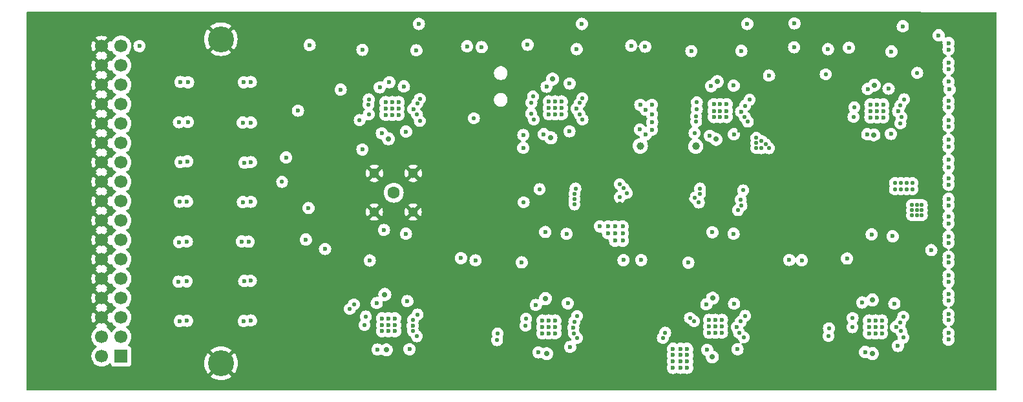
<source format=gbr>
%TF.GenerationSoftware,KiCad,Pcbnew,8.0.7*%
%TF.CreationDate,2025-02-17T23:40:52+01:00*%
%TF.ProjectId,A5256,41353235-362e-46b6-9963-61645f706362,rev?*%
%TF.SameCoordinates,Original*%
%TF.FileFunction,Copper,L2,Inr*%
%TF.FilePolarity,Positive*%
%FSLAX46Y46*%
G04 Gerber Fmt 4.6, Leading zero omitted, Abs format (unit mm)*
G04 Created by KiCad (PCBNEW 8.0.7) date 2025-02-17 23:40:52*
%MOMM*%
%LPD*%
G01*
G04 APERTURE LIST*
%TA.AperFunction,ComponentPad*%
%ADD10C,3.400000*%
%TD*%
%TA.AperFunction,ComponentPad*%
%ADD11R,1.700000X1.700000*%
%TD*%
%TA.AperFunction,ComponentPad*%
%ADD12C,1.700000*%
%TD*%
%TA.AperFunction,ComponentPad*%
%ADD13C,1.250000*%
%TD*%
%TA.AperFunction,ComponentPad*%
%ADD14C,1.300000*%
%TD*%
%TA.AperFunction,ComponentPad*%
%ADD15C,1.600000*%
%TD*%
%TA.AperFunction,ViaPad*%
%ADD16C,1.000000*%
%TD*%
%TA.AperFunction,ViaPad*%
%ADD17C,0.600000*%
%TD*%
%TA.AperFunction,ViaPad*%
%ADD18C,0.550000*%
%TD*%
%TA.AperFunction,ViaPad*%
%ADD19C,0.700000*%
%TD*%
G04 APERTURE END LIST*
D10*
%TO.N,GND*%
%TO.C,H2*%
X114150000Y-75600000D03*
%TD*%
D11*
%TO.N,unconnected-(J2-Pad1)*%
%TO.C,J2*%
X101090000Y-117140000D03*
D12*
%TO.N,unconnected-(J2-Pad2)*%
X98550000Y-117140000D03*
%TO.N,unconnected-(J2-Pad3)*%
X101090000Y-114600000D03*
%TO.N,unconnected-(J2-Pad4)*%
X98550000Y-114600000D03*
%TO.N,/IN 14*%
X101090000Y-112060000D03*
%TO.N,GND*%
X98550000Y-112060000D03*
%TO.N,/IN 13*%
X101090000Y-109520000D03*
%TO.N,GND*%
X98550000Y-109520000D03*
%TO.N,/IN 12*%
X101090000Y-106980000D03*
%TO.N,GND*%
X98550000Y-106980000D03*
%TO.N,/IN 11*%
X101090000Y-104440000D03*
%TO.N,GND*%
X98550000Y-104440000D03*
%TO.N,/IN 10*%
X101090000Y-101900000D03*
%TO.N,GND*%
X98550000Y-101900000D03*
%TO.N,/IN 9*%
X101090000Y-99360000D03*
%TO.N,GND*%
X98550000Y-99360000D03*
%TO.N,/IN 8*%
X101090000Y-96820000D03*
%TO.N,GND*%
X98550000Y-96820000D03*
%TO.N,/IN 7*%
X101090000Y-94280000D03*
%TO.N,GND*%
X98550000Y-94280000D03*
%TO.N,/IN 6*%
X101090000Y-91740000D03*
%TO.N,GND*%
X98550000Y-91740000D03*
%TO.N,/IN 5*%
X101090000Y-89200000D03*
%TO.N,GND*%
X98550000Y-89200000D03*
%TO.N,/IN 4*%
X101090000Y-86660000D03*
%TO.N,GND*%
X98550000Y-86660000D03*
%TO.N,/IN 3*%
X101090000Y-84120000D03*
%TO.N,GND*%
X98550000Y-84120000D03*
%TO.N,/IN 2*%
X101090000Y-81580000D03*
%TO.N,GND*%
X98550000Y-81580000D03*
%TO.N,/IN 1*%
X101090000Y-79040000D03*
%TO.N,GND*%
X98550000Y-79040000D03*
%TO.N,/IN 0*%
X101090000Y-76500000D03*
%TO.N,GND*%
X98550000Y-76500000D03*
%TD*%
D10*
%TO.N,GND*%
%TO.C,H1*%
X114190000Y-118060000D03*
%TD*%
D13*
%TO.N,GND*%
%TO.C,J3*%
X134270000Y-98250000D03*
X139350000Y-98250000D03*
D14*
X139350000Y-93170000D03*
X134270000Y-93170000D03*
D15*
%TO.N,/IN 0*%
X136810000Y-95710000D03*
%TD*%
D16*
%TO.N,/Power Supply/-5V*%
X176370000Y-89610000D03*
X169110000Y-89590000D03*
D17*
%TO.N,GND*%
X196420000Y-79620000D03*
D18*
X187310000Y-114950000D03*
D17*
X100680000Y-72990000D03*
X92970000Y-117150000D03*
X187020000Y-97680000D03*
X160710000Y-104990000D03*
X89530000Y-107590000D03*
X168720000Y-113950000D03*
X91700000Y-74120000D03*
X193910000Y-109410000D03*
X92690000Y-95980000D03*
X91590000Y-95980000D03*
X92800000Y-106190000D03*
D18*
X189280000Y-115600000D03*
D17*
X122680000Y-74170000D03*
X148640000Y-111940000D03*
X164360000Y-96190000D03*
X90640000Y-106190000D03*
X207230000Y-81730000D03*
X158470000Y-73650000D03*
X192990000Y-88170000D03*
X150800000Y-111940000D03*
X209430000Y-74340000D03*
X90590000Y-79260000D03*
X148960000Y-88590000D03*
X169220000Y-73810000D03*
X162760000Y-96190000D03*
X192970000Y-97700000D03*
X92860000Y-85750000D03*
X90810000Y-118550000D03*
X146970000Y-73750000D03*
X149070000Y-90220000D03*
X91590000Y-94580000D03*
X191750000Y-112000000D03*
X178930000Y-73830000D03*
X91700000Y-75520000D03*
X188920000Y-80760000D03*
X196080000Y-82260000D03*
X92800000Y-75520000D03*
X89590000Y-84350000D03*
X164360000Y-96970000D03*
X211600000Y-72940000D03*
X162740000Y-95330000D03*
X92860000Y-112160000D03*
X149330000Y-97200000D03*
X206180000Y-95640000D03*
X148080000Y-73750000D03*
X161700000Y-80050000D03*
X184750000Y-117880000D03*
X179780000Y-96950000D03*
X101790000Y-74390000D03*
X89700000Y-118550000D03*
X100680000Y-74390000D03*
X125780000Y-83520000D03*
X90640000Y-107590000D03*
X92690000Y-101560000D03*
X90530000Y-94580000D03*
X90590000Y-80660000D03*
X135990000Y-73700000D03*
X200560000Y-74110000D03*
X206200000Y-94380000D03*
X105230000Y-120300000D03*
X91700000Y-90830000D03*
X92860000Y-113560000D03*
D18*
X168060000Y-83840000D03*
D17*
X147530000Y-111940000D03*
X179780000Y-97740000D03*
X148060000Y-83300000D03*
X121580000Y-75570000D03*
X89530000Y-89430000D03*
X191660000Y-97700000D03*
X132210000Y-88150000D03*
X185860000Y-117880000D03*
X126890000Y-83520000D03*
D18*
X194160000Y-105160000D03*
D17*
X91590000Y-100160000D03*
X89420000Y-101560000D03*
X89420000Y-95980000D03*
X90700000Y-113560000D03*
X92970000Y-118550000D03*
X191130000Y-84300000D03*
X130050000Y-88150000D03*
X192230000Y-84300000D03*
X192300000Y-118850000D03*
X164240000Y-95400000D03*
X179780000Y-95440000D03*
X119410000Y-75570000D03*
X150710000Y-95240000D03*
X148640000Y-110540000D03*
X102850000Y-74390000D03*
D18*
X187980000Y-114950000D03*
D17*
X92800000Y-89430000D03*
X169940000Y-113950000D03*
X150240000Y-73750000D03*
X90700000Y-85750000D03*
X195570000Y-118850000D03*
X92800000Y-90830000D03*
X104130000Y-118900000D03*
X89480000Y-80660000D03*
D18*
X167410000Y-83830000D03*
D17*
X209620000Y-119220000D03*
X199450000Y-74110000D03*
X150800000Y-110540000D03*
X89590000Y-85750000D03*
D18*
X187300000Y-114290000D03*
D17*
X192410000Y-86440000D03*
D18*
X168710000Y-82510000D03*
D17*
X89590000Y-113560000D03*
X149160000Y-83300000D03*
X102850000Y-72990000D03*
X90700000Y-112160000D03*
X103950000Y-72990000D03*
X137100000Y-73700000D03*
X103950000Y-74390000D03*
X149700000Y-111940000D03*
D18*
X168710000Y-81850000D03*
D17*
X89420000Y-94580000D03*
X207450000Y-120620000D03*
D18*
X192870000Y-105180000D03*
D17*
X141040000Y-93160000D03*
X179500000Y-102700000D03*
X91760000Y-85750000D03*
X190710000Y-109410000D03*
D18*
X168060000Y-83160000D03*
D17*
X186920000Y-117880000D03*
X104130000Y-120300000D03*
X179780000Y-96180000D03*
X212700000Y-74340000D03*
X127810000Y-81510000D03*
X190650000Y-112000000D03*
X208560000Y-120620000D03*
X149700000Y-110540000D03*
X193410000Y-118850000D03*
D18*
X166420000Y-97150000D03*
D17*
X161920000Y-89750000D03*
X174310000Y-96140000D03*
X91590000Y-101560000D03*
X210720000Y-120620000D03*
X192410000Y-87680000D03*
X163540000Y-96950000D03*
X171240000Y-113360000D03*
X105230000Y-118900000D03*
X90640000Y-89430000D03*
X90530000Y-101560000D03*
D18*
X188624600Y-115600000D03*
D17*
X89700000Y-117150000D03*
X92690000Y-94580000D03*
X187020000Y-96700000D03*
X91700000Y-89430000D03*
X89530000Y-90830000D03*
X145860000Y-81930000D03*
X91700000Y-106190000D03*
X149330000Y-95040000D03*
X187710000Y-80750000D03*
X207250000Y-80750000D03*
X89480000Y-79260000D03*
X122680000Y-75570000D03*
X136200000Y-102160000D03*
X119410000Y-74170000D03*
D18*
X189284600Y-114950000D03*
D17*
X212700000Y-72940000D03*
X142820000Y-93210000D03*
X172140000Y-87970000D03*
X179060000Y-95430000D03*
D18*
X188630000Y-114960000D03*
D17*
X193530000Y-86440000D03*
X168110000Y-73810000D03*
X209620000Y-120620000D03*
X90640000Y-75520000D03*
X147930000Y-95040000D03*
X90700000Y-84350000D03*
X120520000Y-75570000D03*
X163520000Y-95350000D03*
X101960000Y-120300000D03*
X90530000Y-95980000D03*
X89530000Y-106190000D03*
X149330000Y-96140000D03*
X92860000Y-84350000D03*
X120520000Y-74170000D03*
X194470000Y-118850000D03*
X92750000Y-79260000D03*
X180040000Y-73830000D03*
X147530000Y-110540000D03*
X149140000Y-73750000D03*
D18*
X168070000Y-81860000D03*
D17*
X150720000Y-100020000D03*
X209430000Y-72940000D03*
X179060000Y-96960000D03*
X90640000Y-90830000D03*
X92690000Y-100160000D03*
X101960000Y-118900000D03*
X155430000Y-87360000D03*
X147000000Y-83300000D03*
X91700000Y-107590000D03*
X147930000Y-97200000D03*
X211600000Y-74340000D03*
X210720000Y-119220000D03*
X91650000Y-79260000D03*
X146920000Y-81930000D03*
X91870000Y-118550000D03*
X91760000Y-112160000D03*
X210540000Y-74340000D03*
X142490000Y-100060000D03*
X101790000Y-72990000D03*
X103070000Y-120300000D03*
X171380000Y-73810000D03*
X182040000Y-87600000D03*
X157360000Y-73650000D03*
X208560000Y-119220000D03*
X147930000Y-96140000D03*
X149510000Y-91600000D03*
X191750000Y-113400000D03*
X91760000Y-113560000D03*
X89420000Y-100160000D03*
X92750000Y-80660000D03*
X153350000Y-85920000D03*
X142450000Y-95200000D03*
X187020000Y-95750000D03*
X162650000Y-80660000D03*
X159030000Y-105020000D03*
X207450000Y-119220000D03*
X128910000Y-81510000D03*
X189980000Y-80760000D03*
X92800000Y-74120000D03*
X131110000Y-88150000D03*
X170280000Y-73810000D03*
X179060000Y-96200000D03*
X90530000Y-100160000D03*
X192410000Y-109410000D03*
X164160000Y-90320000D03*
X90810000Y-117150000D03*
X91760000Y-84350000D03*
X191080000Y-80760000D03*
X193530000Y-87680000D03*
X92800000Y-107590000D03*
X128940000Y-88150000D03*
X163570000Y-96210000D03*
X89530000Y-75520000D03*
X179060000Y-97730000D03*
X90640000Y-74120000D03*
X192960000Y-87080000D03*
X89530000Y-74120000D03*
X91870000Y-117150000D03*
X148020000Y-81930000D03*
X89590000Y-112160000D03*
D18*
X168060000Y-82510000D03*
D17*
X173330000Y-87970000D03*
X210540000Y-72940000D03*
X103070000Y-118900000D03*
X121580000Y-74170000D03*
X157580000Y-102780000D03*
X190650000Y-113400000D03*
X175370000Y-96140000D03*
X91650000Y-80660000D03*
X162750000Y-96940000D03*
D18*
%TO.N,4V5*%
X182360000Y-97400000D03*
D17*
X178222500Y-88252500D03*
D18*
X166900000Y-95110000D03*
X160620000Y-95150000D03*
D17*
X198180000Y-110090000D03*
X161462800Y-73600000D03*
X134580000Y-110160000D03*
X183120000Y-73600000D03*
X156465000Y-88035000D03*
X155777900Y-116617900D03*
X177875000Y-116285000D03*
X138409400Y-101086400D03*
X175250000Y-117820000D03*
X175250000Y-116160000D03*
X153780000Y-89840000D03*
X134692900Y-116260000D03*
X153790000Y-88150000D03*
X174400000Y-116990000D03*
X155430000Y-110420000D03*
X135252500Y-87922500D03*
X203500000Y-73915900D03*
X175250000Y-116990000D03*
X178387250Y-81752750D03*
X198850000Y-88050000D03*
X134980000Y-81910000D03*
X174400000Y-117800000D03*
X140100000Y-73600000D03*
X156838800Y-81821300D03*
X173400000Y-117800000D03*
X181330000Y-101080000D03*
X174400000Y-116160000D03*
X173400000Y-116990000D03*
X198557900Y-116587900D03*
X175250000Y-118660000D03*
D18*
X166430000Y-96320000D03*
D17*
X202180000Y-101410000D03*
X198920000Y-82110000D03*
X125650000Y-97725000D03*
X174400000Y-118660000D03*
X159461200Y-101100000D03*
D18*
X176270000Y-96350000D03*
D17*
X177770000Y-110330000D03*
X173400000Y-116160000D03*
X173400000Y-118660000D03*
%TO.N,-4V5*%
X135290000Y-113850000D03*
X178740000Y-84990000D03*
X200100000Y-85040000D03*
X136980000Y-113850000D03*
X157980000Y-114140000D03*
X179800000Y-113240000D03*
X135290000Y-112170000D03*
X199260000Y-84160000D03*
X122700000Y-91100000D03*
X157970000Y-85440000D03*
X178950000Y-112360000D03*
X178110000Y-112360000D03*
X200950000Y-85840000D03*
X133659400Y-104586400D03*
X157130000Y-85440000D03*
X136130000Y-113850000D03*
D19*
X199520000Y-116780000D03*
X178550000Y-117220000D03*
D17*
X175800000Y-77160000D03*
D19*
X199720000Y-88140000D03*
D17*
X156290000Y-113340000D03*
X178950000Y-114040000D03*
D19*
X179180000Y-81150000D03*
D17*
X199910000Y-113330000D03*
X157980000Y-113340000D03*
X136230000Y-81230000D03*
X157970000Y-84640000D03*
X165810000Y-102000000D03*
X157130000Y-113340000D03*
X136980000Y-112170000D03*
X199910000Y-114130000D03*
X199070000Y-112450000D03*
D19*
X157626682Y-80829465D03*
D17*
X137440000Y-83830000D03*
X180430000Y-85790000D03*
D19*
X178580000Y-109530000D03*
D17*
X179800000Y-114040000D03*
D19*
X135640000Y-109034600D03*
D17*
X196450000Y-76725000D03*
X180430000Y-84990000D03*
X200760000Y-113330000D03*
D19*
X199750000Y-81610000D03*
D17*
X157970000Y-83760000D03*
X135750000Y-83830000D03*
X199070000Y-114130000D03*
D19*
X135830000Y-116300000D03*
D17*
X199260000Y-85040000D03*
X199260000Y-85840000D03*
X136980000Y-113050000D03*
X196190000Y-104330000D03*
D19*
X136102515Y-88650000D03*
D17*
X179580000Y-85790000D03*
X158820000Y-83760000D03*
X157130000Y-83760000D03*
X158820000Y-85440000D03*
X178740000Y-85790000D03*
X157130000Y-84640000D03*
X199070000Y-113330000D03*
X156290000Y-114140000D03*
X178110000Y-113240000D03*
X166800000Y-101020000D03*
X135750000Y-85510000D03*
X158820000Y-84640000D03*
X166800000Y-100120000D03*
X179580000Y-84110000D03*
X157980000Y-112460000D03*
X178950000Y-113240000D03*
X135750000Y-84710000D03*
D19*
X156847400Y-116812600D03*
D17*
X179580000Y-84990000D03*
D19*
X156695964Y-109590289D03*
D17*
X200760000Y-114130000D03*
X179800000Y-112360000D03*
X180430000Y-84110000D03*
X137440000Y-85510000D03*
X154350000Y-76325000D03*
X164890000Y-101020000D03*
X178740000Y-84110000D03*
X200100000Y-84160000D03*
X153575000Y-104836400D03*
X200950000Y-85040000D03*
X137440000Y-84710000D03*
D19*
X179015000Y-88710000D03*
D17*
X135290000Y-113050000D03*
X136590000Y-85510000D03*
X136130000Y-112170000D03*
X200950000Y-84160000D03*
D19*
X157401368Y-88520000D03*
D17*
X157130000Y-114140000D03*
X136130000Y-113050000D03*
X156290000Y-112460000D03*
X200100000Y-85840000D03*
X163830000Y-100120000D03*
X136590000Y-83830000D03*
X136590000Y-84710000D03*
X157130000Y-112460000D03*
X164890000Y-100120000D03*
X132710000Y-76990000D03*
D19*
X199500000Y-109760000D03*
D17*
X178110000Y-114040000D03*
X199910000Y-112450000D03*
X165810000Y-101020000D03*
X200760000Y-112450000D03*
X166800000Y-102000000D03*
X175400000Y-104870000D03*
X165810000Y-100120000D03*
%TO.N,+1V7*%
X138140000Y-81790000D03*
X170640000Y-85420000D03*
X169800000Y-88090000D03*
X181840000Y-116220000D03*
X139300000Y-113123400D03*
X138870000Y-116212900D03*
X202860000Y-115780000D03*
X159855050Y-81405050D03*
X181375000Y-88045900D03*
X169120000Y-84210000D03*
X201639800Y-82079800D03*
X159920000Y-115920000D03*
X159620000Y-110200000D03*
X181400000Y-110250000D03*
X139375000Y-84745900D03*
X138425000Y-87695900D03*
X170640000Y-87470000D03*
X202900000Y-85055400D03*
X160336200Y-113384600D03*
X169830000Y-84830000D03*
X138590000Y-109910000D03*
X170670000Y-86500000D03*
X201950000Y-88005400D03*
X160775000Y-84720900D03*
X159825000Y-87670900D03*
X181350000Y-81680000D03*
X202400000Y-110240000D03*
X170640000Y-84190000D03*
X181761200Y-113334600D03*
X169060000Y-87440000D03*
X202619291Y-113289172D03*
X182325000Y-85095900D03*
%TO.N,/Vb2*%
X178550000Y-100890000D03*
X125306350Y-101850000D03*
X156660000Y-100860000D03*
X135530000Y-100601000D03*
X199420000Y-101160000D03*
%TO.N,/Vb1*%
X125790000Y-76370000D03*
X160775000Y-76900000D03*
X182350000Y-77125000D03*
X139780000Y-77060000D03*
X202020000Y-77210000D03*
D18*
%TO.N,Net-(U4-INB+)*%
X197040100Y-85783300D03*
D17*
X193700000Y-76900000D03*
D18*
%TO.N,Net-(U4-INA+)*%
X197140100Y-84503303D03*
D17*
X208200000Y-75100000D03*
%TO.N,Net-(JP5-B)*%
X189265000Y-76650000D03*
%TO.N,Net-(JP8-B)*%
X169740000Y-76580000D03*
%TO.N,Net-(JP10-B)*%
X167925000Y-76449500D03*
%TO.N,Net-(JP13-B)*%
X148323300Y-76641000D03*
%TO.N,Net-(JP15-B)*%
X146425000Y-76539500D03*
%TO.N,Net-(JP18-B)*%
X124260000Y-84960000D03*
%TO.N,Net-(JP20-B)*%
X145620000Y-104280000D03*
%TO.N,Net-(JP23-B)*%
X127810000Y-103080000D03*
%TO.N,Net-(JP25-B)*%
X166910000Y-104540000D03*
%TO.N,Net-(JP28-B)*%
X147520000Y-104580000D03*
%TO.N,Net-(JP30-B)*%
X188630000Y-104510000D03*
%TO.N,Net-(JP33-B)*%
X169230000Y-104530000D03*
%TO.N,Net-(JP35-B)*%
X207230000Y-103230000D03*
%TO.N,Net-(JP38-B)*%
X190260000Y-104558100D03*
%TO.N,/VOUT1*%
X185980000Y-80360000D03*
D18*
X176210000Y-87870000D03*
%TO.N,Net-(IC6-VREF)*%
X182280000Y-96600000D03*
X166430000Y-94580000D03*
D17*
X132713850Y-90045000D03*
D18*
%TO.N,/CH0/SCL*%
X176781985Y-97001985D03*
X153840000Y-96970000D03*
X160499178Y-95830821D03*
%TO.N,/CH0/SDA*%
X155900000Y-95240000D03*
X167350000Y-95740000D03*
%TO.N,/CH0/A0*%
X160485000Y-96530822D03*
D17*
%TO.N,/VOUT4*%
X129860000Y-82210000D03*
D18*
X147310000Y-85960000D03*
%TO.N,/CH0/A1*%
X160480000Y-97250000D03*
D17*
%TO.N,/IN 0*%
X103500000Y-76500000D03*
X189310000Y-73530000D03*
D18*
X122180000Y-94290000D03*
D17*
%TO.N,/~{OUT6}*%
X209500000Y-94675000D03*
D18*
X140230000Y-86320000D03*
D17*
%TO.N,/QB_CH0*%
X209500000Y-78650000D03*
D18*
X203320000Y-85805400D03*
%TO.N,/~{OUT3}*%
X161520000Y-83330000D03*
D17*
X209500000Y-86175000D03*
D18*
%TO.N,/OUT9*%
X160463700Y-112609200D03*
D17*
X209500000Y-102275000D03*
D18*
%TO.N,/~{OUT7}*%
X139937750Y-111657750D03*
D17*
X209500000Y-96512500D03*
%TO.N,/~{OUT5}*%
X209500000Y-91387500D03*
D18*
X140227500Y-83405500D03*
D17*
%TO.N,/~{OUT13}*%
X209500000Y-111625000D03*
D18*
X203552450Y-111970850D03*
%TO.N,/OUT11*%
X182282450Y-112570850D03*
D17*
X209500000Y-107400000D03*
D18*
%TO.N,/OUT4*%
X161171250Y-85451750D03*
D17*
X209500000Y-88750000D03*
D18*
%TO.N,/OUT12*%
X182040000Y-114056700D03*
D17*
X209500000Y-109000000D03*
%TO.N,/~{OUT8}*%
X209500000Y-99750000D03*
D18*
X139832500Y-114520000D03*
D17*
%TO.N,/OUT14*%
X209500000Y-114100000D03*
D18*
X203290000Y-113856590D03*
D17*
%TO.N,/OUT1*%
X209634620Y-82190650D03*
D18*
X182821250Y-84311750D03*
D17*
%TO.N,/OUT5*%
X209500000Y-92398492D03*
D18*
X139877500Y-83990500D03*
%TO.N,/~{OUT4}*%
X161540000Y-86130000D03*
D17*
X209500000Y-89725000D03*
%TO.N,/OUT3*%
X209500000Y-87025000D03*
D18*
X161191250Y-83961750D03*
%TO.N,/~{OUT14}*%
X203594550Y-114685450D03*
D17*
X209500000Y-114950000D03*
D18*
%TO.N,/OUT13*%
X203163700Y-112743350D03*
D17*
X209500000Y-112375000D03*
D18*
%TO.N,/~{OUT9}*%
X160813700Y-111859600D03*
D17*
X209500000Y-101425000D03*
%TO.N,/OUT7*%
X209500000Y-97362500D03*
D18*
X139352450Y-112350850D03*
D17*
%TO.N,/~{OUT12}*%
X209500000Y-109850000D03*
D18*
X182662450Y-114660850D03*
D17*
%TO.N,/~{QA}_CH0*%
X209500000Y-76100000D03*
D18*
X203685050Y-83470000D03*
%TO.N,/OUT10*%
X160422450Y-114130850D03*
D17*
X209500000Y-104079997D03*
D18*
%TO.N,/~{OUT1}*%
X183429250Y-83529250D03*
D17*
X209500000Y-81175000D03*
D18*
%TO.N,/QA_CH0*%
X203163800Y-84301650D03*
D17*
X209500000Y-76950000D03*
%TO.N,/OUT2*%
X209500000Y-83675000D03*
D18*
X182801250Y-85801750D03*
%TO.N,/OUT8*%
X139332450Y-113840850D03*
D17*
X209500000Y-98800000D03*
%TO.N,/OUT6*%
X209500000Y-93825000D03*
D18*
X139857500Y-85465500D03*
%TO.N,/~{QB}_CH0*%
X203190000Y-86620000D03*
D17*
X209500000Y-79500000D03*
D18*
%TO.N,/~{OUT11}*%
X182839400Y-111829400D03*
D17*
X209500000Y-106550000D03*
D18*
%TO.N,/~{OUT10}*%
X160822450Y-114730850D03*
D17*
X209500000Y-104875000D03*
%TO.N,/~{OUT2}*%
X209500000Y-84525000D03*
D18*
X183201250Y-86401750D03*
%TO.N,/CH0/CA1*%
X176940000Y-95840000D03*
%TO.N,/CH0/CA0*%
X176940000Y-95160000D03*
%TO.N,/Signals 1-2/INA+*%
X176527500Y-84765500D03*
D17*
X109875000Y-81250000D03*
D18*
%TO.N,Net-(JP6-C)*%
X176527500Y-83865500D03*
D17*
X108875000Y-81200000D03*
%TO.N,/Signals 1-2/INB+*%
X117150000Y-81250000D03*
D18*
X176400000Y-85680000D03*
%TO.N,Net-(JP9-C)*%
X176427500Y-86385503D03*
D17*
X118075000Y-81200000D03*
%TO.N,/Signals 3-4/INA+*%
X109825000Y-86450000D03*
D18*
X154850000Y-83910000D03*
D17*
%TO.N,Net-(JP11-C)*%
X108675000Y-86475000D03*
D18*
X155050000Y-83120000D03*
%TO.N,/Signals 3-4/INB+*%
X154801000Y-85339000D03*
D17*
X117025000Y-86525000D03*
%TO.N,Net-(JP14-C)*%
X118100000Y-86525000D03*
D18*
X155170000Y-86120153D03*
D17*
%TO.N,Net-(JP16-C)*%
X108875000Y-91700000D03*
D18*
X133527500Y-83465500D03*
D17*
%TO.N,/Signals 5-6/INB+*%
X117250000Y-91775000D03*
D18*
X133527500Y-85465500D03*
%TO.N,Net-(JP19-C)*%
X132340000Y-86190000D03*
D17*
X118100000Y-91700000D03*
D18*
%TO.N,/Signals 7-8/INA+*%
X132988700Y-113034600D03*
D17*
X109725000Y-96850000D03*
D18*
%TO.N,Net-(JP21-C)*%
X133137500Y-111912500D03*
D17*
X108775000Y-96900000D03*
D18*
%TO.N,/Signals 7-8/INB+*%
X131588700Y-110334600D03*
D17*
X117050000Y-96925000D03*
%TO.N,Net-(JP24-C)*%
X118100000Y-96900000D03*
D18*
X131057053Y-110934600D03*
%TO.N,/Signals 9-10/INA+*%
X154080000Y-113120000D03*
D17*
X109700000Y-102100000D03*
%TO.N,Net-(JP26-C)*%
X108700000Y-102175000D03*
D18*
X154137500Y-112212500D03*
%TO.N,/Signals 9-10/INB+*%
X150408703Y-114134600D03*
D17*
X116900000Y-102100000D03*
%TO.N,Net-(JP29-C)*%
X117791551Y-102128449D03*
D18*
X150350000Y-115030000D03*
%TO.N,/Signals 11-12/INA+*%
X176150000Y-112560000D03*
D17*
X109675000Y-107325000D03*
%TO.N,Net-(JP31-C)*%
X108625000Y-107375000D03*
D18*
X175617500Y-112112500D03*
D17*
%TO.N,/Signals 11-12/INB+*%
X117225000Y-107275000D03*
D18*
X172375714Y-114034600D03*
D17*
%TO.N,Net-(JP34-C)*%
X118075000Y-107250000D03*
D18*
X172065400Y-114755400D03*
%TO.N,/Signals 13-14/INA+*%
X196888700Y-113334600D03*
D17*
X109725000Y-112475000D03*
%TO.N,Net-(JP36-C)*%
X108775000Y-112525000D03*
D18*
X196937500Y-112112500D03*
D17*
%TO.N,/Signals 13-14/INB+*%
X117160000Y-112520000D03*
D18*
X193820000Y-113460000D03*
%TO.N,Net-(JP39-C)*%
X193750000Y-114500000D03*
D17*
X118100000Y-112450000D03*
D18*
%TO.N,Net-(U1-VOUTA)*%
X193400000Y-80200000D03*
X182600000Y-95400000D03*
%TO.N,Net-(U1-VOUTB)*%
X181900000Y-98000000D03*
X205400000Y-80000000D03*
%TO.N,/Signals 5-6/INA+*%
X133500000Y-84150000D03*
D17*
X109750000Y-91600000D03*
D18*
%TO.N,/Power Supply/GND_out*%
X184990000Y-89880000D03*
X184300000Y-89860000D03*
X185960000Y-89880000D03*
X184300000Y-89210000D03*
X185538016Y-89381984D03*
X184990000Y-88930000D03*
X184320000Y-88530000D03*
%TO.N,/Power Supply/GND_in*%
X203220000Y-95260000D03*
X204750000Y-94420000D03*
X202470000Y-95260000D03*
X204750000Y-95260000D03*
X202470000Y-94420000D03*
X204010000Y-94420000D03*
X203220000Y-94420000D03*
X204010000Y-95260000D03*
%TO.N,/Power Supply/GND_diode*%
X206000000Y-98660000D03*
X206000000Y-97300000D03*
X205340000Y-97300000D03*
X205340000Y-98660000D03*
X205350000Y-98010000D03*
X204700000Y-97300000D03*
X206000000Y-98010000D03*
X204700000Y-98660000D03*
X204700000Y-98010000D03*
%TD*%
%TA.AperFunction,Conductor*%
%TO.N,GND*%
G36*
X99664925Y-112821371D02*
G01*
X99718120Y-112745404D01*
X99772697Y-112701780D01*
X99842196Y-112694588D01*
X99904550Y-112726111D01*
X99921268Y-112745404D01*
X100051505Y-112931401D01*
X100051506Y-112931402D01*
X100218597Y-113098493D01*
X100218603Y-113098498D01*
X100404158Y-113228425D01*
X100447783Y-113283002D01*
X100454977Y-113352500D01*
X100423454Y-113414855D01*
X100404158Y-113431575D01*
X100218597Y-113561505D01*
X100051505Y-113728597D01*
X99921575Y-113914158D01*
X99866998Y-113957783D01*
X99797500Y-113964977D01*
X99735145Y-113933454D01*
X99718425Y-113914158D01*
X99588494Y-113728597D01*
X99421402Y-113561506D01*
X99421401Y-113561505D01*
X99235405Y-113431269D01*
X99191781Y-113376692D01*
X99184588Y-113307193D01*
X99216110Y-113244839D01*
X99235404Y-113228120D01*
X99311371Y-113174925D01*
X98761058Y-112624612D01*
X98781591Y-112619111D01*
X98918408Y-112540119D01*
X99030119Y-112428408D01*
X99109111Y-112291591D01*
X99114612Y-112271058D01*
X99664925Y-112821371D01*
G37*
%TD.AperFunction*%
%TA.AperFunction,Conductor*%
G36*
X99664925Y-110281371D02*
G01*
X99718120Y-110205404D01*
X99772697Y-110161780D01*
X99842196Y-110154588D01*
X99904550Y-110186111D01*
X99921268Y-110205404D01*
X100051505Y-110391401D01*
X100051506Y-110391402D01*
X100218597Y-110558493D01*
X100218603Y-110558498D01*
X100404158Y-110688425D01*
X100447783Y-110743002D01*
X100454977Y-110812500D01*
X100423454Y-110874855D01*
X100404158Y-110891575D01*
X100218597Y-111021505D01*
X100051508Y-111188594D01*
X99921269Y-111374595D01*
X99866692Y-111418219D01*
X99797193Y-111425412D01*
X99734839Y-111393890D01*
X99718119Y-111374595D01*
X99664925Y-111298626D01*
X99114612Y-111848940D01*
X99109111Y-111828409D01*
X99030119Y-111691592D01*
X98918408Y-111579881D01*
X98781591Y-111500889D01*
X98761058Y-111495387D01*
X99311372Y-110945073D01*
X99234969Y-110891575D01*
X99191344Y-110836998D01*
X99184152Y-110767499D01*
X99215674Y-110705144D01*
X99234968Y-110688426D01*
X99311371Y-110634925D01*
X98761058Y-110084612D01*
X98781591Y-110079111D01*
X98918408Y-110000119D01*
X99030119Y-109888408D01*
X99109111Y-109751591D01*
X99114612Y-109731058D01*
X99664925Y-110281371D01*
G37*
%TD.AperFunction*%
%TA.AperFunction,Conductor*%
G36*
X99664925Y-107741371D02*
G01*
X99718120Y-107665404D01*
X99772697Y-107621780D01*
X99842196Y-107614588D01*
X99904550Y-107646111D01*
X99921268Y-107665404D01*
X100051505Y-107851401D01*
X100051506Y-107851402D01*
X100218597Y-108018493D01*
X100218603Y-108018498D01*
X100404158Y-108148425D01*
X100447783Y-108203002D01*
X100454977Y-108272500D01*
X100423454Y-108334855D01*
X100404158Y-108351575D01*
X100218597Y-108481505D01*
X100051508Y-108648594D01*
X99921269Y-108834595D01*
X99866692Y-108878219D01*
X99797193Y-108885412D01*
X99734839Y-108853890D01*
X99718119Y-108834595D01*
X99664925Y-108758626D01*
X99114612Y-109308940D01*
X99109111Y-109288409D01*
X99030119Y-109151592D01*
X98918408Y-109039881D01*
X98781591Y-108960889D01*
X98761058Y-108955387D01*
X99311372Y-108405073D01*
X99234969Y-108351575D01*
X99191344Y-108296998D01*
X99184152Y-108227499D01*
X99215674Y-108165144D01*
X99234968Y-108148426D01*
X99311371Y-108094925D01*
X98761058Y-107544612D01*
X98781591Y-107539111D01*
X98918408Y-107460119D01*
X99030119Y-107348408D01*
X99109111Y-107211591D01*
X99114612Y-107191058D01*
X99664925Y-107741371D01*
G37*
%TD.AperFunction*%
%TA.AperFunction,Conductor*%
G36*
X99664925Y-105201371D02*
G01*
X99718120Y-105125404D01*
X99772697Y-105081780D01*
X99842196Y-105074588D01*
X99904550Y-105106111D01*
X99921268Y-105125404D01*
X100051505Y-105311401D01*
X100051506Y-105311402D01*
X100218597Y-105478493D01*
X100218603Y-105478498D01*
X100404158Y-105608425D01*
X100447783Y-105663002D01*
X100454977Y-105732500D01*
X100423454Y-105794855D01*
X100404158Y-105811575D01*
X100218597Y-105941505D01*
X100051508Y-106108594D01*
X99921269Y-106294595D01*
X99866692Y-106338219D01*
X99797193Y-106345412D01*
X99734839Y-106313890D01*
X99718119Y-106294595D01*
X99664925Y-106218626D01*
X99114612Y-106768940D01*
X99109111Y-106748409D01*
X99030119Y-106611592D01*
X98918408Y-106499881D01*
X98781591Y-106420889D01*
X98761058Y-106415387D01*
X99311372Y-105865073D01*
X99234969Y-105811575D01*
X99191344Y-105756998D01*
X99184152Y-105687499D01*
X99215674Y-105625144D01*
X99234968Y-105608426D01*
X99311371Y-105554925D01*
X98761058Y-105004612D01*
X98781591Y-104999111D01*
X98918408Y-104920119D01*
X99030119Y-104808408D01*
X99109111Y-104671591D01*
X99114612Y-104651058D01*
X99664925Y-105201371D01*
G37*
%TD.AperFunction*%
%TA.AperFunction,Conductor*%
G36*
X99664925Y-102661371D02*
G01*
X99718120Y-102585404D01*
X99772697Y-102541780D01*
X99842196Y-102534588D01*
X99904550Y-102566111D01*
X99921268Y-102585404D01*
X100051505Y-102771401D01*
X100051506Y-102771402D01*
X100218597Y-102938493D01*
X100218603Y-102938498D01*
X100404158Y-103068425D01*
X100447783Y-103123002D01*
X100454977Y-103192500D01*
X100423454Y-103254855D01*
X100404158Y-103271575D01*
X100218597Y-103401505D01*
X100051508Y-103568594D01*
X99921269Y-103754595D01*
X99866692Y-103798219D01*
X99797193Y-103805412D01*
X99734839Y-103773890D01*
X99718119Y-103754595D01*
X99664925Y-103678626D01*
X99114612Y-104228940D01*
X99109111Y-104208409D01*
X99030119Y-104071592D01*
X98918408Y-103959881D01*
X98781591Y-103880889D01*
X98761058Y-103875387D01*
X99311372Y-103325073D01*
X99234969Y-103271575D01*
X99191344Y-103216998D01*
X99184152Y-103147499D01*
X99215674Y-103085144D01*
X99234968Y-103068426D01*
X99311371Y-103014925D01*
X98761058Y-102464612D01*
X98781591Y-102459111D01*
X98918408Y-102380119D01*
X99030119Y-102268408D01*
X99109111Y-102131591D01*
X99114612Y-102111058D01*
X99664925Y-102661371D01*
G37*
%TD.AperFunction*%
%TA.AperFunction,Conductor*%
G36*
X99664925Y-100121371D02*
G01*
X99718120Y-100045404D01*
X99772697Y-100001780D01*
X99842196Y-99994588D01*
X99904550Y-100026111D01*
X99921268Y-100045404D01*
X100051505Y-100231401D01*
X100051506Y-100231402D01*
X100218597Y-100398493D01*
X100218603Y-100398498D01*
X100404158Y-100528425D01*
X100447783Y-100583002D01*
X100454977Y-100652500D01*
X100423454Y-100714855D01*
X100404158Y-100731575D01*
X100218597Y-100861505D01*
X100051508Y-101028594D01*
X99921269Y-101214595D01*
X99866692Y-101258219D01*
X99797193Y-101265412D01*
X99734839Y-101233890D01*
X99718119Y-101214595D01*
X99664925Y-101138626D01*
X99114612Y-101688940D01*
X99109111Y-101668409D01*
X99030119Y-101531592D01*
X98918408Y-101419881D01*
X98781591Y-101340889D01*
X98761058Y-101335387D01*
X99311372Y-100785073D01*
X99234969Y-100731575D01*
X99191344Y-100676998D01*
X99184152Y-100607499D01*
X99215674Y-100545144D01*
X99234968Y-100528426D01*
X99311371Y-100474925D01*
X98761058Y-99924612D01*
X98781591Y-99919111D01*
X98918408Y-99840119D01*
X99030119Y-99728408D01*
X99109111Y-99591591D01*
X99114612Y-99571058D01*
X99664925Y-100121371D01*
G37*
%TD.AperFunction*%
%TA.AperFunction,Conductor*%
G36*
X99664925Y-97581371D02*
G01*
X99718120Y-97505404D01*
X99772697Y-97461780D01*
X99842196Y-97454588D01*
X99904550Y-97486111D01*
X99921268Y-97505404D01*
X100051505Y-97691401D01*
X100051506Y-97691402D01*
X100218597Y-97858493D01*
X100218603Y-97858498D01*
X100404158Y-97988425D01*
X100447783Y-98043002D01*
X100454977Y-98112500D01*
X100423454Y-98174855D01*
X100404158Y-98191575D01*
X100218597Y-98321505D01*
X100051508Y-98488594D01*
X99921269Y-98674595D01*
X99866692Y-98718219D01*
X99797193Y-98725412D01*
X99734839Y-98693890D01*
X99718119Y-98674595D01*
X99664925Y-98598626D01*
X99114612Y-99148940D01*
X99109111Y-99128409D01*
X99030119Y-98991592D01*
X98918408Y-98879881D01*
X98781591Y-98800889D01*
X98761058Y-98795387D01*
X99311372Y-98245073D01*
X99234969Y-98191575D01*
X99191344Y-98136998D01*
X99184152Y-98067499D01*
X99215674Y-98005144D01*
X99234968Y-97988426D01*
X99311371Y-97934925D01*
X98761058Y-97384612D01*
X98781591Y-97379111D01*
X98918408Y-97300119D01*
X99030119Y-97188408D01*
X99109111Y-97051591D01*
X99114612Y-97031058D01*
X99664925Y-97581371D01*
G37*
%TD.AperFunction*%
%TA.AperFunction,Conductor*%
G36*
X99664925Y-95041371D02*
G01*
X99718120Y-94965404D01*
X99772697Y-94921780D01*
X99842196Y-94914588D01*
X99904550Y-94946111D01*
X99921268Y-94965404D01*
X100051505Y-95151401D01*
X100051506Y-95151402D01*
X100218597Y-95318493D01*
X100218603Y-95318498D01*
X100404158Y-95448425D01*
X100447783Y-95503002D01*
X100454977Y-95572500D01*
X100423454Y-95634855D01*
X100404158Y-95651575D01*
X100218597Y-95781505D01*
X100051508Y-95948594D01*
X99921269Y-96134595D01*
X99866692Y-96178219D01*
X99797193Y-96185412D01*
X99734839Y-96153890D01*
X99718119Y-96134595D01*
X99664925Y-96058626D01*
X99114612Y-96608940D01*
X99109111Y-96588409D01*
X99030119Y-96451592D01*
X98918408Y-96339881D01*
X98781591Y-96260889D01*
X98761058Y-96255387D01*
X99311372Y-95705073D01*
X99234969Y-95651575D01*
X99191344Y-95596998D01*
X99184152Y-95527499D01*
X99215674Y-95465144D01*
X99234968Y-95448426D01*
X99311371Y-95394925D01*
X98761058Y-94844612D01*
X98781591Y-94839111D01*
X98918408Y-94760119D01*
X99030119Y-94648408D01*
X99109111Y-94511591D01*
X99114612Y-94491058D01*
X99664925Y-95041371D01*
G37*
%TD.AperFunction*%
%TA.AperFunction,Conductor*%
G36*
X99664925Y-92501371D02*
G01*
X99718120Y-92425404D01*
X99772697Y-92381780D01*
X99842196Y-92374588D01*
X99904550Y-92406111D01*
X99921268Y-92425404D01*
X100051505Y-92611401D01*
X100051506Y-92611402D01*
X100218597Y-92778493D01*
X100218603Y-92778498D01*
X100404158Y-92908425D01*
X100447783Y-92963002D01*
X100454977Y-93032500D01*
X100423454Y-93094855D01*
X100404158Y-93111575D01*
X100218597Y-93241505D01*
X100051508Y-93408594D01*
X99921269Y-93594595D01*
X99866692Y-93638219D01*
X99797193Y-93645412D01*
X99734839Y-93613890D01*
X99718119Y-93594595D01*
X99664925Y-93518626D01*
X99114612Y-94068940D01*
X99109111Y-94048409D01*
X99030119Y-93911592D01*
X98918408Y-93799881D01*
X98781591Y-93720889D01*
X98761058Y-93715387D01*
X99311372Y-93165073D01*
X99234969Y-93111575D01*
X99191344Y-93056998D01*
X99184152Y-92987499D01*
X99215674Y-92925144D01*
X99234968Y-92908426D01*
X99311371Y-92854925D01*
X98761058Y-92304612D01*
X98781591Y-92299111D01*
X98918408Y-92220119D01*
X99030119Y-92108408D01*
X99109111Y-91971591D01*
X99114612Y-91951058D01*
X99664925Y-92501371D01*
G37*
%TD.AperFunction*%
%TA.AperFunction,Conductor*%
G36*
X99664925Y-89961371D02*
G01*
X99718120Y-89885404D01*
X99772697Y-89841780D01*
X99842196Y-89834588D01*
X99904550Y-89866111D01*
X99921268Y-89885404D01*
X100051505Y-90071401D01*
X100051506Y-90071402D01*
X100218597Y-90238493D01*
X100218603Y-90238498D01*
X100404158Y-90368425D01*
X100447783Y-90423002D01*
X100454977Y-90492500D01*
X100423454Y-90554855D01*
X100404158Y-90571575D01*
X100218597Y-90701505D01*
X100051508Y-90868594D01*
X99921269Y-91054595D01*
X99866692Y-91098219D01*
X99797193Y-91105412D01*
X99734839Y-91073890D01*
X99718119Y-91054595D01*
X99664925Y-90978626D01*
X99114612Y-91528940D01*
X99109111Y-91508409D01*
X99030119Y-91371592D01*
X98918408Y-91259881D01*
X98781591Y-91180889D01*
X98761058Y-91175387D01*
X99311372Y-90625073D01*
X99234969Y-90571575D01*
X99191344Y-90516998D01*
X99184152Y-90447499D01*
X99215674Y-90385144D01*
X99234968Y-90368426D01*
X99311371Y-90314925D01*
X98761058Y-89764612D01*
X98781591Y-89759111D01*
X98918408Y-89680119D01*
X99030119Y-89568408D01*
X99109111Y-89431591D01*
X99114612Y-89411058D01*
X99664925Y-89961371D01*
G37*
%TD.AperFunction*%
%TA.AperFunction,Conductor*%
G36*
X99664925Y-87421371D02*
G01*
X99718120Y-87345404D01*
X99772697Y-87301780D01*
X99842196Y-87294588D01*
X99904550Y-87326111D01*
X99921268Y-87345404D01*
X100051505Y-87531401D01*
X100051506Y-87531402D01*
X100218597Y-87698493D01*
X100218603Y-87698498D01*
X100404158Y-87828425D01*
X100447783Y-87883002D01*
X100454977Y-87952500D01*
X100423454Y-88014855D01*
X100404158Y-88031575D01*
X100218597Y-88161505D01*
X100051508Y-88328594D01*
X99921269Y-88514595D01*
X99866692Y-88558219D01*
X99797193Y-88565412D01*
X99734839Y-88533890D01*
X99718119Y-88514595D01*
X99664925Y-88438626D01*
X99114612Y-88988940D01*
X99109111Y-88968409D01*
X99030119Y-88831592D01*
X98918408Y-88719881D01*
X98781591Y-88640889D01*
X98761058Y-88635387D01*
X99311372Y-88085073D01*
X99234969Y-88031575D01*
X99191344Y-87976998D01*
X99184152Y-87907499D01*
X99215674Y-87845144D01*
X99234968Y-87828426D01*
X99311371Y-87774925D01*
X98761058Y-87224612D01*
X98781591Y-87219111D01*
X98918408Y-87140119D01*
X99030119Y-87028408D01*
X99109111Y-86891591D01*
X99114612Y-86871058D01*
X99664925Y-87421371D01*
G37*
%TD.AperFunction*%
%TA.AperFunction,Conductor*%
G36*
X99664925Y-84881371D02*
G01*
X99718120Y-84805404D01*
X99772697Y-84761780D01*
X99842196Y-84754588D01*
X99904550Y-84786111D01*
X99921268Y-84805404D01*
X100051505Y-84991401D01*
X100051506Y-84991402D01*
X100218597Y-85158493D01*
X100218603Y-85158498D01*
X100404158Y-85288425D01*
X100447783Y-85343002D01*
X100454977Y-85412500D01*
X100423454Y-85474855D01*
X100404158Y-85491575D01*
X100218597Y-85621505D01*
X100051508Y-85788594D01*
X99921269Y-85974595D01*
X99866692Y-86018219D01*
X99797193Y-86025412D01*
X99734839Y-85993890D01*
X99718119Y-85974595D01*
X99664925Y-85898626D01*
X99114612Y-86448940D01*
X99109111Y-86428409D01*
X99030119Y-86291592D01*
X98918408Y-86179881D01*
X98781591Y-86100889D01*
X98761058Y-86095387D01*
X99311372Y-85545073D01*
X99234969Y-85491575D01*
X99191344Y-85436998D01*
X99184152Y-85367499D01*
X99215674Y-85305144D01*
X99234968Y-85288426D01*
X99311371Y-85234925D01*
X98761058Y-84684612D01*
X98781591Y-84679111D01*
X98918408Y-84600119D01*
X99030119Y-84488408D01*
X99109111Y-84351591D01*
X99114612Y-84331058D01*
X99664925Y-84881371D01*
G37*
%TD.AperFunction*%
%TA.AperFunction,Conductor*%
G36*
X99664925Y-82341371D02*
G01*
X99718120Y-82265404D01*
X99772697Y-82221780D01*
X99842196Y-82214588D01*
X99904550Y-82246111D01*
X99921268Y-82265404D01*
X100051505Y-82451401D01*
X100051506Y-82451402D01*
X100218597Y-82618493D01*
X100218603Y-82618498D01*
X100404158Y-82748425D01*
X100447783Y-82803002D01*
X100454977Y-82872500D01*
X100423454Y-82934855D01*
X100404158Y-82951575D01*
X100218597Y-83081505D01*
X100051508Y-83248594D01*
X99921269Y-83434595D01*
X99866692Y-83478219D01*
X99797193Y-83485412D01*
X99734839Y-83453890D01*
X99718119Y-83434595D01*
X99664925Y-83358626D01*
X99114612Y-83908940D01*
X99109111Y-83888409D01*
X99030119Y-83751592D01*
X98918408Y-83639881D01*
X98781591Y-83560889D01*
X98761058Y-83555387D01*
X99311372Y-83005073D01*
X99234969Y-82951575D01*
X99191344Y-82896998D01*
X99184152Y-82827499D01*
X99215674Y-82765144D01*
X99234968Y-82748426D01*
X99311371Y-82694925D01*
X98761058Y-82144612D01*
X98781591Y-82139111D01*
X98918408Y-82060119D01*
X99030119Y-81948408D01*
X99109111Y-81811591D01*
X99114612Y-81791058D01*
X99664925Y-82341371D01*
G37*
%TD.AperFunction*%
%TA.AperFunction,Conductor*%
G36*
X99664925Y-79801371D02*
G01*
X99718120Y-79725404D01*
X99772697Y-79681780D01*
X99842196Y-79674588D01*
X99904550Y-79706111D01*
X99921268Y-79725404D01*
X100051505Y-79911401D01*
X100051506Y-79911402D01*
X100218597Y-80078493D01*
X100218603Y-80078498D01*
X100404158Y-80208425D01*
X100447783Y-80263002D01*
X100454977Y-80332500D01*
X100423454Y-80394855D01*
X100404158Y-80411575D01*
X100218597Y-80541505D01*
X100051508Y-80708594D01*
X99921269Y-80894595D01*
X99866692Y-80938219D01*
X99797193Y-80945412D01*
X99734839Y-80913890D01*
X99718119Y-80894595D01*
X99664925Y-80818626D01*
X99114612Y-81368940D01*
X99109111Y-81348409D01*
X99030119Y-81211592D01*
X98918408Y-81099881D01*
X98781591Y-81020889D01*
X98761058Y-81015387D01*
X99311372Y-80465073D01*
X99234969Y-80411575D01*
X99191344Y-80356998D01*
X99184152Y-80287499D01*
X99215674Y-80225144D01*
X99234968Y-80208426D01*
X99311371Y-80154925D01*
X98761058Y-79604612D01*
X98781591Y-79599111D01*
X98918408Y-79520119D01*
X99030119Y-79408408D01*
X99109111Y-79271591D01*
X99114612Y-79251058D01*
X99664925Y-79801371D01*
G37*
%TD.AperFunction*%
%TA.AperFunction,Conductor*%
G36*
X99664925Y-77261371D02*
G01*
X99718120Y-77185404D01*
X99772697Y-77141780D01*
X99842196Y-77134588D01*
X99904550Y-77166111D01*
X99921268Y-77185404D01*
X100051505Y-77371401D01*
X100051506Y-77371402D01*
X100218597Y-77538493D01*
X100218603Y-77538498D01*
X100404158Y-77668425D01*
X100447783Y-77723002D01*
X100454977Y-77792500D01*
X100423454Y-77854855D01*
X100404158Y-77871575D01*
X100218597Y-78001505D01*
X100051508Y-78168594D01*
X99921269Y-78354595D01*
X99866692Y-78398219D01*
X99797193Y-78405412D01*
X99734839Y-78373890D01*
X99718119Y-78354595D01*
X99664925Y-78278626D01*
X99114612Y-78828940D01*
X99109111Y-78808409D01*
X99030119Y-78671592D01*
X98918408Y-78559881D01*
X98781591Y-78480889D01*
X98761058Y-78475387D01*
X99311372Y-77925073D01*
X99234969Y-77871575D01*
X99191344Y-77816998D01*
X99184152Y-77747499D01*
X99215674Y-77685144D01*
X99234968Y-77668426D01*
X99311371Y-77614925D01*
X98761058Y-77064612D01*
X98781591Y-77059111D01*
X98918408Y-76980119D01*
X99030119Y-76868408D01*
X99109111Y-76731591D01*
X99114612Y-76711058D01*
X99664925Y-77261371D01*
G37*
%TD.AperFunction*%
%TA.AperFunction,Conductor*%
G36*
X215675880Y-72059208D02*
G01*
X215742857Y-72079097D01*
X215788451Y-72132040D01*
X215799500Y-72183207D01*
X215799500Y-121475500D01*
X215779815Y-121542539D01*
X215727011Y-121588294D01*
X215675500Y-121599500D01*
X88814500Y-121599500D01*
X88747461Y-121579815D01*
X88701706Y-121527011D01*
X88690500Y-121475500D01*
X88690500Y-114599999D01*
X97194341Y-114599999D01*
X97194341Y-114600000D01*
X97214936Y-114835403D01*
X97214938Y-114835413D01*
X97276094Y-115063655D01*
X97276096Y-115063659D01*
X97276097Y-115063663D01*
X97356004Y-115235023D01*
X97375965Y-115277830D01*
X97375967Y-115277834D01*
X97443747Y-115374633D01*
X97511501Y-115471396D01*
X97511506Y-115471402D01*
X97678597Y-115638493D01*
X97678603Y-115638498D01*
X97864158Y-115768425D01*
X97907783Y-115823002D01*
X97914977Y-115892500D01*
X97883454Y-115954855D01*
X97864158Y-115971575D01*
X97678597Y-116101505D01*
X97511505Y-116268597D01*
X97375965Y-116462169D01*
X97375964Y-116462171D01*
X97276098Y-116676335D01*
X97276094Y-116676344D01*
X97214938Y-116904586D01*
X97214936Y-116904596D01*
X97194341Y-117139999D01*
X97194341Y-117140000D01*
X97214936Y-117375403D01*
X97214938Y-117375413D01*
X97276094Y-117603655D01*
X97276096Y-117603659D01*
X97276097Y-117603663D01*
X97293389Y-117640745D01*
X97375965Y-117817830D01*
X97375967Y-117817834D01*
X97462873Y-117941947D01*
X97511505Y-118011401D01*
X97678599Y-118178495D01*
X97764643Y-118238744D01*
X97872165Y-118314032D01*
X97872167Y-118314033D01*
X97872170Y-118314035D01*
X98086337Y-118413903D01*
X98314592Y-118475063D01*
X98491034Y-118490500D01*
X98549999Y-118495659D01*
X98550000Y-118495659D01*
X98550001Y-118495659D01*
X98608966Y-118490500D01*
X98785408Y-118475063D01*
X99013663Y-118413903D01*
X99227830Y-118314035D01*
X99421401Y-118178495D01*
X99543329Y-118056566D01*
X99604648Y-118023084D01*
X99674340Y-118028068D01*
X99730274Y-118069939D01*
X99747189Y-118100917D01*
X99796202Y-118232328D01*
X99796206Y-118232335D01*
X99882452Y-118347544D01*
X99882455Y-118347547D01*
X99997664Y-118433793D01*
X99997671Y-118433797D01*
X100132517Y-118484091D01*
X100132516Y-118484091D01*
X100139444Y-118484835D01*
X100192127Y-118490500D01*
X101987872Y-118490499D01*
X102047483Y-118484091D01*
X102182331Y-118433796D01*
X102297546Y-118347546D01*
X102383796Y-118232331D01*
X102434091Y-118097483D01*
X102438122Y-118059992D01*
X111985280Y-118059992D01*
X111985280Y-118060007D01*
X112004140Y-118347757D01*
X112004144Y-118347784D01*
X112060402Y-118630615D01*
X112060407Y-118630635D01*
X112153100Y-118903702D01*
X112153104Y-118903712D01*
X112280653Y-119162356D01*
X112440876Y-119402146D01*
X112440881Y-119402152D01*
X112465835Y-119430608D01*
X112465838Y-119430608D01*
X112967340Y-118929105D01*
X113045864Y-119037184D01*
X113212816Y-119204136D01*
X113320892Y-119282658D01*
X112819390Y-119784160D01*
X112819390Y-119784161D01*
X112847854Y-119809124D01*
X113087643Y-119969346D01*
X113346287Y-120096895D01*
X113346297Y-120096899D01*
X113619364Y-120189592D01*
X113619384Y-120189597D01*
X113902215Y-120245855D01*
X113902242Y-120245859D01*
X114189993Y-120264720D01*
X114190007Y-120264720D01*
X114477757Y-120245859D01*
X114477784Y-120245855D01*
X114760615Y-120189597D01*
X114760635Y-120189592D01*
X115033702Y-120096899D01*
X115033712Y-120096895D01*
X115292356Y-119969346D01*
X115532141Y-119809126D01*
X115532147Y-119809121D01*
X115560608Y-119784162D01*
X115560608Y-119784161D01*
X115059106Y-119282659D01*
X115167184Y-119204136D01*
X115334136Y-119037184D01*
X115412659Y-118929106D01*
X115914161Y-119430608D01*
X115914162Y-119430608D01*
X115939121Y-119402147D01*
X115939126Y-119402141D01*
X116099346Y-119162356D01*
X116226895Y-118903712D01*
X116226899Y-118903702D01*
X116319592Y-118630635D01*
X116319597Y-118630615D01*
X116375855Y-118347784D01*
X116375859Y-118347757D01*
X116394720Y-118060007D01*
X116394720Y-118059992D01*
X116375859Y-117772242D01*
X116375855Y-117772215D01*
X116319597Y-117489384D01*
X116319592Y-117489364D01*
X116226899Y-117216297D01*
X116226895Y-117216287D01*
X116099346Y-116957643D01*
X115939124Y-116717854D01*
X115914161Y-116689390D01*
X115914160Y-116689390D01*
X115412658Y-117190892D01*
X115334136Y-117082816D01*
X115167184Y-116915864D01*
X115059105Y-116837340D01*
X115560608Y-116335838D01*
X115560608Y-116335835D01*
X115532152Y-116310881D01*
X115532146Y-116310876D01*
X115455999Y-116259996D01*
X133887335Y-116259996D01*
X133887335Y-116260003D01*
X133907530Y-116439249D01*
X133907531Y-116439254D01*
X133967111Y-116609523D01*
X134037950Y-116722262D01*
X134063084Y-116762262D01*
X134190638Y-116889816D01*
X134266404Y-116937423D01*
X134314148Y-116967423D01*
X134343378Y-116985789D01*
X134500047Y-117040610D01*
X134513645Y-117045368D01*
X134513650Y-117045369D01*
X134692896Y-117065565D01*
X134692900Y-117065565D01*
X134692904Y-117065565D01*
X134872149Y-117045369D01*
X134872152Y-117045368D01*
X134872155Y-117045368D01*
X135042422Y-116985789D01*
X135123987Y-116934537D01*
X135191224Y-116915537D01*
X135258059Y-116935904D01*
X135262818Y-116939194D01*
X135402407Y-117040612D01*
X135565733Y-117113329D01*
X135740609Y-117150500D01*
X135740610Y-117150500D01*
X135919389Y-117150500D01*
X135919391Y-117150500D01*
X136094267Y-117113329D01*
X136257593Y-117040612D01*
X136402230Y-116935526D01*
X136420878Y-116914816D01*
X136430089Y-116904586D01*
X136521859Y-116802665D01*
X136611250Y-116647835D01*
X136666497Y-116477803D01*
X136685185Y-116300000D01*
X136676030Y-116212896D01*
X138064435Y-116212896D01*
X138064435Y-116212903D01*
X138084630Y-116392149D01*
X138084631Y-116392154D01*
X138144211Y-116562423D01*
X138215793Y-116676344D01*
X138240184Y-116715162D01*
X138367738Y-116842716D01*
X138442696Y-116889815D01*
X138518461Y-116937422D01*
X138520478Y-116938689D01*
X138667125Y-116990003D01*
X138690745Y-116998268D01*
X138690750Y-116998269D01*
X138869996Y-117018465D01*
X138870000Y-117018465D01*
X138870004Y-117018465D01*
X139049249Y-116998269D01*
X139049252Y-116998268D01*
X139049255Y-116998268D01*
X139219522Y-116938689D01*
X139372262Y-116842716D01*
X139499816Y-116715162D01*
X139560932Y-116617896D01*
X154972335Y-116617896D01*
X154972335Y-116617903D01*
X154992530Y-116797149D01*
X154992531Y-116797154D01*
X155052111Y-116967423D01*
X155101088Y-117045369D01*
X155148084Y-117120162D01*
X155275638Y-117247716D01*
X155317197Y-117273829D01*
X155426337Y-117342407D01*
X155428378Y-117343689D01*
X155583027Y-117397803D01*
X155598645Y-117403268D01*
X155598650Y-117403269D01*
X155777896Y-117423465D01*
X155777900Y-117423465D01*
X155777904Y-117423465D01*
X155957149Y-117403269D01*
X155957152Y-117403268D01*
X155957155Y-117403268D01*
X155957156Y-117403267D01*
X155957159Y-117403267D01*
X156007161Y-117385770D01*
X156090379Y-117356650D01*
X156160154Y-117353088D01*
X156220781Y-117387816D01*
X156223481Y-117390720D01*
X156275164Y-117448121D01*
X156275167Y-117448123D01*
X156275170Y-117448126D01*
X156419807Y-117553212D01*
X156583133Y-117625929D01*
X156758009Y-117663100D01*
X156758010Y-117663100D01*
X156936789Y-117663100D01*
X156936791Y-117663100D01*
X157111667Y-117625929D01*
X157274993Y-117553212D01*
X157419630Y-117448126D01*
X157422584Y-117444846D01*
X157459589Y-117403747D01*
X157539259Y-117315265D01*
X157628650Y-117160435D01*
X157683897Y-116990403D01*
X157702585Y-116812600D01*
X157683897Y-116634797D01*
X157656273Y-116549781D01*
X157628652Y-116464770D01*
X157628649Y-116464764D01*
X157539259Y-116309935D01*
X157474827Y-116238376D01*
X157419635Y-116177078D01*
X157419632Y-116177076D01*
X157419631Y-116177075D01*
X157419630Y-116177074D01*
X157274993Y-116071988D01*
X157111667Y-115999271D01*
X157111665Y-115999270D01*
X156981367Y-115971575D01*
X156936791Y-115962100D01*
X156758009Y-115962100D01*
X156749014Y-115964012D01*
X156583133Y-115999270D01*
X156583132Y-115999270D01*
X156459092Y-116054497D01*
X156389842Y-116063781D01*
X156326566Y-116034152D01*
X156320976Y-116028898D01*
X156280162Y-115988084D01*
X156171801Y-115919996D01*
X159114435Y-115919996D01*
X159114435Y-115920003D01*
X159134630Y-116099249D01*
X159134631Y-116099254D01*
X159194211Y-116269523D01*
X159281628Y-116408645D01*
X159290184Y-116422262D01*
X159417738Y-116549816D01*
X159455824Y-116573747D01*
X159562025Y-116640478D01*
X159570478Y-116645789D01*
X159740745Y-116705368D01*
X159740750Y-116705369D01*
X159919996Y-116725565D01*
X159920000Y-116725565D01*
X159920004Y-116725565D01*
X160099249Y-116705369D01*
X160099252Y-116705368D01*
X160099255Y-116705368D01*
X160269522Y-116645789D01*
X160422262Y-116549816D01*
X160549816Y-116422262D01*
X160645789Y-116269522D01*
X160684114Y-116159996D01*
X172594435Y-116159996D01*
X172594435Y-116160003D01*
X172614630Y-116339249D01*
X172614633Y-116339262D01*
X172674210Y-116509521D01*
X172677231Y-116515794D01*
X172675984Y-116516394D01*
X172692899Y-116576280D01*
X172676056Y-116633640D01*
X172677231Y-116634206D01*
X172674210Y-116640478D01*
X172614633Y-116810737D01*
X172614630Y-116810750D01*
X172594435Y-116989996D01*
X172594435Y-116990003D01*
X172614630Y-117169249D01*
X172614633Y-117169262D01*
X172674210Y-117339522D01*
X172675023Y-117341210D01*
X172675220Y-117342407D01*
X172676510Y-117346094D01*
X172675863Y-117346320D01*
X172686368Y-117410152D01*
X172676461Y-117443889D01*
X172676510Y-117443906D01*
X172676180Y-117444846D01*
X172675023Y-117448790D01*
X172674210Y-117450477D01*
X172614633Y-117620737D01*
X172614630Y-117620750D01*
X172594435Y-117799996D01*
X172594435Y-117800003D01*
X172614630Y-117979249D01*
X172614633Y-117979262D01*
X172674210Y-118149521D01*
X172683327Y-118164032D01*
X172702325Y-118231269D01*
X172683327Y-118295968D01*
X172674210Y-118310478D01*
X172614633Y-118480737D01*
X172614630Y-118480750D01*
X172594435Y-118659996D01*
X172594435Y-118660003D01*
X172614630Y-118839249D01*
X172614631Y-118839254D01*
X172674211Y-119009523D01*
X172691592Y-119037184D01*
X172770184Y-119162262D01*
X172897738Y-119289816D01*
X173050478Y-119385789D01*
X173220739Y-119445366D01*
X173220745Y-119445368D01*
X173220750Y-119445369D01*
X173399996Y-119465565D01*
X173400000Y-119465565D01*
X173400004Y-119465565D01*
X173579249Y-119445369D01*
X173579252Y-119445368D01*
X173579255Y-119445368D01*
X173749522Y-119385789D01*
X173817756Y-119342915D01*
X173834027Y-119332691D01*
X173901264Y-119313690D01*
X173965973Y-119332691D01*
X174050475Y-119385788D01*
X174220745Y-119445368D01*
X174220750Y-119445369D01*
X174399996Y-119465565D01*
X174400000Y-119465565D01*
X174400004Y-119465565D01*
X174579249Y-119445369D01*
X174579251Y-119445368D01*
X174579255Y-119445368D01*
X174579258Y-119445366D01*
X174579262Y-119445366D01*
X174645840Y-119422068D01*
X174749522Y-119385789D01*
X174759028Y-119379815D01*
X174826263Y-119360815D01*
X174890971Y-119379815D01*
X174900478Y-119385789D01*
X174947241Y-119402152D01*
X175070737Y-119445366D01*
X175070743Y-119445367D01*
X175070745Y-119445368D01*
X175070746Y-119445368D01*
X175070750Y-119445369D01*
X175249996Y-119465565D01*
X175250000Y-119465565D01*
X175250004Y-119465565D01*
X175429249Y-119445369D01*
X175429252Y-119445368D01*
X175429255Y-119445368D01*
X175599522Y-119385789D01*
X175752262Y-119289816D01*
X175879816Y-119162262D01*
X175975789Y-119009522D01*
X176035368Y-118839255D01*
X176055565Y-118660000D01*
X176052838Y-118635800D01*
X176035369Y-118480750D01*
X176035366Y-118480737D01*
X175988760Y-118347547D01*
X175975789Y-118310478D01*
X175972960Y-118305975D01*
X175953956Y-118238744D01*
X175972960Y-118174024D01*
X175975789Y-118169522D01*
X176017506Y-118050300D01*
X176035366Y-117999262D01*
X176035369Y-117999249D01*
X176055565Y-117820003D01*
X176055565Y-117819996D01*
X176035369Y-117640750D01*
X176035368Y-117640745D01*
X176009856Y-117567835D01*
X175975789Y-117470478D01*
X175975788Y-117470476D01*
X175972771Y-117464212D01*
X175974020Y-117463610D01*
X175957098Y-117403747D01*
X175973949Y-117346355D01*
X175972771Y-117345788D01*
X175975788Y-117339523D01*
X175975789Y-117339522D01*
X176035368Y-117169255D01*
X176036362Y-117160435D01*
X176055565Y-116990003D01*
X176055565Y-116989996D01*
X176035369Y-116810750D01*
X176035368Y-116810745D01*
X175988339Y-116676344D01*
X175975789Y-116640478D01*
X175975788Y-116640476D01*
X175972771Y-116634212D01*
X175974020Y-116633610D01*
X175957098Y-116573747D01*
X175973949Y-116516355D01*
X175972771Y-116515788D01*
X175975788Y-116509523D01*
X175975789Y-116509522D01*
X176035368Y-116339255D01*
X176035753Y-116335837D01*
X176041481Y-116284996D01*
X177069435Y-116284996D01*
X177069435Y-116285003D01*
X177089630Y-116464249D01*
X177089631Y-116464254D01*
X177149211Y-116634523D01*
X177206417Y-116725565D01*
X177245184Y-116787262D01*
X177372738Y-116914816D01*
X177525478Y-117010789D01*
X177615228Y-117042194D01*
X177617392Y-117042951D01*
X177674168Y-117083673D01*
X177699916Y-117148625D01*
X177699759Y-117172952D01*
X177694815Y-117219998D01*
X177713503Y-117397805D01*
X177713504Y-117397807D01*
X177768747Y-117567829D01*
X177768750Y-117567835D01*
X177858141Y-117722665D01*
X177899812Y-117768946D01*
X177977764Y-117855521D01*
X177977767Y-117855523D01*
X177977770Y-117855526D01*
X178122407Y-117960612D01*
X178285733Y-118033329D01*
X178460609Y-118070500D01*
X178460610Y-118070500D01*
X178639389Y-118070500D01*
X178639391Y-118070500D01*
X178814267Y-118033329D01*
X178977593Y-117960612D01*
X179122230Y-117855526D01*
X179241859Y-117722665D01*
X179331250Y-117567835D01*
X179386497Y-117397803D01*
X179405185Y-117220000D01*
X179386497Y-117042197D01*
X179345449Y-116915864D01*
X179331252Y-116872170D01*
X179331249Y-116872164D01*
X179241859Y-116717335D01*
X179179281Y-116647835D01*
X179122235Y-116584478D01*
X179122232Y-116584476D01*
X179122231Y-116584475D01*
X179122230Y-116584474D01*
X178977593Y-116479388D01*
X178814267Y-116406671D01*
X178814265Y-116406670D01*
X178778759Y-116399123D01*
X178717278Y-116365929D01*
X178683502Y-116304765D01*
X178681322Y-116291716D01*
X178660369Y-116105750D01*
X178660368Y-116105745D01*
X178645684Y-116063781D01*
X178600789Y-115935478D01*
X178591065Y-115920003D01*
X178559646Y-115870000D01*
X178504816Y-115782738D01*
X178377262Y-115655184D01*
X178376411Y-115654649D01*
X178224523Y-115559211D01*
X178054254Y-115499631D01*
X178054249Y-115499630D01*
X177875004Y-115479435D01*
X177874996Y-115479435D01*
X177695750Y-115499630D01*
X177695745Y-115499631D01*
X177525476Y-115559211D01*
X177372737Y-115655184D01*
X177245184Y-115782737D01*
X177149211Y-115935476D01*
X177089631Y-116105745D01*
X177089630Y-116105750D01*
X177069435Y-116284996D01*
X176041481Y-116284996D01*
X176055565Y-116160003D01*
X176055565Y-116159996D01*
X176035369Y-115980750D01*
X176035368Y-115980745D01*
X176018470Y-115932454D01*
X175975789Y-115810478D01*
X175975744Y-115810407D01*
X175921665Y-115724341D01*
X175879816Y-115657738D01*
X175752262Y-115530184D01*
X175730605Y-115516576D01*
X175599523Y-115434211D01*
X175429254Y-115374631D01*
X175429249Y-115374630D01*
X175250004Y-115354435D01*
X175249996Y-115354435D01*
X175070750Y-115374630D01*
X175070745Y-115374631D01*
X174900474Y-115434212D01*
X174890968Y-115440185D01*
X174823731Y-115459183D01*
X174759032Y-115440185D01*
X174749525Y-115434212D01*
X174579254Y-115374631D01*
X174579249Y-115374630D01*
X174400004Y-115354435D01*
X174399996Y-115354435D01*
X174220750Y-115374630D01*
X174220737Y-115374633D01*
X174050479Y-115434209D01*
X173965971Y-115487309D01*
X173898734Y-115506309D01*
X173834029Y-115487309D01*
X173749520Y-115434209D01*
X173579262Y-115374633D01*
X173579249Y-115374630D01*
X173400004Y-115354435D01*
X173399996Y-115354435D01*
X173220750Y-115374630D01*
X173220745Y-115374631D01*
X173050476Y-115434211D01*
X172897737Y-115530184D01*
X172770184Y-115657737D01*
X172674211Y-115810476D01*
X172614631Y-115980745D01*
X172614630Y-115980750D01*
X172594435Y-116159996D01*
X160684114Y-116159996D01*
X160705368Y-116099255D01*
X160705369Y-116099249D01*
X160725565Y-115920003D01*
X160725565Y-115919996D01*
X160705369Y-115740750D01*
X160705366Y-115740737D01*
X160682145Y-115674375D01*
X160678583Y-115604596D01*
X160713311Y-115543969D01*
X160775305Y-115511741D01*
X160813069Y-115510200D01*
X160822450Y-115511257D01*
X160822451Y-115511256D01*
X160822452Y-115511257D01*
X160822454Y-115511257D01*
X160996098Y-115491692D01*
X160996097Y-115491692D01*
X160996107Y-115491691D01*
X161161056Y-115433972D01*
X161309026Y-115340997D01*
X161432597Y-115217426D01*
X161525572Y-115069456D01*
X161583291Y-114904507D01*
X161587653Y-114865789D01*
X161600092Y-114755396D01*
X171284993Y-114755396D01*
X171284993Y-114755403D01*
X171304557Y-114929048D01*
X171304559Y-114929058D01*
X171353687Y-115069456D01*
X171362278Y-115094006D01*
X171455253Y-115241976D01*
X171578824Y-115365547D01*
X171726794Y-115458522D01*
X171891743Y-115516241D01*
X171891749Y-115516241D01*
X171891751Y-115516242D01*
X172065396Y-115535807D01*
X172065400Y-115535807D01*
X172065404Y-115535807D01*
X172239048Y-115516242D01*
X172239047Y-115516242D01*
X172239057Y-115516241D01*
X172404006Y-115458522D01*
X172551976Y-115365547D01*
X172675547Y-115241976D01*
X172768522Y-115094006D01*
X172826241Y-114929057D01*
X172829008Y-114904498D01*
X172845807Y-114755402D01*
X172845807Y-114755398D01*
X172842957Y-114730106D01*
X172855011Y-114661284D01*
X172878490Y-114628546D01*
X172985861Y-114521176D01*
X173078836Y-114373206D01*
X173136555Y-114208257D01*
X173144246Y-114139996D01*
X173156121Y-114034603D01*
X173156121Y-114034596D01*
X173136556Y-113860951D01*
X173136555Y-113860949D01*
X173136555Y-113860943D01*
X173078836Y-113695994D01*
X172985861Y-113548024D01*
X172862290Y-113424453D01*
X172714320Y-113331478D01*
X172714319Y-113331477D01*
X172714318Y-113331477D01*
X172549372Y-113273759D01*
X172549362Y-113273757D01*
X172375718Y-113254193D01*
X172375710Y-113254193D01*
X172202065Y-113273757D01*
X172202055Y-113273759D01*
X172037109Y-113331477D01*
X171889137Y-113424453D01*
X171765567Y-113548023D01*
X171672591Y-113695995D01*
X171614873Y-113860941D01*
X171614871Y-113860951D01*
X171595410Y-114033686D01*
X171595307Y-114034600D01*
X171595916Y-114040003D01*
X171598157Y-114059897D01*
X171586100Y-114128719D01*
X171562618Y-114161459D01*
X171455252Y-114268825D01*
X171362277Y-114416795D01*
X171304559Y-114581741D01*
X171304557Y-114581751D01*
X171284993Y-114755396D01*
X161600092Y-114755396D01*
X161602857Y-114730853D01*
X161602857Y-114730846D01*
X161583292Y-114557201D01*
X161583291Y-114557199D01*
X161583291Y-114557193D01*
X161525572Y-114392244D01*
X161432597Y-114244274D01*
X161309026Y-114120703D01*
X161244098Y-114079906D01*
X161197808Y-114027572D01*
X161186851Y-113988798D01*
X161183291Y-113957193D01*
X161125572Y-113792244D01*
X161103438Y-113757018D01*
X161084438Y-113689783D01*
X161091389Y-113650099D01*
X161121568Y-113563855D01*
X161124284Y-113539752D01*
X161141765Y-113384603D01*
X161141765Y-113384596D01*
X161121569Y-113205348D01*
X161110169Y-113172768D01*
X161099594Y-113142550D01*
X161096033Y-113072772D01*
X161111642Y-113035624D01*
X161111985Y-113035078D01*
X161166822Y-112947806D01*
X161224541Y-112782857D01*
X161231114Y-112724522D01*
X161244107Y-112609203D01*
X161244107Y-112609202D01*
X161244107Y-112609200D01*
X161241870Y-112589350D01*
X161253923Y-112520532D01*
X161295316Y-112474689D01*
X161294835Y-112474086D01*
X161298501Y-112471162D01*
X161299128Y-112470468D01*
X161300276Y-112469747D01*
X161423847Y-112346176D01*
X161516822Y-112198206D01*
X161546814Y-112112496D01*
X174837093Y-112112496D01*
X174837093Y-112112503D01*
X174856657Y-112286148D01*
X174856659Y-112286158D01*
X174913991Y-112450000D01*
X174914378Y-112451106D01*
X175007353Y-112599076D01*
X175130924Y-112722647D01*
X175278894Y-112815622D01*
X175278897Y-112815623D01*
X175386429Y-112853251D01*
X175443205Y-112893972D01*
X175450468Y-112904320D01*
X175532328Y-113034600D01*
X175539853Y-113046576D01*
X175663424Y-113170147D01*
X175811394Y-113263122D01*
X175976343Y-113320841D01*
X175976349Y-113320841D01*
X175976351Y-113320842D01*
X176149996Y-113340407D01*
X176150000Y-113340407D01*
X176150004Y-113340407D01*
X176323648Y-113320842D01*
X176323647Y-113320842D01*
X176323657Y-113320841D01*
X176488606Y-113263122D01*
X176636576Y-113170147D01*
X176760147Y-113046576D01*
X176853122Y-112898606D01*
X176910841Y-112733657D01*
X176915821Y-112689456D01*
X176930407Y-112560003D01*
X176930407Y-112559996D01*
X176910842Y-112386351D01*
X176910841Y-112386349D01*
X176910841Y-112386343D01*
X176901622Y-112359996D01*
X177304435Y-112359996D01*
X177304435Y-112360003D01*
X177324630Y-112539249D01*
X177324633Y-112539262D01*
X177384209Y-112709518D01*
X177384212Y-112709525D01*
X177399609Y-112734030D01*
X177418608Y-112801267D01*
X177399609Y-112865970D01*
X177384212Y-112890474D01*
X177384209Y-112890481D01*
X177324633Y-113060737D01*
X177324630Y-113060750D01*
X177304435Y-113239996D01*
X177304435Y-113240003D01*
X177324630Y-113419249D01*
X177324633Y-113419262D01*
X177386510Y-113596094D01*
X177384364Y-113596844D01*
X177393962Y-113655144D01*
X177385609Y-113683590D01*
X177386510Y-113683906D01*
X177324633Y-113860737D01*
X177324630Y-113860750D01*
X177304435Y-114039996D01*
X177304435Y-114040003D01*
X177324630Y-114219249D01*
X177324631Y-114219254D01*
X177384211Y-114389523D01*
X177470135Y-114526269D01*
X177480184Y-114542262D01*
X177607738Y-114669816D01*
X177689999Y-114721504D01*
X177750981Y-114759822D01*
X177760478Y-114765789D01*
X177908377Y-114817541D01*
X177930745Y-114825368D01*
X177930750Y-114825369D01*
X178109996Y-114845565D01*
X178110000Y-114845565D01*
X178110004Y-114845565D01*
X178289249Y-114825369D01*
X178289251Y-114825368D01*
X178289255Y-114825368D01*
X178289258Y-114825366D01*
X178289262Y-114825366D01*
X178340300Y-114807506D01*
X178459522Y-114765789D01*
X178464024Y-114762960D01*
X178531256Y-114743956D01*
X178595975Y-114762960D01*
X178600478Y-114765789D01*
X178679958Y-114793600D01*
X178770737Y-114825366D01*
X178770743Y-114825367D01*
X178770745Y-114825368D01*
X178770746Y-114825368D01*
X178770750Y-114825369D01*
X178949996Y-114845565D01*
X178950000Y-114845565D01*
X178950004Y-114845565D01*
X179129249Y-114825369D01*
X179129251Y-114825368D01*
X179129255Y-114825368D01*
X179129258Y-114825366D01*
X179129262Y-114825366D01*
X179195840Y-114802068D01*
X179299522Y-114765789D01*
X179309028Y-114759815D01*
X179376263Y-114740815D01*
X179440971Y-114759815D01*
X179450478Y-114765789D01*
X179464656Y-114770750D01*
X179620737Y-114825366D01*
X179620743Y-114825367D01*
X179620745Y-114825368D01*
X179620746Y-114825368D01*
X179620750Y-114825369D01*
X179799996Y-114845565D01*
X179800000Y-114845565D01*
X179800004Y-114845565D01*
X179979249Y-114825369D01*
X179979252Y-114825368D01*
X179979255Y-114825368D01*
X180149522Y-114765789D01*
X180302262Y-114669816D01*
X180429816Y-114542262D01*
X180525789Y-114389522D01*
X180585368Y-114219255D01*
X180586607Y-114208257D01*
X180605565Y-114040003D01*
X180605565Y-114039996D01*
X180585369Y-113860750D01*
X180585366Y-113860737D01*
X180523489Y-113683905D01*
X180525637Y-113683153D01*
X180516035Y-113624872D01*
X180524392Y-113596411D01*
X180523489Y-113596095D01*
X180585366Y-113419262D01*
X180585369Y-113419249D01*
X180594907Y-113334596D01*
X180955635Y-113334596D01*
X180955635Y-113334603D01*
X180975830Y-113513849D01*
X180975831Y-113513854D01*
X181035411Y-113684123D01*
X181131384Y-113836862D01*
X181226646Y-113932124D01*
X181260131Y-113993447D01*
X181262185Y-114033684D01*
X181261475Y-114040000D01*
X181259593Y-114056703D01*
X181279157Y-114230348D01*
X181279159Y-114230358D01*
X181335807Y-114392245D01*
X181336878Y-114395306D01*
X181429853Y-114543276D01*
X181553424Y-114666847D01*
X181701394Y-114759822D01*
X181794752Y-114792489D01*
X181843402Y-114809514D01*
X181900177Y-114850236D01*
X181919487Y-114885599D01*
X181959328Y-114999456D01*
X182041445Y-115130146D01*
X182052303Y-115147426D01*
X182129874Y-115224997D01*
X182163359Y-115286320D01*
X182158375Y-115356012D01*
X182116503Y-115411945D01*
X182051039Y-115436362D01*
X182026281Y-115434466D01*
X182026175Y-115435411D01*
X181840004Y-115414435D01*
X181839996Y-115414435D01*
X181660750Y-115434630D01*
X181660745Y-115434631D01*
X181490476Y-115494211D01*
X181337737Y-115590184D01*
X181210184Y-115717737D01*
X181114211Y-115870476D01*
X181054631Y-116040745D01*
X181054630Y-116040750D01*
X181034435Y-116219996D01*
X181034435Y-116220003D01*
X181054630Y-116399249D01*
X181054631Y-116399254D01*
X181114211Y-116569523D01*
X181163418Y-116647835D01*
X181210184Y-116722262D01*
X181337738Y-116849816D01*
X181383433Y-116878528D01*
X181477163Y-116937423D01*
X181490478Y-116945789D01*
X181617983Y-116990405D01*
X181660745Y-117005368D01*
X181660750Y-117005369D01*
X181839996Y-117025565D01*
X181840000Y-117025565D01*
X181840004Y-117025565D01*
X182019249Y-117005369D01*
X182019252Y-117005368D01*
X182019255Y-117005368D01*
X182189522Y-116945789D01*
X182342262Y-116849816D01*
X182469816Y-116722262D01*
X182554244Y-116587896D01*
X197752335Y-116587896D01*
X197752335Y-116587903D01*
X197772530Y-116767149D01*
X197772531Y-116767154D01*
X197832111Y-116937423D01*
X197912629Y-117065565D01*
X197928084Y-117090162D01*
X198055638Y-117217716D01*
X198208378Y-117313689D01*
X198378645Y-117373268D01*
X198378650Y-117373269D01*
X198557896Y-117393465D01*
X198557900Y-117393465D01*
X198557904Y-117393465D01*
X198737148Y-117373269D01*
X198737148Y-117373268D01*
X198737155Y-117373268D01*
X198790490Y-117354604D01*
X198860264Y-117351042D01*
X198920892Y-117385770D01*
X198923591Y-117388673D01*
X198936733Y-117403269D01*
X198947770Y-117415526D01*
X199092407Y-117520612D01*
X199255733Y-117593329D01*
X199430609Y-117630500D01*
X199430610Y-117630500D01*
X199609389Y-117630500D01*
X199609391Y-117630500D01*
X199784267Y-117593329D01*
X199947593Y-117520612D01*
X200092230Y-117415526D01*
X200103267Y-117403269D01*
X200118148Y-117386741D01*
X200211859Y-117282665D01*
X200301250Y-117127835D01*
X200356497Y-116957803D01*
X200375185Y-116780000D01*
X200356497Y-116602197D01*
X200321775Y-116495335D01*
X200301252Y-116432170D01*
X200301249Y-116432164D01*
X200211859Y-116277335D01*
X200153838Y-116212896D01*
X200092235Y-116144478D01*
X200092232Y-116144476D01*
X200092231Y-116144475D01*
X200092230Y-116144474D01*
X199947593Y-116039388D01*
X199784267Y-115966671D01*
X199784265Y-115966670D01*
X199637515Y-115935478D01*
X199609391Y-115929500D01*
X199430609Y-115929500D01*
X199416712Y-115932454D01*
X199255734Y-115966670D01*
X199255733Y-115966670D01*
X199204204Y-115989612D01*
X199134953Y-115998895D01*
X199071678Y-115969265D01*
X199066090Y-115964012D01*
X199060162Y-115958084D01*
X198907423Y-115862111D01*
X198737154Y-115802531D01*
X198737149Y-115802530D01*
X198557904Y-115782335D01*
X198557896Y-115782335D01*
X198378650Y-115802530D01*
X198378645Y-115802531D01*
X198208376Y-115862111D01*
X198055637Y-115958084D01*
X197928084Y-116085637D01*
X197832111Y-116238376D01*
X197772531Y-116408645D01*
X197772530Y-116408650D01*
X197752335Y-116587896D01*
X182554244Y-116587896D01*
X182565789Y-116569522D01*
X182625368Y-116399255D01*
X182626169Y-116392149D01*
X182645565Y-116220003D01*
X182645565Y-116219996D01*
X182625369Y-116040750D01*
X182625368Y-116040745D01*
X182594374Y-115952170D01*
X182565789Y-115870478D01*
X182556239Y-115855280D01*
X182501665Y-115768425D01*
X182469816Y-115717738D01*
X182384345Y-115632267D01*
X182350860Y-115570944D01*
X182355844Y-115501252D01*
X182397716Y-115445319D01*
X182463180Y-115420902D01*
X182485910Y-115421366D01*
X182488792Y-115421690D01*
X182488793Y-115421691D01*
X182545285Y-115428056D01*
X182662447Y-115441257D01*
X182662450Y-115441257D01*
X182662454Y-115441257D01*
X182836098Y-115421692D01*
X182836097Y-115421692D01*
X182836107Y-115421691D01*
X183001056Y-115363972D01*
X183149026Y-115270997D01*
X183272597Y-115147426D01*
X183365572Y-114999456D01*
X183423291Y-114834507D01*
X183430580Y-114769815D01*
X183442857Y-114660853D01*
X183442857Y-114660846D01*
X183424734Y-114499996D01*
X192969593Y-114499996D01*
X192969593Y-114500003D01*
X192989157Y-114673648D01*
X192989159Y-114673658D01*
X193046877Y-114838604D01*
X193046878Y-114838606D01*
X193139853Y-114986576D01*
X193263424Y-115110147D01*
X193411394Y-115203122D01*
X193576343Y-115260841D01*
X193576349Y-115260841D01*
X193576351Y-115260842D01*
X193749996Y-115280407D01*
X193750000Y-115280407D01*
X193750004Y-115280407D01*
X193923648Y-115260842D01*
X193923647Y-115260842D01*
X193923657Y-115260841D01*
X194088606Y-115203122D01*
X194236576Y-115110147D01*
X194360147Y-114986576D01*
X194453122Y-114838606D01*
X194510841Y-114673657D01*
X194515505Y-114632262D01*
X194530407Y-114500003D01*
X194530407Y-114499996D01*
X194510842Y-114326351D01*
X194510841Y-114326349D01*
X194510841Y-114326343D01*
X194453122Y-114161394D01*
X194413972Y-114099087D01*
X194394973Y-114031852D01*
X194415341Y-113965017D01*
X194425876Y-113952082D01*
X194425803Y-113952024D01*
X194430144Y-113946580D01*
X194431296Y-113944747D01*
X194523122Y-113798606D01*
X194580841Y-113633657D01*
X194587999Y-113570124D01*
X194600407Y-113460003D01*
X194600407Y-113459996D01*
X194586278Y-113334596D01*
X196108293Y-113334596D01*
X196108293Y-113334603D01*
X196127857Y-113508248D01*
X196127859Y-113508258D01*
X196185577Y-113673204D01*
X196185578Y-113673206D01*
X196278553Y-113821176D01*
X196402124Y-113944747D01*
X196550094Y-114037722D01*
X196715043Y-114095441D01*
X196715049Y-114095441D01*
X196715051Y-114095442D01*
X196888696Y-114115007D01*
X196888700Y-114115007D01*
X196888704Y-114115007D01*
X197062348Y-114095442D01*
X197062347Y-114095442D01*
X197062357Y-114095441D01*
X197227306Y-114037722D01*
X197375276Y-113944747D01*
X197498847Y-113821176D01*
X197591822Y-113673206D01*
X197649541Y-113508257D01*
X197651689Y-113489192D01*
X197669107Y-113334603D01*
X197669107Y-113334596D01*
X197649542Y-113160951D01*
X197649541Y-113160949D01*
X197649541Y-113160943D01*
X197591822Y-112995994D01*
X197498847Y-112848024D01*
X197486454Y-112835631D01*
X197452969Y-112774308D01*
X197457953Y-112704616D01*
X197486454Y-112660269D01*
X197515060Y-112631663D01*
X197547647Y-112599076D01*
X197640622Y-112451106D01*
X197641010Y-112449996D01*
X198264435Y-112449996D01*
X198264435Y-112450003D01*
X198284630Y-112629249D01*
X198284633Y-112629262D01*
X198344209Y-112799518D01*
X198344212Y-112799525D01*
X198359609Y-112824030D01*
X198378608Y-112891267D01*
X198359609Y-112955970D01*
X198344212Y-112980474D01*
X198344209Y-112980481D01*
X198284633Y-113150737D01*
X198284630Y-113150750D01*
X198264435Y-113329996D01*
X198264435Y-113330003D01*
X198284630Y-113509249D01*
X198284633Y-113509262D01*
X198346510Y-113686094D01*
X198344364Y-113686844D01*
X198353962Y-113745144D01*
X198345609Y-113773590D01*
X198346510Y-113773906D01*
X198284633Y-113950737D01*
X198284630Y-113950750D01*
X198264435Y-114129996D01*
X198264435Y-114130003D01*
X198284630Y-114309249D01*
X198284631Y-114309254D01*
X198344211Y-114479523D01*
X198408441Y-114581743D01*
X198440184Y-114632262D01*
X198567738Y-114759816D01*
X198646832Y-114809514D01*
X198704206Y-114845565D01*
X198720478Y-114855789D01*
X198859680Y-114904498D01*
X198890745Y-114915368D01*
X198890750Y-114915369D01*
X199069996Y-114935565D01*
X199070000Y-114935565D01*
X199070004Y-114935565D01*
X199249249Y-114915369D01*
X199249251Y-114915368D01*
X199249255Y-114915368D01*
X199249258Y-114915366D01*
X199249262Y-114915366D01*
X199300300Y-114897506D01*
X199419522Y-114855789D01*
X199424024Y-114852960D01*
X199491256Y-114833956D01*
X199555975Y-114852960D01*
X199560478Y-114855789D01*
X199639958Y-114883600D01*
X199730737Y-114915366D01*
X199730743Y-114915367D01*
X199730745Y-114915368D01*
X199730746Y-114915368D01*
X199730750Y-114915369D01*
X199909996Y-114935565D01*
X199910000Y-114935565D01*
X199910004Y-114935565D01*
X200089249Y-114915369D01*
X200089251Y-114915368D01*
X200089255Y-114915368D01*
X200089258Y-114915366D01*
X200089262Y-114915366D01*
X200174330Y-114885599D01*
X200259522Y-114855789D01*
X200269028Y-114849815D01*
X200336263Y-114830815D01*
X200400971Y-114849815D01*
X200410478Y-114855789D01*
X200459381Y-114872901D01*
X200580737Y-114915366D01*
X200580743Y-114915367D01*
X200580745Y-114915368D01*
X200580746Y-114915368D01*
X200580750Y-114915369D01*
X200759996Y-114935565D01*
X200760000Y-114935565D01*
X200760004Y-114935565D01*
X200939249Y-114915369D01*
X200939252Y-114915368D01*
X200939255Y-114915368D01*
X201109522Y-114855789D01*
X201262262Y-114759816D01*
X201389816Y-114632262D01*
X201485789Y-114479522D01*
X201545368Y-114309255D01*
X201545369Y-114309249D01*
X201565565Y-114130003D01*
X201565565Y-114129996D01*
X201545369Y-113950750D01*
X201545366Y-113950737D01*
X201483489Y-113773905D01*
X201485637Y-113773153D01*
X201476035Y-113714872D01*
X201484392Y-113686411D01*
X201483489Y-113686095D01*
X201545366Y-113509262D01*
X201545369Y-113509249D01*
X201565565Y-113330003D01*
X201565565Y-113329996D01*
X201560965Y-113289168D01*
X201813726Y-113289168D01*
X201813726Y-113289175D01*
X201833921Y-113468421D01*
X201833922Y-113468426D01*
X201893502Y-113638695D01*
X201977988Y-113773153D01*
X201989475Y-113791434D01*
X202117029Y-113918988D01*
X202269769Y-114014961D01*
X202440036Y-114074540D01*
X202471527Y-114078087D01*
X202535939Y-114105153D01*
X202574685Y-114160351D01*
X202586878Y-114195196D01*
X202679853Y-114343166D01*
X202792979Y-114456292D01*
X202826464Y-114517615D01*
X202828518Y-114557856D01*
X202814143Y-114685445D01*
X202814143Y-114685454D01*
X202832985Y-114852694D01*
X202820930Y-114921516D01*
X202773581Y-114972895D01*
X202723649Y-114989797D01*
X202680749Y-114994630D01*
X202680745Y-114994631D01*
X202510476Y-115054211D01*
X202357737Y-115150184D01*
X202230184Y-115277737D01*
X202134211Y-115430476D01*
X202074631Y-115600745D01*
X202074630Y-115600750D01*
X202054435Y-115779996D01*
X202054435Y-115780003D01*
X202074630Y-115959249D01*
X202074631Y-115959254D01*
X202134211Y-116129523D01*
X202227088Y-116277335D01*
X202230184Y-116282262D01*
X202357738Y-116409816D01*
X202444377Y-116464255D01*
X202493840Y-116495335D01*
X202510478Y-116505789D01*
X202636297Y-116549815D01*
X202680745Y-116565368D01*
X202680750Y-116565369D01*
X202859996Y-116585565D01*
X202860000Y-116585565D01*
X202860004Y-116585565D01*
X203039249Y-116565369D01*
X203039252Y-116565368D01*
X203039255Y-116565368D01*
X203209522Y-116505789D01*
X203362262Y-116409816D01*
X203489816Y-116282262D01*
X203585789Y-116129522D01*
X203645368Y-115959255D01*
X203645864Y-115954855D01*
X203665565Y-115780003D01*
X203665565Y-115779996D01*
X203645369Y-115600750D01*
X203644957Y-115598945D01*
X203645030Y-115597743D01*
X203644589Y-115593825D01*
X203645274Y-115593747D01*
X203649223Y-115529206D01*
X203690516Y-115472844D01*
X203751964Y-115448120D01*
X203768207Y-115446291D01*
X203933156Y-115388572D01*
X204081126Y-115295597D01*
X204204697Y-115172026D01*
X204297672Y-115024056D01*
X204355391Y-114859107D01*
X204356171Y-114852176D01*
X204374957Y-114685453D01*
X204374957Y-114685446D01*
X204355392Y-114511801D01*
X204355391Y-114511799D01*
X204355391Y-114511793D01*
X204297672Y-114346844D01*
X204204697Y-114198874D01*
X204091570Y-114085747D01*
X204058085Y-114024424D01*
X204056031Y-113984182D01*
X204057528Y-113970901D01*
X204069917Y-113860941D01*
X204070407Y-113856592D01*
X204070407Y-113856586D01*
X204050842Y-113682941D01*
X204050841Y-113682939D01*
X204050841Y-113682933D01*
X203993122Y-113517984D01*
X203900147Y-113370014D01*
X203838449Y-113308316D01*
X203804964Y-113246993D01*
X203809948Y-113177301D01*
X203821132Y-113154670D01*
X203866822Y-113081956D01*
X203924541Y-112917007D01*
X203925392Y-112909454D01*
X203944107Y-112743352D01*
X203944107Y-112743349D01*
X203942023Y-112724855D01*
X203954077Y-112656033D01*
X203999271Y-112605976D01*
X204039026Y-112580997D01*
X204162597Y-112457426D01*
X204255572Y-112309456D01*
X204313291Y-112144507D01*
X204319866Y-112086148D01*
X204332857Y-111970853D01*
X204332857Y-111970846D01*
X204313292Y-111797201D01*
X204313291Y-111797199D01*
X204313291Y-111797193D01*
X204255572Y-111632244D01*
X204162597Y-111484274D01*
X204039026Y-111360703D01*
X203891056Y-111267728D01*
X203891055Y-111267727D01*
X203891054Y-111267727D01*
X203726108Y-111210009D01*
X203726098Y-111210007D01*
X203552454Y-111190443D01*
X203552446Y-111190443D01*
X203378801Y-111210007D01*
X203378791Y-111210009D01*
X203213845Y-111267727D01*
X203065873Y-111360703D01*
X202942303Y-111484273D01*
X202849327Y-111632245D01*
X202791609Y-111797191D01*
X202791607Y-111797201D01*
X202773186Y-111960703D01*
X202772043Y-111970850D01*
X202772080Y-111971176D01*
X202774127Y-111989349D01*
X202762070Y-112058170D01*
X202716880Y-112108222D01*
X202677122Y-112133204D01*
X202553553Y-112256773D01*
X202460579Y-112404741D01*
X202460577Y-112404746D01*
X202443665Y-112453073D01*
X202402942Y-112509848D01*
X202367581Y-112529156D01*
X202269767Y-112563383D01*
X202269766Y-112563384D01*
X202117028Y-112659356D01*
X201989475Y-112786909D01*
X201893502Y-112939648D01*
X201833922Y-113109917D01*
X201833921Y-113109922D01*
X201813726Y-113289168D01*
X201560965Y-113289168D01*
X201545369Y-113150750D01*
X201545366Y-113150737D01*
X201485790Y-112980481D01*
X201485789Y-112980478D01*
X201470389Y-112955970D01*
X201451389Y-112888739D01*
X201470389Y-112824029D01*
X201485789Y-112799522D01*
X201519125Y-112704254D01*
X201545366Y-112629262D01*
X201545369Y-112629249D01*
X201565565Y-112450003D01*
X201565565Y-112449996D01*
X201545369Y-112270750D01*
X201545368Y-112270745D01*
X201524986Y-112212496D01*
X201485789Y-112100478D01*
X201475607Y-112084274D01*
X201424575Y-112003057D01*
X201389816Y-111947738D01*
X201262262Y-111820184D01*
X201236922Y-111804262D01*
X201109523Y-111724211D01*
X200939254Y-111664631D01*
X200939249Y-111664630D01*
X200760004Y-111644435D01*
X200759996Y-111644435D01*
X200580750Y-111664630D01*
X200580745Y-111664631D01*
X200410474Y-111724212D01*
X200400968Y-111730185D01*
X200333731Y-111749183D01*
X200269032Y-111730185D01*
X200259525Y-111724212D01*
X200089254Y-111664631D01*
X200089249Y-111664630D01*
X199910004Y-111644435D01*
X199909996Y-111644435D01*
X199730750Y-111664630D01*
X199730737Y-111664633D01*
X199560479Y-111724209D01*
X199555967Y-111727045D01*
X199488730Y-111746041D01*
X199424033Y-111727045D01*
X199419520Y-111724209D01*
X199249262Y-111664633D01*
X199249249Y-111664630D01*
X199070004Y-111644435D01*
X199069996Y-111644435D01*
X198890750Y-111664630D01*
X198890745Y-111664631D01*
X198720476Y-111724211D01*
X198567737Y-111820184D01*
X198440184Y-111947737D01*
X198344211Y-112100476D01*
X198284631Y-112270745D01*
X198284630Y-112270750D01*
X198264435Y-112449996D01*
X197641010Y-112449996D01*
X197698341Y-112286157D01*
X197700094Y-112270595D01*
X197717907Y-112112503D01*
X197717907Y-112112496D01*
X197698342Y-111938851D01*
X197698341Y-111938849D01*
X197698341Y-111938843D01*
X197640622Y-111773894D01*
X197547647Y-111625924D01*
X197424076Y-111502353D01*
X197276106Y-111409378D01*
X197276105Y-111409377D01*
X197276104Y-111409377D01*
X197111158Y-111351659D01*
X197111148Y-111351657D01*
X196937504Y-111332093D01*
X196937496Y-111332093D01*
X196763851Y-111351657D01*
X196763841Y-111351659D01*
X196598895Y-111409377D01*
X196450923Y-111502353D01*
X196327353Y-111625923D01*
X196234377Y-111773895D01*
X196176659Y-111938841D01*
X196176657Y-111938851D01*
X196157093Y-112112496D01*
X196157093Y-112112503D01*
X196176657Y-112286148D01*
X196176659Y-112286158D01*
X196233991Y-112450000D01*
X196234378Y-112451106D01*
X196297211Y-112551105D01*
X196327353Y-112599076D01*
X196339746Y-112611469D01*
X196373231Y-112672792D01*
X196368247Y-112742484D01*
X196339746Y-112786831D01*
X196278553Y-112848023D01*
X196185577Y-112995995D01*
X196127859Y-113160941D01*
X196127857Y-113160951D01*
X196108293Y-113334596D01*
X194586278Y-113334596D01*
X194580842Y-113286351D01*
X194580841Y-113286349D01*
X194580841Y-113286343D01*
X194523122Y-113121394D01*
X194430147Y-112973424D01*
X194306576Y-112849853D01*
X194158606Y-112756878D01*
X194158605Y-112756877D01*
X194158604Y-112756877D01*
X193993658Y-112699159D01*
X193993648Y-112699157D01*
X193820004Y-112679593D01*
X193819996Y-112679593D01*
X193646351Y-112699157D01*
X193646341Y-112699159D01*
X193481395Y-112756877D01*
X193333423Y-112849853D01*
X193209853Y-112973423D01*
X193116877Y-113121395D01*
X193059159Y-113286341D01*
X193059157Y-113286351D01*
X193039593Y-113459996D01*
X193039593Y-113460003D01*
X193059157Y-113633648D01*
X193059159Y-113633658D01*
X193115771Y-113795442D01*
X193116878Y-113798606D01*
X193156026Y-113860911D01*
X193175026Y-113928146D01*
X193154658Y-113994981D01*
X193144124Y-114007918D01*
X193144197Y-114007976D01*
X193139855Y-114013420D01*
X193046877Y-114161395D01*
X192989159Y-114326341D01*
X192989157Y-114326351D01*
X192969593Y-114499996D01*
X183424734Y-114499996D01*
X183423292Y-114487201D01*
X183423291Y-114487199D01*
X183423291Y-114487193D01*
X183365572Y-114322244D01*
X183272597Y-114174274D01*
X183149026Y-114050703D01*
X183001056Y-113957728D01*
X182900702Y-113922612D01*
X182859048Y-113908036D01*
X182802273Y-113867314D01*
X182782963Y-113831951D01*
X182777272Y-113815687D01*
X182743122Y-113718094D01*
X182650147Y-113570124D01*
X182593583Y-113513560D01*
X182560098Y-113452237D01*
X182558044Y-113411994D01*
X182558625Y-113406844D01*
X182563294Y-113365402D01*
X182590361Y-113300990D01*
X182620543Y-113274294D01*
X182621054Y-113273972D01*
X182621056Y-113273972D01*
X182769026Y-113180997D01*
X182892597Y-113057426D01*
X182985572Y-112909456D01*
X183043291Y-112744507D01*
X183047233Y-112709518D01*
X183053903Y-112650321D01*
X183080969Y-112585906D01*
X183136168Y-112547161D01*
X183178006Y-112532522D01*
X183325976Y-112439547D01*
X183449547Y-112315976D01*
X183542522Y-112168006D01*
X183600241Y-112003057D01*
X183612395Y-111895184D01*
X183619807Y-111829403D01*
X183619807Y-111829396D01*
X183600242Y-111655751D01*
X183600241Y-111655746D01*
X183600241Y-111655743D01*
X183542522Y-111490794D01*
X183449547Y-111342824D01*
X183325976Y-111219253D01*
X183178006Y-111126278D01*
X183178005Y-111126277D01*
X183178004Y-111126277D01*
X183013058Y-111068559D01*
X183013048Y-111068557D01*
X182839404Y-111048993D01*
X182839396Y-111048993D01*
X182665751Y-111068557D01*
X182665741Y-111068559D01*
X182500795Y-111126277D01*
X182352823Y-111219253D01*
X182229253Y-111342823D01*
X182136277Y-111490795D01*
X182078557Y-111655746D01*
X182067946Y-111749930D01*
X182040880Y-111814344D01*
X181985684Y-111853086D01*
X181943846Y-111867727D01*
X181943841Y-111867729D01*
X181795873Y-111960703D01*
X181672303Y-112084273D01*
X181579327Y-112232245D01*
X181521609Y-112397191D01*
X181521607Y-112397201D01*
X181510022Y-112500026D01*
X181482956Y-112564440D01*
X181427760Y-112603183D01*
X181411679Y-112608810D01*
X181411675Y-112608812D01*
X181258937Y-112704784D01*
X181131384Y-112832337D01*
X181035411Y-112985076D01*
X180975831Y-113155345D01*
X180975830Y-113155350D01*
X180955635Y-113334596D01*
X180594907Y-113334596D01*
X180605565Y-113240003D01*
X180605565Y-113239996D01*
X180585369Y-113060750D01*
X180585366Y-113060737D01*
X180525790Y-112890481D01*
X180525789Y-112890478D01*
X180510389Y-112865970D01*
X180491389Y-112798739D01*
X180510389Y-112734029D01*
X180525789Y-112709522D01*
X180560892Y-112609203D01*
X180585366Y-112539262D01*
X180585369Y-112539249D01*
X180605565Y-112360003D01*
X180605565Y-112359996D01*
X180585369Y-112180750D01*
X180585368Y-112180745D01*
X180566029Y-112125478D01*
X180525789Y-112010478D01*
X180521120Y-112003048D01*
X180439967Y-111873894D01*
X180429816Y-111857738D01*
X180302262Y-111730184D01*
X180264483Y-111706446D01*
X180149523Y-111634211D01*
X179979254Y-111574631D01*
X179979249Y-111574630D01*
X179800004Y-111554435D01*
X179799996Y-111554435D01*
X179620750Y-111574630D01*
X179620745Y-111574631D01*
X179450474Y-111634212D01*
X179440968Y-111640185D01*
X179373731Y-111659183D01*
X179309032Y-111640185D01*
X179299525Y-111634212D01*
X179129254Y-111574631D01*
X179129249Y-111574630D01*
X178950004Y-111554435D01*
X178949996Y-111554435D01*
X178770750Y-111574630D01*
X178770737Y-111574633D01*
X178600479Y-111634209D01*
X178595967Y-111637045D01*
X178528730Y-111656041D01*
X178464033Y-111637045D01*
X178459520Y-111634209D01*
X178289262Y-111574633D01*
X178289249Y-111574630D01*
X178110004Y-111554435D01*
X178109996Y-111554435D01*
X177930750Y-111574630D01*
X177930745Y-111574631D01*
X177760476Y-111634211D01*
X177607737Y-111730184D01*
X177480184Y-111857737D01*
X177384211Y-112010476D01*
X177324631Y-112180745D01*
X177324630Y-112180750D01*
X177304435Y-112359996D01*
X176901622Y-112359996D01*
X176853122Y-112221394D01*
X176760147Y-112073424D01*
X176636576Y-111949853D01*
X176488606Y-111856878D01*
X176488605Y-111856877D01*
X176488604Y-111856877D01*
X176381070Y-111819249D01*
X176324294Y-111778527D01*
X176317031Y-111768179D01*
X176227649Y-111625926D01*
X176104076Y-111502353D01*
X176011543Y-111444211D01*
X175956106Y-111409378D01*
X175956105Y-111409377D01*
X175956104Y-111409377D01*
X175791158Y-111351659D01*
X175791148Y-111351657D01*
X175617504Y-111332093D01*
X175617496Y-111332093D01*
X175443851Y-111351657D01*
X175443841Y-111351659D01*
X175278895Y-111409377D01*
X175130923Y-111502353D01*
X175007353Y-111625923D01*
X174914377Y-111773895D01*
X174856659Y-111938841D01*
X174856657Y-111938851D01*
X174837093Y-112112496D01*
X161546814Y-112112496D01*
X161574541Y-112033257D01*
X161581572Y-111970853D01*
X161594107Y-111859603D01*
X161594107Y-111859596D01*
X161574542Y-111685951D01*
X161574541Y-111685949D01*
X161574541Y-111685943D01*
X161516822Y-111520994D01*
X161423847Y-111373024D01*
X161300276Y-111249453D01*
X161152306Y-111156478D01*
X161152305Y-111156477D01*
X161152304Y-111156477D01*
X160987358Y-111098759D01*
X160987348Y-111098757D01*
X160813704Y-111079193D01*
X160813696Y-111079193D01*
X160640051Y-111098757D01*
X160640041Y-111098759D01*
X160475095Y-111156477D01*
X160327123Y-111249453D01*
X160203553Y-111373023D01*
X160110577Y-111520995D01*
X160052859Y-111685941D01*
X160052857Y-111685951D01*
X160033293Y-111859596D01*
X160033293Y-111859603D01*
X160035529Y-111879449D01*
X160023474Y-111948271D01*
X159982088Y-111994111D01*
X159982568Y-111994712D01*
X159978919Y-111997621D01*
X159978288Y-111998321D01*
X159977129Y-111999048D01*
X159977121Y-111999055D01*
X159853553Y-112122623D01*
X159760577Y-112270595D01*
X159702859Y-112435541D01*
X159702857Y-112435551D01*
X159683293Y-112609196D01*
X159683293Y-112609203D01*
X159702857Y-112782852D01*
X159706756Y-112793993D01*
X159710317Y-112863772D01*
X159694708Y-112900920D01*
X159610411Y-113035076D01*
X159550831Y-113205345D01*
X159550830Y-113205350D01*
X159530635Y-113384596D01*
X159530635Y-113384603D01*
X159550830Y-113563849D01*
X159550831Y-113563854D01*
X159610411Y-113734123D01*
X159661661Y-113815687D01*
X159680661Y-113882924D01*
X159673709Y-113922612D01*
X159661609Y-113957192D01*
X159661607Y-113957201D01*
X159642043Y-114130846D01*
X159642043Y-114130853D01*
X159661607Y-114304498D01*
X159661609Y-114304508D01*
X159719327Y-114469454D01*
X159719328Y-114469456D01*
X159812303Y-114617426D01*
X159935874Y-114740997D01*
X159965823Y-114759815D01*
X160000798Y-114781791D01*
X160047090Y-114834125D01*
X160058047Y-114872901D01*
X160061607Y-114904503D01*
X160078714Y-114953390D01*
X160082276Y-115023169D01*
X160047548Y-115083796D01*
X159985554Y-115116024D01*
X159947792Y-115117566D01*
X159930392Y-115115605D01*
X159920000Y-115114435D01*
X159919999Y-115114435D01*
X159919998Y-115114435D01*
X159919996Y-115114435D01*
X159740750Y-115134630D01*
X159740745Y-115134631D01*
X159570476Y-115194211D01*
X159417737Y-115290184D01*
X159290184Y-115417737D01*
X159194211Y-115570476D01*
X159134631Y-115740745D01*
X159134630Y-115740750D01*
X159114435Y-115919996D01*
X156171801Y-115919996D01*
X156127423Y-115892111D01*
X155957154Y-115832531D01*
X155957149Y-115832530D01*
X155777904Y-115812335D01*
X155777896Y-115812335D01*
X155598650Y-115832530D01*
X155598645Y-115832531D01*
X155428376Y-115892111D01*
X155275637Y-115988084D01*
X155148084Y-116115637D01*
X155052111Y-116268376D01*
X154992531Y-116438645D01*
X154992530Y-116438650D01*
X154972335Y-116617896D01*
X139560932Y-116617896D01*
X139595789Y-116562422D01*
X139655368Y-116392155D01*
X139655369Y-116392149D01*
X139675565Y-116212903D01*
X139675565Y-116212896D01*
X139655369Y-116033650D01*
X139655368Y-116033645D01*
X139639960Y-115989612D01*
X139595789Y-115863378D01*
X139499816Y-115710638D01*
X139372262Y-115583084D01*
X139352197Y-115570476D01*
X139219523Y-115487111D01*
X139049254Y-115427531D01*
X139049249Y-115427530D01*
X138870004Y-115407335D01*
X138869996Y-115407335D01*
X138690750Y-115427530D01*
X138690745Y-115427531D01*
X138520476Y-115487111D01*
X138367737Y-115583084D01*
X138240184Y-115710637D01*
X138144211Y-115863376D01*
X138084631Y-116033645D01*
X138084630Y-116033650D01*
X138064435Y-116212896D01*
X136676030Y-116212896D01*
X136666497Y-116122197D01*
X136626556Y-115999271D01*
X136611252Y-115952170D01*
X136611249Y-115952164D01*
X136521859Y-115797335D01*
X136475003Y-115745296D01*
X136402235Y-115664478D01*
X136402232Y-115664476D01*
X136402231Y-115664475D01*
X136402230Y-115664474D01*
X136257593Y-115559388D01*
X136094267Y-115486671D01*
X136094265Y-115486670D01*
X135942608Y-115454435D01*
X135919391Y-115449500D01*
X135740609Y-115449500D01*
X135727615Y-115452262D01*
X135565733Y-115486670D01*
X135565728Y-115486672D01*
X135402408Y-115559388D01*
X135402403Y-115559390D01*
X135321890Y-115617887D01*
X135256084Y-115641367D01*
X135188030Y-115625541D01*
X135183033Y-115622563D01*
X135042423Y-115534211D01*
X134872154Y-115474631D01*
X134872149Y-115474630D01*
X134692904Y-115454435D01*
X134692896Y-115454435D01*
X134513650Y-115474630D01*
X134513645Y-115474631D01*
X134343376Y-115534211D01*
X134190637Y-115630184D01*
X134063084Y-115757737D01*
X133967111Y-115910476D01*
X133907531Y-116080745D01*
X133907530Y-116080750D01*
X133887335Y-116259996D01*
X115455999Y-116259996D01*
X115292356Y-116150653D01*
X115033712Y-116023104D01*
X115033702Y-116023100D01*
X114760635Y-115930407D01*
X114760615Y-115930402D01*
X114477784Y-115874144D01*
X114477757Y-115874140D01*
X114190007Y-115855280D01*
X114189993Y-115855280D01*
X113902242Y-115874140D01*
X113902215Y-115874144D01*
X113619384Y-115930402D01*
X113619364Y-115930407D01*
X113346297Y-116023100D01*
X113346287Y-116023104D01*
X113087643Y-116150653D01*
X112847851Y-116310878D01*
X112819390Y-116335837D01*
X113320894Y-116837340D01*
X113212816Y-116915864D01*
X113045864Y-117082816D01*
X112967340Y-117190893D01*
X112465837Y-116689390D01*
X112440878Y-116717851D01*
X112280653Y-116957643D01*
X112153104Y-117216287D01*
X112153100Y-117216297D01*
X112060407Y-117489364D01*
X112060402Y-117489384D01*
X112004144Y-117772215D01*
X112004140Y-117772242D01*
X111985280Y-118059992D01*
X102438122Y-118059992D01*
X102440500Y-118037873D01*
X102440499Y-116242128D01*
X102434091Y-116182517D01*
X102432810Y-116179083D01*
X102383797Y-116047671D01*
X102383793Y-116047664D01*
X102297547Y-115932455D01*
X102297544Y-115932452D01*
X102182335Y-115846206D01*
X102182328Y-115846202D01*
X102050917Y-115797189D01*
X101994983Y-115755318D01*
X101970566Y-115689853D01*
X101985418Y-115621580D01*
X102006563Y-115593332D01*
X102128495Y-115471401D01*
X102264035Y-115277830D01*
X102363903Y-115063663D01*
X102425063Y-114835408D01*
X102445659Y-114600000D01*
X102425063Y-114364592D01*
X102370617Y-114161394D01*
X102363905Y-114136344D01*
X102363904Y-114136343D01*
X102363903Y-114136337D01*
X102264035Y-113922171D01*
X102261807Y-113918988D01*
X102128494Y-113728597D01*
X101961402Y-113561506D01*
X101961396Y-113561501D01*
X101775842Y-113431575D01*
X101732217Y-113376998D01*
X101725023Y-113307500D01*
X101756546Y-113245145D01*
X101775842Y-113228425D01*
X101808799Y-113205348D01*
X101961401Y-113098495D01*
X102128495Y-112931401D01*
X102264035Y-112737830D01*
X102363281Y-112524996D01*
X107969435Y-112524996D01*
X107969435Y-112525003D01*
X107989630Y-112704249D01*
X107989631Y-112704254D01*
X108049211Y-112874523D01*
X108131080Y-113004815D01*
X108145184Y-113027262D01*
X108272738Y-113154816D01*
X108314405Y-113180997D01*
X108419436Y-113246993D01*
X108425478Y-113250789D01*
X108535179Y-113289175D01*
X108595745Y-113310368D01*
X108595750Y-113310369D01*
X108774996Y-113330565D01*
X108775000Y-113330565D01*
X108775004Y-113330565D01*
X108954249Y-113310369D01*
X108954252Y-113310368D01*
X108954255Y-113310368D01*
X109124522Y-113250789D01*
X109130564Y-113246993D01*
X109163762Y-113226133D01*
X109223815Y-113188398D01*
X109291051Y-113169398D01*
X109355760Y-113188399D01*
X109375478Y-113200789D01*
X109512877Y-113248867D01*
X109545745Y-113260368D01*
X109545750Y-113260369D01*
X109724996Y-113280565D01*
X109725000Y-113280565D01*
X109725004Y-113280565D01*
X109904249Y-113260369D01*
X109904252Y-113260368D01*
X109904255Y-113260368D01*
X110074522Y-113200789D01*
X110227262Y-113104816D01*
X110354816Y-112977262D01*
X110450789Y-112824522D01*
X110510368Y-112654255D01*
X110510369Y-112654249D01*
X110525496Y-112519996D01*
X116354435Y-112519996D01*
X116354435Y-112520003D01*
X116374630Y-112699249D01*
X116374631Y-112699254D01*
X116434211Y-112869523D01*
X116503927Y-112980474D01*
X116530184Y-113022262D01*
X116657738Y-113149816D01*
X116719144Y-113188400D01*
X116808173Y-113244341D01*
X116810478Y-113245789D01*
X116934468Y-113289175D01*
X116980745Y-113305368D01*
X116980750Y-113305369D01*
X117159996Y-113325565D01*
X117160000Y-113325565D01*
X117160004Y-113325565D01*
X117339249Y-113305369D01*
X117339252Y-113305368D01*
X117339255Y-113305368D01*
X117509522Y-113245789D01*
X117511827Y-113244341D01*
X117581139Y-113200789D01*
X117619729Y-113176540D01*
X117686966Y-113157540D01*
X117743539Y-113174150D01*
X117744205Y-113172768D01*
X117750478Y-113175789D01*
X117920737Y-113235366D01*
X117920743Y-113235367D01*
X117920745Y-113235368D01*
X117920746Y-113235368D01*
X117920750Y-113235369D01*
X118099996Y-113255565D01*
X118100000Y-113255565D01*
X118100004Y-113255565D01*
X118279249Y-113235369D01*
X118279252Y-113235368D01*
X118279255Y-113235368D01*
X118449522Y-113175789D01*
X118602262Y-113079816D01*
X118647482Y-113034596D01*
X132208293Y-113034596D01*
X132208293Y-113034603D01*
X132227857Y-113208248D01*
X132227859Y-113208258D01*
X132284461Y-113370014D01*
X132285578Y-113373206D01*
X132378553Y-113521176D01*
X132502124Y-113644747D01*
X132650094Y-113737722D01*
X132815043Y-113795441D01*
X132815049Y-113795441D01*
X132815051Y-113795442D01*
X132988696Y-113815007D01*
X132988700Y-113815007D01*
X132988704Y-113815007D01*
X133162348Y-113795442D01*
X133162347Y-113795442D01*
X133162357Y-113795441D01*
X133327306Y-113737722D01*
X133475276Y-113644747D01*
X133598847Y-113521176D01*
X133691822Y-113373206D01*
X133749541Y-113208257D01*
X133753029Y-113177301D01*
X133769107Y-113034603D01*
X133769107Y-113034596D01*
X133749542Y-112860951D01*
X133749541Y-112860949D01*
X133749541Y-112860943D01*
X133691822Y-112695994D01*
X133651399Y-112631661D01*
X133632400Y-112564426D01*
X133652768Y-112497591D01*
X133668713Y-112478010D01*
X133707177Y-112439546D01*
X133747647Y-112399076D01*
X133840622Y-112251106D01*
X133869004Y-112169996D01*
X134484435Y-112169996D01*
X134484435Y-112170003D01*
X134504630Y-112349249D01*
X134504633Y-112349262D01*
X134564209Y-112519518D01*
X134564212Y-112519525D01*
X134579609Y-112544030D01*
X134598608Y-112611267D01*
X134579609Y-112675970D01*
X134564212Y-112700474D01*
X134564209Y-112700481D01*
X134504633Y-112870737D01*
X134504630Y-112870750D01*
X134484435Y-113049996D01*
X134484435Y-113050003D01*
X134504630Y-113229249D01*
X134504633Y-113229262D01*
X134566510Y-113406094D01*
X134564364Y-113406844D01*
X134573962Y-113465144D01*
X134565609Y-113493590D01*
X134566510Y-113493906D01*
X134504633Y-113670737D01*
X134504630Y-113670750D01*
X134484435Y-113849996D01*
X134484435Y-113850003D01*
X134504630Y-114029249D01*
X134504631Y-114029254D01*
X134564211Y-114199523D01*
X134639444Y-114319254D01*
X134660184Y-114352262D01*
X134787738Y-114479816D01*
X134869999Y-114531504D01*
X134920189Y-114563041D01*
X134940478Y-114575789D01*
X135011038Y-114600479D01*
X135110745Y-114635368D01*
X135110750Y-114635369D01*
X135289996Y-114655565D01*
X135290000Y-114655565D01*
X135290004Y-114655565D01*
X135469249Y-114635369D01*
X135469251Y-114635368D01*
X135469255Y-114635368D01*
X135469258Y-114635366D01*
X135469262Y-114635366D01*
X135520530Y-114617426D01*
X135639522Y-114575789D01*
X135644024Y-114572960D01*
X135711256Y-114553956D01*
X135775975Y-114572960D01*
X135780478Y-114575789D01*
X135849666Y-114599999D01*
X135950737Y-114635366D01*
X135950743Y-114635367D01*
X135950745Y-114635368D01*
X135950746Y-114635368D01*
X135950750Y-114635369D01*
X136129996Y-114655565D01*
X136130000Y-114655565D01*
X136130004Y-114655565D01*
X136309249Y-114635369D01*
X136309251Y-114635368D01*
X136309255Y-114635368D01*
X136309258Y-114635366D01*
X136309262Y-114635366D01*
X136405878Y-114601558D01*
X136479522Y-114575789D01*
X136489028Y-114569815D01*
X136556263Y-114550815D01*
X136620971Y-114569815D01*
X136630478Y-114575789D01*
X136677058Y-114592088D01*
X136800737Y-114635366D01*
X136800743Y-114635367D01*
X136800745Y-114635368D01*
X136800746Y-114635368D01*
X136800750Y-114635369D01*
X136979996Y-114655565D01*
X136980000Y-114655565D01*
X136980004Y-114655565D01*
X137159249Y-114635369D01*
X137159252Y-114635368D01*
X137159255Y-114635368D01*
X137329522Y-114575789D01*
X137482262Y-114479816D01*
X137609816Y-114352262D01*
X137705789Y-114199522D01*
X137765368Y-114029255D01*
X137765558Y-114027572D01*
X137785565Y-113850003D01*
X137785565Y-113849996D01*
X137765369Y-113670750D01*
X137765366Y-113670737D01*
X137703489Y-113493905D01*
X137705637Y-113493153D01*
X137696035Y-113434872D01*
X137704392Y-113406411D01*
X137703489Y-113406095D01*
X137765366Y-113229262D01*
X137765369Y-113229249D01*
X137777296Y-113123396D01*
X138494435Y-113123396D01*
X138494435Y-113123403D01*
X138514630Y-113302649D01*
X138514633Y-113302662D01*
X138574209Y-113472918D01*
X138574212Y-113472925D01*
X138584433Y-113489192D01*
X138603432Y-113556429D01*
X138596480Y-113596116D01*
X138571608Y-113667195D01*
X138571607Y-113667201D01*
X138552043Y-113840846D01*
X138552043Y-113840853D01*
X138571607Y-114014498D01*
X138571609Y-114014508D01*
X138629327Y-114179454D01*
X138629328Y-114179456D01*
X138722303Y-114327426D01*
X138845874Y-114450997D01*
X138955697Y-114520003D01*
X138993844Y-114543972D01*
X138996538Y-114545269D01*
X138997978Y-114546569D01*
X138999741Y-114547677D01*
X138999547Y-114547985D01*
X139048400Y-114592088D01*
X139065963Y-114643109D01*
X139071657Y-114693653D01*
X139128392Y-114855788D01*
X139129378Y-114858606D01*
X139222353Y-115006576D01*
X139345924Y-115130147D01*
X139493894Y-115223122D01*
X139658843Y-115280841D01*
X139658849Y-115280841D01*
X139658851Y-115280842D01*
X139832496Y-115300407D01*
X139832500Y-115300407D01*
X139832504Y-115300407D01*
X140006148Y-115280842D01*
X140006147Y-115280842D01*
X140006157Y-115280841D01*
X140171106Y-115223122D01*
X140319076Y-115130147D01*
X140419227Y-115029996D01*
X149569593Y-115029996D01*
X149569593Y-115030003D01*
X149589157Y-115203648D01*
X149589159Y-115203658D01*
X149646877Y-115368604D01*
X149646878Y-115368606D01*
X149739853Y-115516576D01*
X149863424Y-115640147D01*
X150011394Y-115733122D01*
X150176343Y-115790841D01*
X150176349Y-115790841D01*
X150176351Y-115790842D01*
X150349996Y-115810407D01*
X150350000Y-115810407D01*
X150350004Y-115810407D01*
X150523648Y-115790842D01*
X150523647Y-115790842D01*
X150523657Y-115790841D01*
X150688606Y-115733122D01*
X150836576Y-115640147D01*
X150960147Y-115516576D01*
X151053122Y-115368606D01*
X151110841Y-115203657D01*
X151118618Y-115134630D01*
X151130407Y-115030003D01*
X151130407Y-115029996D01*
X151110842Y-114856351D01*
X151110841Y-114856349D01*
X151110841Y-114856343D01*
X151053122Y-114691394D01*
X151053121Y-114691392D01*
X151050101Y-114685121D01*
X151052296Y-114684063D01*
X151036377Y-114627774D01*
X151055375Y-114563045D01*
X151111825Y-114473206D01*
X151169544Y-114308257D01*
X151181868Y-114198874D01*
X151189110Y-114134603D01*
X151189110Y-114134596D01*
X151169545Y-113960951D01*
X151169544Y-113960949D01*
X151169544Y-113960943D01*
X151111825Y-113795994D01*
X151018850Y-113648024D01*
X150895279Y-113524453D01*
X150747309Y-113431478D01*
X150747308Y-113431477D01*
X150747307Y-113431477D01*
X150582361Y-113373759D01*
X150582351Y-113373757D01*
X150408707Y-113354193D01*
X150408699Y-113354193D01*
X150235054Y-113373757D01*
X150235044Y-113373759D01*
X150070098Y-113431477D01*
X149922126Y-113524453D01*
X149798556Y-113648023D01*
X149705580Y-113795995D01*
X149647862Y-113960941D01*
X149647860Y-113960951D01*
X149628296Y-114134596D01*
X149628296Y-114134603D01*
X149647860Y-114308248D01*
X149647862Y-114308258D01*
X149705580Y-114473204D01*
X149708605Y-114479486D01*
X149706414Y-114480540D01*
X149722323Y-114536864D01*
X149703324Y-114601558D01*
X149646878Y-114691392D01*
X149589159Y-114856341D01*
X149589157Y-114856351D01*
X149569593Y-115029996D01*
X140419227Y-115029996D01*
X140442647Y-115006576D01*
X140535622Y-114858606D01*
X140593341Y-114693657D01*
X140596938Y-114661734D01*
X140612907Y-114520003D01*
X140612907Y-114519996D01*
X140593342Y-114346351D01*
X140593341Y-114346349D01*
X140593341Y-114346343D01*
X140535622Y-114181394D01*
X140442647Y-114033424D01*
X140319076Y-113909853D01*
X140171106Y-113816878D01*
X140171104Y-113816877D01*
X140171099Y-113816874D01*
X140168396Y-113815572D01*
X140166952Y-113814268D01*
X140165209Y-113813173D01*
X140165400Y-113812867D01*
X140116540Y-113768745D01*
X140098986Y-113717741D01*
X140093291Y-113667193D01*
X140039880Y-113514558D01*
X140036318Y-113444780D01*
X140039881Y-113432649D01*
X140046108Y-113414855D01*
X140059461Y-113376692D01*
X140085366Y-113302662D01*
X140085369Y-113302649D01*
X140105565Y-113123403D01*
X140105565Y-113123396D01*
X140105182Y-113119996D01*
X153299593Y-113119996D01*
X153299593Y-113120003D01*
X153319157Y-113293648D01*
X153319159Y-113293658D01*
X153374649Y-113452237D01*
X153376878Y-113458606D01*
X153469853Y-113606576D01*
X153593424Y-113730147D01*
X153741394Y-113823122D01*
X153906343Y-113880841D01*
X153906349Y-113880841D01*
X153906351Y-113880842D01*
X154079996Y-113900407D01*
X154080000Y-113900407D01*
X154080004Y-113900407D01*
X154253648Y-113880842D01*
X154253647Y-113880842D01*
X154253657Y-113880841D01*
X154418606Y-113823122D01*
X154566576Y-113730147D01*
X154690147Y-113606576D01*
X154783122Y-113458606D01*
X154840841Y-113293657D01*
X154846234Y-113245789D01*
X154860407Y-113120003D01*
X154860407Y-113119996D01*
X154840842Y-112946351D01*
X154840841Y-112946349D01*
X154840841Y-112946343D01*
X154783122Y-112781394D01*
X154780975Y-112777978D01*
X154780263Y-112775457D01*
X154780098Y-112775114D01*
X154780158Y-112775085D01*
X154761975Y-112710743D01*
X154780974Y-112646035D01*
X154840622Y-112551106D01*
X154872503Y-112459996D01*
X155484435Y-112459996D01*
X155484435Y-112460003D01*
X155504630Y-112639249D01*
X155504633Y-112639262D01*
X155564209Y-112809518D01*
X155564212Y-112809525D01*
X155579609Y-112834030D01*
X155598608Y-112901267D01*
X155579609Y-112965970D01*
X155564212Y-112990474D01*
X155564209Y-112990481D01*
X155504633Y-113160737D01*
X155504630Y-113160750D01*
X155484435Y-113339996D01*
X155484435Y-113340003D01*
X155504630Y-113519249D01*
X155504633Y-113519262D01*
X155566510Y-113696094D01*
X155564364Y-113696844D01*
X155573962Y-113755144D01*
X155565609Y-113783590D01*
X155566510Y-113783906D01*
X155504633Y-113960737D01*
X155504630Y-113960750D01*
X155484435Y-114139996D01*
X155484435Y-114140003D01*
X155504630Y-114319249D01*
X155504631Y-114319254D01*
X155564211Y-114489523D01*
X155633628Y-114599999D01*
X155660184Y-114642262D01*
X155787738Y-114769816D01*
X155869749Y-114821347D01*
X155929843Y-114859107D01*
X155940478Y-114865789D01*
X156099737Y-114921516D01*
X156110745Y-114925368D01*
X156110750Y-114925369D01*
X156289996Y-114945565D01*
X156290000Y-114945565D01*
X156290004Y-114945565D01*
X156469249Y-114925369D01*
X156469251Y-114925368D01*
X156469255Y-114925368D01*
X156469258Y-114925366D01*
X156469262Y-114925366D01*
X156528898Y-114904498D01*
X156639522Y-114865789D01*
X156644024Y-114862960D01*
X156711256Y-114843956D01*
X156775975Y-114862960D01*
X156780478Y-114865789D01*
X156837092Y-114885599D01*
X156950737Y-114925366D01*
X156950743Y-114925367D01*
X156950745Y-114925368D01*
X156950746Y-114925368D01*
X156950750Y-114925369D01*
X157129996Y-114945565D01*
X157130000Y-114945565D01*
X157130004Y-114945565D01*
X157309249Y-114925369D01*
X157309251Y-114925368D01*
X157309255Y-114925368D01*
X157309258Y-114925366D01*
X157309262Y-114925366D01*
X157375840Y-114902068D01*
X157479522Y-114865789D01*
X157489028Y-114859815D01*
X157556263Y-114840815D01*
X157620971Y-114859815D01*
X157630478Y-114865789D01*
X157682318Y-114883928D01*
X157800737Y-114925366D01*
X157800743Y-114925367D01*
X157800745Y-114925368D01*
X157800746Y-114925368D01*
X157800750Y-114925369D01*
X157979996Y-114945565D01*
X157980000Y-114945565D01*
X157980004Y-114945565D01*
X158159249Y-114925369D01*
X158159252Y-114925368D01*
X158159255Y-114925368D01*
X158329522Y-114865789D01*
X158482262Y-114769816D01*
X158609816Y-114642262D01*
X158705789Y-114489522D01*
X158765368Y-114319255D01*
X158766495Y-114309254D01*
X158785565Y-114140003D01*
X158785565Y-114139996D01*
X158765369Y-113960750D01*
X158765366Y-113960737D01*
X158703489Y-113783905D01*
X158705637Y-113783153D01*
X158696035Y-113724872D01*
X158704392Y-113696411D01*
X158703489Y-113696095D01*
X158765366Y-113519262D01*
X158765369Y-113519249D01*
X158785565Y-113340003D01*
X158785565Y-113339996D01*
X158765369Y-113160750D01*
X158765366Y-113160737D01*
X158705790Y-112990481D01*
X158705789Y-112990478D01*
X158690389Y-112965970D01*
X158671389Y-112898739D01*
X158690389Y-112834029D01*
X158705789Y-112809522D01*
X158740353Y-112710743D01*
X158765366Y-112639262D01*
X158765369Y-112639249D01*
X158785565Y-112460003D01*
X158785565Y-112459996D01*
X158765369Y-112280750D01*
X158765368Y-112280745D01*
X158748397Y-112232244D01*
X158705789Y-112110478D01*
X158704371Y-112108222D01*
X158650658Y-112022737D01*
X158609816Y-111957738D01*
X158482262Y-111830184D01*
X158452686Y-111811600D01*
X158329523Y-111734211D01*
X158159254Y-111674631D01*
X158159249Y-111674630D01*
X157980004Y-111654435D01*
X157979996Y-111654435D01*
X157800750Y-111674630D01*
X157800745Y-111674631D01*
X157630474Y-111734212D01*
X157620968Y-111740185D01*
X157553731Y-111759183D01*
X157489032Y-111740185D01*
X157479525Y-111734212D01*
X157309254Y-111674631D01*
X157309249Y-111674630D01*
X157130004Y-111654435D01*
X157129996Y-111654435D01*
X156950750Y-111674630D01*
X156950737Y-111674633D01*
X156780479Y-111734209D01*
X156775967Y-111737045D01*
X156708730Y-111756041D01*
X156644033Y-111737045D01*
X156639520Y-111734209D01*
X156469262Y-111674633D01*
X156469249Y-111674630D01*
X156290004Y-111654435D01*
X156289996Y-111654435D01*
X156110750Y-111674630D01*
X156110745Y-111674631D01*
X155940476Y-111734211D01*
X155787737Y-111830184D01*
X155660184Y-111957737D01*
X155564211Y-112110476D01*
X155504631Y-112280745D01*
X155504630Y-112280750D01*
X155484435Y-112459996D01*
X154872503Y-112459996D01*
X154898341Y-112386157D01*
X154911345Y-112270745D01*
X154917907Y-112212503D01*
X154917907Y-112212496D01*
X154898342Y-112038851D01*
X154898341Y-112038849D01*
X154898341Y-112038843D01*
X154840622Y-111873894D01*
X154747647Y-111725924D01*
X154624076Y-111602353D01*
X154476106Y-111509378D01*
X154476105Y-111509377D01*
X154476104Y-111509377D01*
X154311158Y-111451659D01*
X154311148Y-111451657D01*
X154137504Y-111432093D01*
X154137496Y-111432093D01*
X153963851Y-111451657D01*
X153963841Y-111451659D01*
X153798895Y-111509377D01*
X153650923Y-111602353D01*
X153527353Y-111725923D01*
X153434377Y-111873895D01*
X153376659Y-112038841D01*
X153376657Y-112038851D01*
X153357093Y-112212496D01*
X153357093Y-112212503D01*
X153376657Y-112386148D01*
X153376659Y-112386158D01*
X153434377Y-112551105D01*
X153436528Y-112554528D01*
X153437240Y-112557051D01*
X153437400Y-112557382D01*
X153437342Y-112557409D01*
X153455523Y-112621766D01*
X153436525Y-112686465D01*
X153404972Y-112736682D01*
X153380609Y-112775457D01*
X153376877Y-112781396D01*
X153319159Y-112946341D01*
X153319157Y-112946351D01*
X153299593Y-113119996D01*
X140105182Y-113119996D01*
X140085369Y-112944150D01*
X140085366Y-112944137D01*
X140037191Y-112806461D01*
X140033629Y-112736682D01*
X140049241Y-112699530D01*
X140055572Y-112689456D01*
X140113291Y-112524507D01*
X140117067Y-112490982D01*
X140144132Y-112426570D01*
X140199333Y-112387823D01*
X140276356Y-112360872D01*
X140424326Y-112267897D01*
X140547897Y-112144326D01*
X140640872Y-111996356D01*
X140698591Y-111831407D01*
X140699823Y-111820476D01*
X140718157Y-111657753D01*
X140718157Y-111657746D01*
X140698592Y-111484101D01*
X140698591Y-111484096D01*
X140698591Y-111484093D01*
X140640872Y-111319144D01*
X140547897Y-111171174D01*
X140424326Y-111047603D01*
X140276356Y-110954628D01*
X140276355Y-110954627D01*
X140276354Y-110954627D01*
X140111408Y-110896909D01*
X140111398Y-110896907D01*
X139937754Y-110877343D01*
X139937746Y-110877343D01*
X139764101Y-110896907D01*
X139764091Y-110896909D01*
X139599145Y-110954627D01*
X139451173Y-111047603D01*
X139327603Y-111171173D01*
X139234627Y-111319145D01*
X139176907Y-111484096D01*
X139173131Y-111517617D01*
X139146065Y-111582031D01*
X139090868Y-111620775D01*
X139013840Y-111647729D01*
X138865873Y-111740703D01*
X138742303Y-111864273D01*
X138649327Y-112012245D01*
X138591609Y-112177191D01*
X138591607Y-112177201D01*
X138572043Y-112350846D01*
X138572043Y-112350853D01*
X138591607Y-112524498D01*
X138591608Y-112524504D01*
X138621710Y-112610530D01*
X138625271Y-112680309D01*
X138609663Y-112717454D01*
X138574209Y-112773880D01*
X138514633Y-112944137D01*
X138514630Y-112944150D01*
X138494435Y-113123396D01*
X137777296Y-113123396D01*
X137785565Y-113050003D01*
X137785565Y-113049996D01*
X137765369Y-112870750D01*
X137765366Y-112870737D01*
X137707110Y-112704254D01*
X137705789Y-112700478D01*
X137690389Y-112675970D01*
X137671389Y-112608739D01*
X137690389Y-112544029D01*
X137705789Y-112519522D01*
X137748594Y-112397193D01*
X137765366Y-112349262D01*
X137765369Y-112349249D01*
X137785565Y-112170003D01*
X137785565Y-112169996D01*
X137765369Y-111990750D01*
X137765368Y-111990745D01*
X137759067Y-111972737D01*
X137705789Y-111820478D01*
X137705604Y-111820184D01*
X137655663Y-111740703D01*
X137609816Y-111667738D01*
X137482262Y-111540184D01*
X137451723Y-111520995D01*
X137329523Y-111444211D01*
X137159254Y-111384631D01*
X137159249Y-111384630D01*
X136980004Y-111364435D01*
X136979996Y-111364435D01*
X136800750Y-111384630D01*
X136800745Y-111384631D01*
X136630474Y-111444212D01*
X136620968Y-111450185D01*
X136553731Y-111469183D01*
X136489032Y-111450185D01*
X136479525Y-111444212D01*
X136309254Y-111384631D01*
X136309249Y-111384630D01*
X136130004Y-111364435D01*
X136129996Y-111364435D01*
X135950750Y-111384630D01*
X135950737Y-111384633D01*
X135780479Y-111444209D01*
X135775967Y-111447045D01*
X135708730Y-111466041D01*
X135644033Y-111447045D01*
X135639520Y-111444209D01*
X135469262Y-111384633D01*
X135469249Y-111384630D01*
X135290004Y-111364435D01*
X135289996Y-111364435D01*
X135110750Y-111384630D01*
X135110745Y-111384631D01*
X134940476Y-111444211D01*
X134787737Y-111540184D01*
X134660184Y-111667737D01*
X134564211Y-111820476D01*
X134504631Y-111990745D01*
X134504630Y-111990750D01*
X134484435Y-112169996D01*
X133869004Y-112169996D01*
X133898341Y-112086157D01*
X133905178Y-112025478D01*
X133917907Y-111912503D01*
X133917907Y-111912496D01*
X133898342Y-111738851D01*
X133898341Y-111738849D01*
X133898341Y-111738843D01*
X133840622Y-111573894D01*
X133747647Y-111425924D01*
X133624076Y-111302353D01*
X133476106Y-111209378D01*
X133476105Y-111209377D01*
X133476104Y-111209377D01*
X133311158Y-111151659D01*
X133311148Y-111151657D01*
X133137504Y-111132093D01*
X133137496Y-111132093D01*
X132963851Y-111151657D01*
X132963841Y-111151659D01*
X132798895Y-111209377D01*
X132650923Y-111302353D01*
X132527353Y-111425923D01*
X132434377Y-111573895D01*
X132376659Y-111738841D01*
X132376657Y-111738851D01*
X132357093Y-111912496D01*
X132357093Y-111912503D01*
X132376657Y-112086148D01*
X132376659Y-112086158D01*
X132427191Y-112230567D01*
X132434378Y-112251106D01*
X132468459Y-112305347D01*
X132474800Y-112315438D01*
X132493799Y-112382675D01*
X132473430Y-112449510D01*
X132457487Y-112469090D01*
X132378552Y-112548025D01*
X132285577Y-112695995D01*
X132227859Y-112860941D01*
X132227857Y-112860951D01*
X132208293Y-113034596D01*
X118647482Y-113034596D01*
X118729816Y-112952262D01*
X118825789Y-112799522D01*
X118885368Y-112629255D01*
X118887478Y-112610530D01*
X118905565Y-112450003D01*
X118905565Y-112449996D01*
X118885369Y-112270750D01*
X118885368Y-112270745D01*
X118864986Y-112212496D01*
X118825789Y-112100478D01*
X118815607Y-112084274D01*
X118764575Y-112003057D01*
X118729816Y-111947738D01*
X118602262Y-111820184D01*
X118576922Y-111804262D01*
X118449523Y-111724211D01*
X118279254Y-111664631D01*
X118279249Y-111664630D01*
X118100004Y-111644435D01*
X118099996Y-111644435D01*
X117920750Y-111664630D01*
X117920745Y-111664631D01*
X117750476Y-111724211D01*
X117640269Y-111793459D01*
X117573032Y-111812459D01*
X117516452Y-111795848D01*
X117515788Y-111797229D01*
X117509523Y-111794211D01*
X117339254Y-111734631D01*
X117339249Y-111734630D01*
X117160004Y-111714435D01*
X117159996Y-111714435D01*
X116980750Y-111734630D01*
X116980745Y-111734631D01*
X116810476Y-111794211D01*
X116657737Y-111890184D01*
X116530184Y-112017737D01*
X116434211Y-112170476D01*
X116374631Y-112340745D01*
X116374630Y-112340750D01*
X116354435Y-112519996D01*
X110525496Y-112519996D01*
X110530565Y-112475003D01*
X110530565Y-112474996D01*
X110510369Y-112295750D01*
X110510368Y-112295745D01*
X110481238Y-112212496D01*
X110450789Y-112125478D01*
X110442634Y-112112500D01*
X110397679Y-112040954D01*
X110354816Y-111972738D01*
X110227262Y-111845184D01*
X110198886Y-111827354D01*
X110074523Y-111749211D01*
X109904254Y-111689631D01*
X109904249Y-111689630D01*
X109725004Y-111669435D01*
X109724996Y-111669435D01*
X109545750Y-111689630D01*
X109545745Y-111689631D01*
X109375474Y-111749212D01*
X109276183Y-111811600D01*
X109208946Y-111830600D01*
X109144241Y-111811600D01*
X109124525Y-111799212D01*
X108954254Y-111739631D01*
X108954249Y-111739630D01*
X108775004Y-111719435D01*
X108774996Y-111719435D01*
X108595750Y-111739630D01*
X108595745Y-111739631D01*
X108425476Y-111799211D01*
X108272737Y-111895184D01*
X108145184Y-112022737D01*
X108049211Y-112175476D01*
X107989631Y-112345745D01*
X107989630Y-112345750D01*
X107969435Y-112524996D01*
X102363281Y-112524996D01*
X102363903Y-112523663D01*
X102425063Y-112295408D01*
X102445659Y-112060000D01*
X102425063Y-111824592D01*
X102371831Y-111625924D01*
X102363905Y-111596344D01*
X102363904Y-111596343D01*
X102363903Y-111596337D01*
X102264035Y-111382171D01*
X102258731Y-111374595D01*
X102128494Y-111188597D01*
X101961402Y-111021506D01*
X101961396Y-111021501D01*
X101837283Y-110934596D01*
X130276646Y-110934596D01*
X130276646Y-110934603D01*
X130296210Y-111108248D01*
X130296212Y-111108258D01*
X130352014Y-111267728D01*
X130353931Y-111273206D01*
X130446906Y-111421176D01*
X130570477Y-111544747D01*
X130718447Y-111637722D01*
X130883396Y-111695441D01*
X130883402Y-111695441D01*
X130883404Y-111695442D01*
X131057049Y-111715007D01*
X131057053Y-111715007D01*
X131057057Y-111715007D01*
X131230701Y-111695442D01*
X131230700Y-111695442D01*
X131230710Y-111695441D01*
X131395659Y-111637722D01*
X131543629Y-111544747D01*
X131667200Y-111421176D01*
X131760175Y-111273206D01*
X131795878Y-111171173D01*
X131811031Y-111127871D01*
X131851753Y-111071095D01*
X131887117Y-111051784D01*
X131927306Y-111037722D01*
X132075276Y-110944747D01*
X132198847Y-110821176D01*
X132291822Y-110673206D01*
X132349541Y-110508257D01*
X132351652Y-110489520D01*
X132369107Y-110334603D01*
X132369107Y-110334596D01*
X132349542Y-110160951D01*
X132349541Y-110160949D01*
X132349541Y-110160943D01*
X132349210Y-110159996D01*
X133774435Y-110159996D01*
X133774435Y-110160003D01*
X133794630Y-110339249D01*
X133794631Y-110339254D01*
X133854211Y-110509523D01*
X133910590Y-110599249D01*
X133950184Y-110662262D01*
X134077738Y-110789816D01*
X134152828Y-110836998D01*
X134213894Y-110875369D01*
X134230478Y-110885789D01*
X134398967Y-110944746D01*
X134400745Y-110945368D01*
X134400750Y-110945369D01*
X134579996Y-110965565D01*
X134580000Y-110965565D01*
X134580004Y-110965565D01*
X134759249Y-110945369D01*
X134759252Y-110945368D01*
X134759255Y-110945368D01*
X134929522Y-110885789D01*
X135082262Y-110789816D01*
X135209816Y-110662262D01*
X135305789Y-110509522D01*
X135365368Y-110339255D01*
X135365892Y-110334603D01*
X135385565Y-110160003D01*
X135385565Y-110159997D01*
X135369042Y-110013351D01*
X135381096Y-109944529D01*
X135412920Y-109909996D01*
X137784435Y-109909996D01*
X137784435Y-109910003D01*
X137804630Y-110089249D01*
X137804631Y-110089254D01*
X137864211Y-110259523D01*
X137947076Y-110391401D01*
X137960184Y-110412262D01*
X138087738Y-110539816D01*
X138141074Y-110573329D01*
X138239104Y-110634926D01*
X138240478Y-110635789D01*
X138347404Y-110673204D01*
X138410745Y-110695368D01*
X138410750Y-110695369D01*
X138589996Y-110715565D01*
X138590000Y-110715565D01*
X138590004Y-110715565D01*
X138769249Y-110695369D01*
X138769252Y-110695368D01*
X138769255Y-110695368D01*
X138939522Y-110635789D01*
X139092262Y-110539816D01*
X139212082Y-110419996D01*
X154624435Y-110419996D01*
X154624435Y-110420003D01*
X154644630Y-110599249D01*
X154644631Y-110599254D01*
X154704211Y-110769523D01*
X154770719Y-110875369D01*
X154800184Y-110922262D01*
X154927738Y-111049816D01*
X154967314Y-111074683D01*
X155064206Y-111135565D01*
X155080478Y-111145789D01*
X155202808Y-111188594D01*
X155250745Y-111205368D01*
X155250750Y-111205369D01*
X155429996Y-111225565D01*
X155430000Y-111225565D01*
X155430004Y-111225565D01*
X155609249Y-111205369D01*
X155609252Y-111205368D01*
X155609255Y-111205368D01*
X155779522Y-111145789D01*
X155932262Y-111049816D01*
X156059816Y-110922262D01*
X156155789Y-110769522D01*
X156215368Y-110599255D01*
X156215736Y-110595995D01*
X156227732Y-110489520D01*
X156254798Y-110425106D01*
X156312393Y-110385551D01*
X156382229Y-110383413D01*
X156401384Y-110390122D01*
X156431697Y-110403618D01*
X156606573Y-110440789D01*
X156606574Y-110440789D01*
X156785353Y-110440789D01*
X156785355Y-110440789D01*
X156960231Y-110403618D01*
X157123557Y-110330901D01*
X157268194Y-110225815D01*
X157275759Y-110217414D01*
X157291442Y-110199996D01*
X158814435Y-110199996D01*
X158814435Y-110200003D01*
X158834630Y-110379249D01*
X158834631Y-110379254D01*
X158894211Y-110549523D01*
X158948416Y-110635789D01*
X158990184Y-110702262D01*
X159117738Y-110829816D01*
X159206817Y-110885788D01*
X159264864Y-110922262D01*
X159270478Y-110925789D01*
X159413367Y-110975788D01*
X159440745Y-110985368D01*
X159440750Y-110985369D01*
X159619996Y-111005565D01*
X159620000Y-111005565D01*
X159620004Y-111005565D01*
X159799249Y-110985369D01*
X159799252Y-110985368D01*
X159799255Y-110985368D01*
X159969522Y-110925789D01*
X160122262Y-110829816D01*
X160249816Y-110702262D01*
X160345789Y-110549522D01*
X160405368Y-110379255D01*
X160405369Y-110379249D01*
X160410918Y-110329996D01*
X176964435Y-110329996D01*
X176964435Y-110330003D01*
X176984630Y-110509249D01*
X176984631Y-110509254D01*
X177044211Y-110679523D01*
X177099491Y-110767500D01*
X177140184Y-110832262D01*
X177267738Y-110959816D01*
X177324026Y-110995184D01*
X177420121Y-111055565D01*
X177420478Y-111055789D01*
X177543279Y-111098759D01*
X177590745Y-111115368D01*
X177590750Y-111115369D01*
X177769996Y-111135565D01*
X177770000Y-111135565D01*
X177770004Y-111135565D01*
X177949249Y-111115369D01*
X177949252Y-111115368D01*
X177949255Y-111115368D01*
X178119522Y-111055789D01*
X178272262Y-110959816D01*
X178399816Y-110832262D01*
X178495789Y-110679522D01*
X178555368Y-110509255D01*
X178555369Y-110509249D01*
X178557526Y-110490107D01*
X178584592Y-110425692D01*
X178642186Y-110386137D01*
X178667786Y-110380668D01*
X178669376Y-110380500D01*
X178669391Y-110380500D01*
X178844267Y-110343329D01*
X179007593Y-110270612D01*
X179035968Y-110249996D01*
X180594435Y-110249996D01*
X180594435Y-110250003D01*
X180614630Y-110429249D01*
X180614631Y-110429254D01*
X180674211Y-110599523D01*
X180738767Y-110702262D01*
X180770184Y-110752262D01*
X180897738Y-110879816D01*
X180970902Y-110925788D01*
X181034561Y-110965788D01*
X181050478Y-110975789D01*
X181220745Y-111035368D01*
X181220750Y-111035369D01*
X181399996Y-111055565D01*
X181400000Y-111055565D01*
X181400004Y-111055565D01*
X181579249Y-111035369D01*
X181579252Y-111035368D01*
X181579255Y-111035368D01*
X181749522Y-110975789D01*
X181902262Y-110879816D01*
X182029816Y-110752262D01*
X182125789Y-110599522D01*
X182185368Y-110429255D01*
X182185369Y-110429249D01*
X182205565Y-110250003D01*
X182205565Y-110249996D01*
X182187537Y-110089996D01*
X197374435Y-110089996D01*
X197374435Y-110090003D01*
X197394630Y-110269249D01*
X197394631Y-110269254D01*
X197454211Y-110439523D01*
X197528967Y-110558495D01*
X197550184Y-110592262D01*
X197677738Y-110719816D01*
X197743188Y-110760941D01*
X197825243Y-110812500D01*
X197830478Y-110815789D01*
X197984878Y-110869816D01*
X198000745Y-110875368D01*
X198000750Y-110875369D01*
X198179996Y-110895565D01*
X198180000Y-110895565D01*
X198180004Y-110895565D01*
X198359249Y-110875369D01*
X198359252Y-110875368D01*
X198359255Y-110875368D01*
X198529522Y-110815789D01*
X198682262Y-110719816D01*
X198809816Y-110592262D01*
X198861089Y-110510660D01*
X198913422Y-110464371D01*
X198982476Y-110453722D01*
X199038967Y-110476316D01*
X199072407Y-110500612D01*
X199235733Y-110573329D01*
X199410609Y-110610500D01*
X199410610Y-110610500D01*
X199589389Y-110610500D01*
X199589391Y-110610500D01*
X199764267Y-110573329D01*
X199927593Y-110500612D01*
X200072230Y-110395526D01*
X200075944Y-110391402D01*
X200111185Y-110352262D01*
X200191859Y-110262665D01*
X200204947Y-110239996D01*
X201594435Y-110239996D01*
X201594435Y-110240003D01*
X201614630Y-110419249D01*
X201614631Y-110419254D01*
X201674211Y-110589523D01*
X201740719Y-110695369D01*
X201770184Y-110742262D01*
X201897738Y-110869816D01*
X201944517Y-110899209D01*
X202050121Y-110965565D01*
X202050478Y-110965789D01*
X202209694Y-111021501D01*
X202220745Y-111025368D01*
X202220750Y-111025369D01*
X202399996Y-111045565D01*
X202400000Y-111045565D01*
X202400004Y-111045565D01*
X202579249Y-111025369D01*
X202579252Y-111025368D01*
X202579255Y-111025368D01*
X202749522Y-110965789D01*
X202902262Y-110869816D01*
X203029816Y-110742262D01*
X203125789Y-110589522D01*
X203185368Y-110419255D01*
X203188042Y-110395521D01*
X203205565Y-110240003D01*
X203205565Y-110239996D01*
X203185369Y-110060750D01*
X203185368Y-110060745D01*
X203158333Y-109983483D01*
X203125789Y-109890478D01*
X203124488Y-109888408D01*
X203048890Y-109768094D01*
X203029816Y-109737738D01*
X202902262Y-109610184D01*
X202892756Y-109604211D01*
X202749523Y-109514211D01*
X202579254Y-109454631D01*
X202579249Y-109454630D01*
X202400004Y-109434435D01*
X202399996Y-109434435D01*
X202220750Y-109454630D01*
X202220745Y-109454631D01*
X202050476Y-109514211D01*
X201897737Y-109610184D01*
X201770184Y-109737737D01*
X201674211Y-109890476D01*
X201614631Y-110060745D01*
X201614630Y-110060750D01*
X201594435Y-110239996D01*
X200204947Y-110239996D01*
X200281250Y-110107835D01*
X200336497Y-109937803D01*
X200355185Y-109760000D01*
X200336497Y-109582197D01*
X200298297Y-109464630D01*
X200281252Y-109412170D01*
X200281249Y-109412164D01*
X200278693Y-109407737D01*
X200191859Y-109257335D01*
X200124180Y-109182170D01*
X200072235Y-109124478D01*
X200072232Y-109124476D01*
X200072231Y-109124475D01*
X200072230Y-109124474D01*
X199927593Y-109019388D01*
X199764267Y-108946671D01*
X199764265Y-108946670D01*
X199636594Y-108919533D01*
X199589391Y-108909500D01*
X199410609Y-108909500D01*
X199379954Y-108916015D01*
X199235733Y-108946670D01*
X199235728Y-108946672D01*
X199072408Y-109019387D01*
X198927768Y-109124475D01*
X198808139Y-109257336D01*
X198753056Y-109352744D01*
X198702489Y-109400960D01*
X198633882Y-109414182D01*
X198579697Y-109395738D01*
X198529522Y-109364211D01*
X198359254Y-109304631D01*
X198359249Y-109304630D01*
X198180004Y-109284435D01*
X198179996Y-109284435D01*
X198000750Y-109304630D01*
X198000745Y-109304631D01*
X197830476Y-109364211D01*
X197677737Y-109460184D01*
X197550184Y-109587737D01*
X197454211Y-109740476D01*
X197394631Y-109910745D01*
X197394630Y-109910750D01*
X197374435Y-110089996D01*
X182187537Y-110089996D01*
X182185369Y-110070750D01*
X182185368Y-110070745D01*
X182172043Y-110032665D01*
X182125789Y-109900478D01*
X182119504Y-109890476D01*
X182069237Y-109810476D01*
X182029816Y-109747738D01*
X181902262Y-109620184D01*
X181868534Y-109598991D01*
X181749523Y-109524211D01*
X181579254Y-109464631D01*
X181579249Y-109464630D01*
X181400004Y-109444435D01*
X181399996Y-109444435D01*
X181220750Y-109464630D01*
X181220745Y-109464631D01*
X181050476Y-109524211D01*
X180897737Y-109620184D01*
X180770184Y-109747737D01*
X180674211Y-109900476D01*
X180614631Y-110070745D01*
X180614630Y-110070750D01*
X180594435Y-110249996D01*
X179035968Y-110249996D01*
X179152230Y-110165526D01*
X179156350Y-110160951D01*
X179204175Y-110107835D01*
X179271859Y-110032665D01*
X179361250Y-109877835D01*
X179416497Y-109707803D01*
X179435185Y-109530000D01*
X179416497Y-109352197D01*
X179371078Y-109212412D01*
X179361252Y-109182170D01*
X179361249Y-109182164D01*
X179359574Y-109179262D01*
X179271859Y-109027335D01*
X179212031Y-108960889D01*
X179152235Y-108894478D01*
X179152232Y-108894476D01*
X179152231Y-108894475D01*
X179152230Y-108894474D01*
X179007593Y-108789388D01*
X178844267Y-108716671D01*
X178844265Y-108716670D01*
X178716594Y-108689533D01*
X178669391Y-108679500D01*
X178490609Y-108679500D01*
X178459954Y-108686015D01*
X178315733Y-108716670D01*
X178315728Y-108716672D01*
X178152408Y-108789387D01*
X178007768Y-108894475D01*
X177888140Y-109027336D01*
X177798750Y-109182164D01*
X177798747Y-109182170D01*
X177743504Y-109352192D01*
X177743503Y-109352194D01*
X177735281Y-109430419D01*
X177708695Y-109495034D01*
X177651397Y-109535018D01*
X177625845Y-109540676D01*
X177590750Y-109544630D01*
X177420478Y-109604210D01*
X177267737Y-109700184D01*
X177140184Y-109827737D01*
X177044211Y-109980476D01*
X176984631Y-110150745D01*
X176984630Y-110150750D01*
X176964435Y-110329996D01*
X160410918Y-110329996D01*
X160425565Y-110200003D01*
X160425565Y-110199996D01*
X160405369Y-110020750D01*
X160405368Y-110020745D01*
X160376458Y-109938124D01*
X160345789Y-109850478D01*
X160344246Y-109848023D01*
X160276670Y-109740476D01*
X160249816Y-109697738D01*
X160122262Y-109570184D01*
X160106812Y-109560476D01*
X159969523Y-109474211D01*
X159799254Y-109414631D01*
X159799249Y-109414630D01*
X159620004Y-109394435D01*
X159619996Y-109394435D01*
X159440750Y-109414630D01*
X159440745Y-109414631D01*
X159270476Y-109474211D01*
X159117737Y-109570184D01*
X158990184Y-109697737D01*
X158894211Y-109850476D01*
X158834631Y-110020745D01*
X158834630Y-110020750D01*
X158814435Y-110199996D01*
X157291442Y-110199996D01*
X157303944Y-110186111D01*
X157387823Y-110092954D01*
X157477214Y-109938124D01*
X157532461Y-109768092D01*
X157551149Y-109590289D01*
X157532461Y-109412486D01*
X157491080Y-109285129D01*
X157477216Y-109242459D01*
X157477213Y-109242453D01*
X157387823Y-109087624D01*
X157326382Y-109019387D01*
X157268199Y-108954767D01*
X157268196Y-108954765D01*
X157268195Y-108954764D01*
X157268194Y-108954763D01*
X157123557Y-108849677D01*
X156960231Y-108776960D01*
X156960229Y-108776959D01*
X156832558Y-108749822D01*
X156785355Y-108739789D01*
X156606573Y-108739789D01*
X156575918Y-108746304D01*
X156431697Y-108776959D01*
X156431692Y-108776961D01*
X156268372Y-108849676D01*
X156123732Y-108954764D01*
X156004104Y-109087625D01*
X155914714Y-109242453D01*
X155914711Y-109242459D01*
X155859468Y-109412481D01*
X155859468Y-109412482D01*
X155859467Y-109412486D01*
X155849761Y-109504822D01*
X155844449Y-109555368D01*
X155817864Y-109619982D01*
X155760566Y-109659966D01*
X155690747Y-109662626D01*
X155680174Y-109659447D01*
X155609257Y-109634632D01*
X155609249Y-109634630D01*
X155430004Y-109614435D01*
X155429996Y-109614435D01*
X155250750Y-109634630D01*
X155250745Y-109634631D01*
X155080476Y-109694211D01*
X154927737Y-109790184D01*
X154800184Y-109917737D01*
X154704211Y-110070476D01*
X154644631Y-110240745D01*
X154644630Y-110240750D01*
X154624435Y-110419996D01*
X139212082Y-110419996D01*
X139219816Y-110412262D01*
X139315789Y-110259522D01*
X139375368Y-110089255D01*
X139378580Y-110060750D01*
X139395565Y-109910003D01*
X139395565Y-109909996D01*
X139375369Y-109730750D01*
X139375368Y-109730745D01*
X139349821Y-109657737D01*
X139315789Y-109560478D01*
X139299791Y-109535018D01*
X139242874Y-109444435D01*
X139219816Y-109407738D01*
X139092262Y-109280184D01*
X139032223Y-109242459D01*
X138939523Y-109184211D01*
X138769254Y-109124631D01*
X138769249Y-109124630D01*
X138590004Y-109104435D01*
X138589996Y-109104435D01*
X138410750Y-109124630D01*
X138410745Y-109124631D01*
X138240476Y-109184211D01*
X138087737Y-109280184D01*
X137960184Y-109407737D01*
X137864211Y-109560476D01*
X137804631Y-109730745D01*
X137804630Y-109730750D01*
X137784435Y-109909996D01*
X135412920Y-109909996D01*
X135428446Y-109893149D01*
X135496056Y-109875525D01*
X135518030Y-109878175D01*
X135550609Y-109885100D01*
X135550613Y-109885100D01*
X135729389Y-109885100D01*
X135729391Y-109885100D01*
X135904267Y-109847929D01*
X136067593Y-109775212D01*
X136212230Y-109670126D01*
X136221846Y-109659447D01*
X136257380Y-109619982D01*
X136331859Y-109537265D01*
X136421250Y-109382435D01*
X136476497Y-109212403D01*
X136495185Y-109034600D01*
X136476497Y-108856797D01*
X136448873Y-108771781D01*
X136421252Y-108686770D01*
X136421249Y-108686764D01*
X136331859Y-108531935D01*
X136285003Y-108479896D01*
X136212235Y-108399078D01*
X136212232Y-108399076D01*
X136212231Y-108399075D01*
X136212230Y-108399074D01*
X136067593Y-108293988D01*
X135904267Y-108221271D01*
X135904265Y-108221270D01*
X135735356Y-108185368D01*
X135729391Y-108184100D01*
X135550609Y-108184100D01*
X135544644Y-108185368D01*
X135375733Y-108221270D01*
X135375728Y-108221272D01*
X135212408Y-108293987D01*
X135067768Y-108399075D01*
X134948140Y-108531936D01*
X134858750Y-108686764D01*
X134858747Y-108686770D01*
X134803504Y-108856792D01*
X134803503Y-108856794D01*
X134784815Y-109034600D01*
X134803504Y-109212412D01*
X134804153Y-109215463D01*
X134804015Y-109217268D01*
X134804183Y-109218866D01*
X134803890Y-109218896D01*
X134798835Y-109285129D01*
X134756695Y-109340861D01*
X134691115Y-109364964D01*
X134668980Y-109364459D01*
X134580005Y-109354435D01*
X134579996Y-109354435D01*
X134400750Y-109374630D01*
X134400745Y-109374631D01*
X134230476Y-109434211D01*
X134077737Y-109530184D01*
X133950184Y-109657737D01*
X133854211Y-109810476D01*
X133794631Y-109980745D01*
X133794630Y-109980750D01*
X133774435Y-110159996D01*
X132349210Y-110159996D01*
X132291822Y-109995994D01*
X132198847Y-109848024D01*
X132075276Y-109724453D01*
X131927306Y-109631478D01*
X131927305Y-109631477D01*
X131927304Y-109631477D01*
X131762358Y-109573759D01*
X131762348Y-109573757D01*
X131588704Y-109554193D01*
X131588696Y-109554193D01*
X131415051Y-109573757D01*
X131415041Y-109573759D01*
X131250095Y-109631477D01*
X131102123Y-109724453D01*
X130978553Y-109848023D01*
X130885578Y-109995994D01*
X130834722Y-110141329D01*
X130794000Y-110198104D01*
X130758638Y-110217414D01*
X130718444Y-110231479D01*
X130570476Y-110324453D01*
X130446906Y-110448023D01*
X130353930Y-110595995D01*
X130296212Y-110760941D01*
X130296210Y-110760951D01*
X130276646Y-110934596D01*
X101837283Y-110934596D01*
X101775842Y-110891575D01*
X101732217Y-110836998D01*
X101725023Y-110767500D01*
X101756546Y-110705145D01*
X101775842Y-110688425D01*
X101798026Y-110672891D01*
X101961401Y-110558495D01*
X102128495Y-110391401D01*
X102264035Y-110197830D01*
X102363903Y-109983663D01*
X102425063Y-109755408D01*
X102445659Y-109520000D01*
X102425063Y-109284592D01*
X102376791Y-109104435D01*
X102363905Y-109056344D01*
X102363904Y-109056343D01*
X102363903Y-109056337D01*
X102264035Y-108842171D01*
X102258731Y-108834595D01*
X102128494Y-108648597D01*
X101961402Y-108481506D01*
X101961396Y-108481501D01*
X101775842Y-108351575D01*
X101732217Y-108296998D01*
X101725023Y-108227500D01*
X101756546Y-108165145D01*
X101775842Y-108148425D01*
X101843873Y-108100789D01*
X101961401Y-108018495D01*
X102128495Y-107851401D01*
X102264035Y-107657830D01*
X102363903Y-107443663D01*
X102382302Y-107374996D01*
X107819435Y-107374996D01*
X107819435Y-107375003D01*
X107839630Y-107554249D01*
X107839631Y-107554254D01*
X107899211Y-107724523D01*
X107963767Y-107827262D01*
X107995184Y-107877262D01*
X108122738Y-108004816D01*
X108211145Y-108060366D01*
X108266145Y-108094925D01*
X108275478Y-108100789D01*
X108346924Y-108125789D01*
X108445745Y-108160368D01*
X108445750Y-108160369D01*
X108624996Y-108180565D01*
X108625000Y-108180565D01*
X108625004Y-108180565D01*
X108804249Y-108160369D01*
X108804252Y-108160368D01*
X108804255Y-108160368D01*
X108974522Y-108100789D01*
X108983855Y-108094925D01*
X109038850Y-108060369D01*
X109123815Y-108006981D01*
X109191051Y-107987981D01*
X109255760Y-108006982D01*
X109325475Y-108050788D01*
X109495745Y-108110368D01*
X109495750Y-108110369D01*
X109674996Y-108130565D01*
X109675000Y-108130565D01*
X109675004Y-108130565D01*
X109854249Y-108110369D01*
X109854252Y-108110368D01*
X109854255Y-108110368D01*
X110024522Y-108050789D01*
X110177262Y-107954816D01*
X110304816Y-107827262D01*
X110400789Y-107674522D01*
X110460368Y-107504255D01*
X110466002Y-107454254D01*
X110480565Y-107325003D01*
X110480565Y-107324996D01*
X110474931Y-107274996D01*
X116419435Y-107274996D01*
X116419435Y-107275003D01*
X116439630Y-107454249D01*
X116439631Y-107454254D01*
X116499211Y-107624523D01*
X116562045Y-107724522D01*
X116595184Y-107777262D01*
X116722738Y-107904816D01*
X116875478Y-108000789D01*
X116974299Y-108035368D01*
X117045745Y-108060368D01*
X117045750Y-108060369D01*
X117224996Y-108080565D01*
X117225000Y-108080565D01*
X117225004Y-108080565D01*
X117404249Y-108060369D01*
X117404251Y-108060368D01*
X117404255Y-108060368D01*
X117404258Y-108060366D01*
X117404262Y-108060366D01*
X117475698Y-108035369D01*
X117574522Y-108000789D01*
X117604513Y-107981944D01*
X117671749Y-107962942D01*
X117718753Y-107973922D01*
X117718905Y-107973489D01*
X117722939Y-107974900D01*
X117724289Y-107975216D01*
X117725474Y-107975787D01*
X117725478Y-107975789D01*
X117725481Y-107975790D01*
X117895737Y-108035366D01*
X117895743Y-108035367D01*
X117895745Y-108035368D01*
X117895746Y-108035368D01*
X117895750Y-108035369D01*
X118074996Y-108055565D01*
X118075000Y-108055565D01*
X118075004Y-108055565D01*
X118254249Y-108035369D01*
X118254252Y-108035368D01*
X118254255Y-108035368D01*
X118424522Y-107975789D01*
X118577262Y-107879816D01*
X118704816Y-107752262D01*
X118800789Y-107599522D01*
X118860368Y-107429255D01*
X118863664Y-107400003D01*
X118880565Y-107250003D01*
X118880565Y-107249996D01*
X118860369Y-107070750D01*
X118860368Y-107070745D01*
X118828615Y-106980000D01*
X118800789Y-106900478D01*
X118800188Y-106899522D01*
X118751941Y-106822737D01*
X118704816Y-106747738D01*
X118577262Y-106620184D01*
X118528639Y-106589632D01*
X118424523Y-106524211D01*
X118254254Y-106464631D01*
X118254249Y-106464630D01*
X118075004Y-106444435D01*
X118074996Y-106444435D01*
X117895750Y-106464630D01*
X117895737Y-106464633D01*
X117725481Y-106524209D01*
X117725470Y-106524214D01*
X117695481Y-106543057D01*
X117628244Y-106562056D01*
X117581246Y-106551076D01*
X117581095Y-106551511D01*
X117577056Y-106550098D01*
X117575717Y-106549785D01*
X117574532Y-106549214D01*
X117404254Y-106489631D01*
X117404249Y-106489630D01*
X117225004Y-106469435D01*
X117224996Y-106469435D01*
X117045750Y-106489630D01*
X117045745Y-106489631D01*
X116875476Y-106549211D01*
X116722737Y-106645184D01*
X116595184Y-106772737D01*
X116499211Y-106925476D01*
X116439631Y-107095745D01*
X116439630Y-107095750D01*
X116419435Y-107274996D01*
X110474931Y-107274996D01*
X110460369Y-107145750D01*
X110460368Y-107145745D01*
X110427033Y-107050479D01*
X110400789Y-106975478D01*
X110304816Y-106822738D01*
X110177262Y-106695184D01*
X110173815Y-106693018D01*
X110024523Y-106599211D01*
X109854254Y-106539631D01*
X109854249Y-106539630D01*
X109675004Y-106519435D01*
X109674996Y-106519435D01*
X109495750Y-106539630D01*
X109495745Y-106539631D01*
X109325476Y-106599211D01*
X109176185Y-106693018D01*
X109108948Y-106712018D01*
X109044241Y-106693018D01*
X108974523Y-106649211D01*
X108804254Y-106589631D01*
X108804249Y-106589630D01*
X108625004Y-106569435D01*
X108624996Y-106569435D01*
X108445750Y-106589630D01*
X108445745Y-106589631D01*
X108275476Y-106649211D01*
X108122737Y-106745184D01*
X107995184Y-106872737D01*
X107899211Y-107025476D01*
X107839631Y-107195745D01*
X107839630Y-107195750D01*
X107819435Y-107374996D01*
X102382302Y-107374996D01*
X102425063Y-107215408D01*
X102445659Y-106980000D01*
X102425063Y-106744592D01*
X102372712Y-106549214D01*
X102363905Y-106516344D01*
X102363904Y-106516343D01*
X102363903Y-106516337D01*
X102264035Y-106302171D01*
X102258731Y-106294595D01*
X102128494Y-106108597D01*
X101961402Y-105941506D01*
X101961396Y-105941501D01*
X101775842Y-105811575D01*
X101732217Y-105756998D01*
X101725023Y-105687500D01*
X101756546Y-105625145D01*
X101775842Y-105608425D01*
X101852248Y-105554925D01*
X101961401Y-105478495D01*
X102128495Y-105311401D01*
X102264035Y-105117830D01*
X102363903Y-104903663D01*
X102425063Y-104675408D01*
X102432851Y-104586396D01*
X132853835Y-104586396D01*
X132853835Y-104586403D01*
X132874030Y-104765649D01*
X132874031Y-104765654D01*
X132933611Y-104935923D01*
X133011802Y-105060362D01*
X133029584Y-105088662D01*
X133157138Y-105216216D01*
X133220118Y-105255789D01*
X133283107Y-105295368D01*
X133309878Y-105312189D01*
X133456988Y-105363665D01*
X133480145Y-105371768D01*
X133480150Y-105371769D01*
X133659396Y-105391965D01*
X133659400Y-105391965D01*
X133659404Y-105391965D01*
X133838649Y-105371769D01*
X133838652Y-105371768D01*
X133838655Y-105371768D01*
X134008922Y-105312189D01*
X134161662Y-105216216D01*
X134289216Y-105088662D01*
X134385189Y-104935922D01*
X134444768Y-104765655D01*
X134445489Y-104759255D01*
X134464965Y-104586403D01*
X134464965Y-104586396D01*
X134444769Y-104407150D01*
X134444768Y-104407145D01*
X134430979Y-104367738D01*
X134400277Y-104279996D01*
X144814435Y-104279996D01*
X144814435Y-104280003D01*
X144834630Y-104459249D01*
X144834631Y-104459254D01*
X144894211Y-104629523D01*
X144950590Y-104719249D01*
X144990184Y-104782262D01*
X145117738Y-104909816D01*
X145270478Y-105005789D01*
X145374712Y-105042262D01*
X145440745Y-105065368D01*
X145440750Y-105065369D01*
X145619996Y-105085565D01*
X145620000Y-105085565D01*
X145620004Y-105085565D01*
X145799249Y-105065369D01*
X145799252Y-105065368D01*
X145799255Y-105065368D01*
X145969522Y-105005789D01*
X146122262Y-104909816D01*
X146249816Y-104782262D01*
X146345789Y-104629522D01*
X146363119Y-104579996D01*
X146714435Y-104579996D01*
X146714435Y-104580003D01*
X146734630Y-104759249D01*
X146734631Y-104759254D01*
X146794211Y-104929523D01*
X146869444Y-105049254D01*
X146890184Y-105082262D01*
X147017738Y-105209816D01*
X147041144Y-105224523D01*
X147153894Y-105295369D01*
X147170478Y-105305789D01*
X147335878Y-105363665D01*
X147340745Y-105365368D01*
X147340750Y-105365369D01*
X147519996Y-105385565D01*
X147520000Y-105385565D01*
X147520004Y-105385565D01*
X147699249Y-105365369D01*
X147699252Y-105365368D01*
X147699255Y-105365368D01*
X147869522Y-105305789D01*
X148022262Y-105209816D01*
X148149816Y-105082262D01*
X148245789Y-104929522D01*
X148278375Y-104836396D01*
X152769435Y-104836396D01*
X152769435Y-104836403D01*
X152789630Y-105015649D01*
X152789631Y-105015654D01*
X152849211Y-105185923D01*
X152928051Y-105311395D01*
X152945184Y-105338662D01*
X153072738Y-105466216D01*
X153225478Y-105562189D01*
X153357613Y-105608425D01*
X153395745Y-105621768D01*
X153395750Y-105621769D01*
X153574996Y-105641965D01*
X153575000Y-105641965D01*
X153575004Y-105641965D01*
X153754249Y-105621769D01*
X153754252Y-105621768D01*
X153754255Y-105621768D01*
X153924522Y-105562189D01*
X154077262Y-105466216D01*
X154204816Y-105338662D01*
X154300789Y-105185922D01*
X154360368Y-105015655D01*
X154360369Y-105015649D01*
X154380565Y-104836403D01*
X154380565Y-104836396D01*
X154360369Y-104657150D01*
X154360368Y-104657145D01*
X154325712Y-104558103D01*
X154319376Y-104539996D01*
X166104435Y-104539996D01*
X166104435Y-104540003D01*
X166124630Y-104719249D01*
X166124631Y-104719254D01*
X166184211Y-104889523D01*
X166253070Y-104999111D01*
X166280184Y-105042262D01*
X166407738Y-105169816D01*
X166457959Y-105201372D01*
X166544561Y-105255788D01*
X166560478Y-105265789D01*
X166702730Y-105315565D01*
X166730745Y-105325368D01*
X166730750Y-105325369D01*
X166909996Y-105345565D01*
X166910000Y-105345565D01*
X166910004Y-105345565D01*
X167089249Y-105325369D01*
X167089252Y-105325368D01*
X167089255Y-105325368D01*
X167259522Y-105265789D01*
X167412262Y-105169816D01*
X167539816Y-105042262D01*
X167635789Y-104889522D01*
X167695368Y-104719255D01*
X167696495Y-104709254D01*
X167715565Y-104540003D01*
X167715565Y-104539996D01*
X167714438Y-104529996D01*
X168424435Y-104529996D01*
X168424435Y-104530003D01*
X168444630Y-104709249D01*
X168444631Y-104709254D01*
X168504211Y-104879523D01*
X168539650Y-104935923D01*
X168600184Y-105032262D01*
X168727738Y-105159816D01*
X168817496Y-105216215D01*
X168848646Y-105235788D01*
X168880478Y-105255789D01*
X168993591Y-105295369D01*
X169050745Y-105315368D01*
X169050750Y-105315369D01*
X169229996Y-105335565D01*
X169230000Y-105335565D01*
X169230004Y-105335565D01*
X169409249Y-105315369D01*
X169409252Y-105315368D01*
X169409255Y-105315368D01*
X169579522Y-105255789D01*
X169732262Y-105159816D01*
X169859816Y-105032262D01*
X169955789Y-104879522D01*
X169959122Y-104869996D01*
X174594435Y-104869996D01*
X174594435Y-104870003D01*
X174614630Y-105049249D01*
X174614631Y-105049254D01*
X174674211Y-105219523D01*
X174752092Y-105343469D01*
X174770184Y-105372262D01*
X174897738Y-105499816D01*
X175050478Y-105595789D01*
X175220745Y-105655368D01*
X175220750Y-105655369D01*
X175399996Y-105675565D01*
X175400000Y-105675565D01*
X175400004Y-105675565D01*
X175579249Y-105655369D01*
X175579252Y-105655368D01*
X175579255Y-105655368D01*
X175749522Y-105595789D01*
X175902262Y-105499816D01*
X176029816Y-105372262D01*
X176125789Y-105219522D01*
X176185368Y-105049255D01*
X176189154Y-105015654D01*
X176205565Y-104870003D01*
X176205565Y-104869996D01*
X176185369Y-104690750D01*
X176185368Y-104690745D01*
X176146618Y-104580003D01*
X176125789Y-104520478D01*
X176119202Y-104509996D01*
X187824435Y-104509996D01*
X187824435Y-104510003D01*
X187844630Y-104689249D01*
X187844631Y-104689254D01*
X187904211Y-104859523D01*
X187952216Y-104935922D01*
X188000184Y-105012262D01*
X188127738Y-105139816D01*
X188159568Y-105159816D01*
X188262546Y-105224522D01*
X188280478Y-105235789D01*
X188417937Y-105283888D01*
X188450745Y-105295368D01*
X188450750Y-105295369D01*
X188629996Y-105315565D01*
X188630000Y-105315565D01*
X188630004Y-105315565D01*
X188809249Y-105295369D01*
X188809252Y-105295368D01*
X188809255Y-105295368D01*
X188979522Y-105235789D01*
X189132262Y-105139816D01*
X189259816Y-105012262D01*
X189324895Y-104908688D01*
X189377229Y-104862399D01*
X189446282Y-104851750D01*
X189510130Y-104880126D01*
X189534882Y-104908690D01*
X189630184Y-105060362D01*
X189757738Y-105187916D01*
X189792590Y-105209815D01*
X189865755Y-105255788D01*
X189910478Y-105283889D01*
X189973062Y-105305788D01*
X190080745Y-105343468D01*
X190080750Y-105343469D01*
X190259996Y-105363665D01*
X190260000Y-105363665D01*
X190260004Y-105363665D01*
X190439249Y-105343469D01*
X190439252Y-105343468D01*
X190439255Y-105343468D01*
X190609522Y-105283889D01*
X190762262Y-105187916D01*
X190889816Y-105060362D01*
X190985789Y-104907622D01*
X191045368Y-104737355D01*
X191045369Y-104737349D01*
X191065565Y-104558103D01*
X191065565Y-104558096D01*
X191045369Y-104378850D01*
X191045368Y-104378845D01*
X191028275Y-104329996D01*
X195384435Y-104329996D01*
X195384435Y-104330003D01*
X195404630Y-104509249D01*
X195404631Y-104509254D01*
X195464211Y-104679523D01*
X195560184Y-104832262D01*
X195687738Y-104959816D01*
X195750276Y-104999111D01*
X195838036Y-105054255D01*
X195840478Y-105055789D01*
X195925573Y-105085565D01*
X196010745Y-105115368D01*
X196010750Y-105115369D01*
X196189996Y-105135565D01*
X196190000Y-105135565D01*
X196190004Y-105135565D01*
X196369249Y-105115369D01*
X196369252Y-105115368D01*
X196369255Y-105115368D01*
X196539522Y-105055789D01*
X196692262Y-104959816D01*
X196819816Y-104832262D01*
X196915789Y-104679522D01*
X196975368Y-104509255D01*
X196977224Y-104492786D01*
X196995565Y-104330003D01*
X196995565Y-104329996D01*
X196975369Y-104150750D01*
X196975368Y-104150745D01*
X196973082Y-104144211D01*
X196915789Y-103980478D01*
X196913191Y-103976344D01*
X196843461Y-103865369D01*
X196819816Y-103827738D01*
X196692262Y-103700184D01*
X196612688Y-103650184D01*
X196539523Y-103604211D01*
X196369254Y-103544631D01*
X196369249Y-103544630D01*
X196190004Y-103524435D01*
X196189996Y-103524435D01*
X196010750Y-103544630D01*
X196010745Y-103544631D01*
X195840476Y-103604211D01*
X195687737Y-103700184D01*
X195560184Y-103827737D01*
X195464211Y-103980476D01*
X195404631Y-104150745D01*
X195404630Y-104150750D01*
X195384435Y-104329996D01*
X191028275Y-104329996D01*
X191010782Y-104280003D01*
X190985789Y-104208578D01*
X190983981Y-104205701D01*
X190904996Y-104079997D01*
X190889816Y-104055838D01*
X190762262Y-103928284D01*
X190717541Y-103900184D01*
X190609523Y-103832311D01*
X190439254Y-103772731D01*
X190439249Y-103772730D01*
X190260004Y-103752535D01*
X190259996Y-103752535D01*
X190080750Y-103772730D01*
X190080745Y-103772731D01*
X189910476Y-103832311D01*
X189757737Y-103928284D01*
X189630184Y-104055837D01*
X189630182Y-104055840D01*
X189565104Y-104159410D01*
X189512769Y-104205701D01*
X189443716Y-104216348D01*
X189379868Y-104187973D01*
X189355117Y-104159409D01*
X189349673Y-104150745D01*
X189259816Y-104007738D01*
X189132262Y-103880184D01*
X189108684Y-103865369D01*
X188979523Y-103784211D01*
X188809254Y-103724631D01*
X188809249Y-103724630D01*
X188630004Y-103704435D01*
X188629996Y-103704435D01*
X188450750Y-103724630D01*
X188450745Y-103724631D01*
X188280476Y-103784211D01*
X188127737Y-103880184D01*
X188000184Y-104007737D01*
X187904211Y-104160476D01*
X187844631Y-104330745D01*
X187844630Y-104330750D01*
X187824435Y-104509996D01*
X176119202Y-104509996D01*
X176118736Y-104509254D01*
X176073396Y-104437095D01*
X176029816Y-104367738D01*
X175902262Y-104240184D01*
X175886812Y-104230476D01*
X175749523Y-104144211D01*
X175579254Y-104084631D01*
X175579249Y-104084630D01*
X175400004Y-104064435D01*
X175399996Y-104064435D01*
X175220750Y-104084630D01*
X175220745Y-104084631D01*
X175050476Y-104144211D01*
X174897737Y-104240184D01*
X174770184Y-104367737D01*
X174674211Y-104520476D01*
X174614631Y-104690745D01*
X174614630Y-104690750D01*
X174594435Y-104869996D01*
X169959122Y-104869996D01*
X170015368Y-104709255D01*
X170016890Y-104695750D01*
X170035565Y-104530003D01*
X170035565Y-104529996D01*
X170015369Y-104350750D01*
X170015368Y-104350745D01*
X169975524Y-104236878D01*
X169955789Y-104180478D01*
X169942550Y-104159409D01*
X169911889Y-104110611D01*
X169859816Y-104027738D01*
X169732262Y-103900184D01*
X169700432Y-103880184D01*
X169579523Y-103804211D01*
X169409254Y-103744631D01*
X169409249Y-103744630D01*
X169230004Y-103724435D01*
X169229996Y-103724435D01*
X169050750Y-103744630D01*
X169050745Y-103744631D01*
X168880476Y-103804211D01*
X168727737Y-103900184D01*
X168600184Y-104027737D01*
X168504211Y-104180476D01*
X168444631Y-104350745D01*
X168444630Y-104350750D01*
X168424435Y-104529996D01*
X167714438Y-104529996D01*
X167695369Y-104360750D01*
X167695368Y-104360745D01*
X167684872Y-104330750D01*
X167635789Y-104190478D01*
X167629504Y-104180476D01*
X167566369Y-104079997D01*
X167539816Y-104037738D01*
X167412262Y-103910184D01*
X167373081Y-103885565D01*
X167259523Y-103814211D01*
X167089254Y-103754631D01*
X167089249Y-103754630D01*
X166910004Y-103734435D01*
X166909996Y-103734435D01*
X166730750Y-103754630D01*
X166730745Y-103754631D01*
X166560476Y-103814211D01*
X166407737Y-103910184D01*
X166280184Y-104037737D01*
X166184211Y-104190476D01*
X166124631Y-104360745D01*
X166124630Y-104360750D01*
X166104435Y-104539996D01*
X154319376Y-104539996D01*
X154300789Y-104486878D01*
X154204816Y-104334138D01*
X154077262Y-104206584D01*
X154074082Y-104204586D01*
X153924523Y-104110611D01*
X153754254Y-104051031D01*
X153754249Y-104051030D01*
X153575004Y-104030835D01*
X153574996Y-104030835D01*
X153395750Y-104051030D01*
X153395745Y-104051031D01*
X153225476Y-104110611D01*
X153072737Y-104206584D01*
X152945184Y-104334137D01*
X152849211Y-104486876D01*
X152789631Y-104657145D01*
X152789630Y-104657150D01*
X152769435Y-104836396D01*
X148278375Y-104836396D01*
X148305368Y-104759255D01*
X148307836Y-104737354D01*
X148325565Y-104580003D01*
X148325565Y-104579996D01*
X148305369Y-104400750D01*
X148305368Y-104400745D01*
X148280612Y-104329996D01*
X148245789Y-104230478D01*
X148230775Y-104206584D01*
X148201133Y-104159409D01*
X148149816Y-104077738D01*
X148022262Y-103950184D01*
X147990897Y-103930476D01*
X147869523Y-103854211D01*
X147699254Y-103794631D01*
X147699249Y-103794630D01*
X147520004Y-103774435D01*
X147519996Y-103774435D01*
X147340750Y-103794630D01*
X147340745Y-103794631D01*
X147170476Y-103854211D01*
X147017737Y-103950184D01*
X146890184Y-104077737D01*
X146794211Y-104230476D01*
X146734631Y-104400745D01*
X146734630Y-104400750D01*
X146714435Y-104579996D01*
X146363119Y-104579996D01*
X146405368Y-104459255D01*
X146405369Y-104459249D01*
X146425565Y-104280003D01*
X146425565Y-104279996D01*
X146405369Y-104100750D01*
X146405368Y-104100745D01*
X146398107Y-104079993D01*
X146345789Y-103930478D01*
X146344410Y-103928284D01*
X146288938Y-103840000D01*
X146249816Y-103777738D01*
X146122262Y-103650184D01*
X145969523Y-103554211D01*
X145799254Y-103494631D01*
X145799249Y-103494630D01*
X145620004Y-103474435D01*
X145619996Y-103474435D01*
X145440750Y-103494630D01*
X145440745Y-103494631D01*
X145270476Y-103554211D01*
X145117737Y-103650184D01*
X144990184Y-103777737D01*
X144894211Y-103930476D01*
X144834631Y-104100745D01*
X144834630Y-104100750D01*
X144814435Y-104279996D01*
X134400277Y-104279996D01*
X134385189Y-104236878D01*
X134381166Y-104230476D01*
X134289526Y-104084632D01*
X134289216Y-104084138D01*
X134161662Y-103956584D01*
X134160395Y-103955788D01*
X134008923Y-103860611D01*
X133838654Y-103801031D01*
X133838649Y-103801030D01*
X133659404Y-103780835D01*
X133659396Y-103780835D01*
X133480150Y-103801030D01*
X133480145Y-103801031D01*
X133309876Y-103860611D01*
X133157137Y-103956584D01*
X133029584Y-104084137D01*
X132933611Y-104236876D01*
X132874031Y-104407145D01*
X132874030Y-104407150D01*
X132853835Y-104586396D01*
X102432851Y-104586396D01*
X102445659Y-104440000D01*
X102442784Y-104407145D01*
X102440309Y-104378850D01*
X102425063Y-104204592D01*
X102377675Y-104027737D01*
X102363905Y-103976344D01*
X102363904Y-103976343D01*
X102363903Y-103976337D01*
X102264035Y-103762171D01*
X102258757Y-103754632D01*
X102128494Y-103568597D01*
X101961402Y-103401506D01*
X101961396Y-103401501D01*
X101775842Y-103271575D01*
X101732217Y-103216998D01*
X101725023Y-103147500D01*
X101756546Y-103085145D01*
X101762488Y-103079996D01*
X127004435Y-103079996D01*
X127004435Y-103080003D01*
X127024630Y-103259249D01*
X127024631Y-103259254D01*
X127084211Y-103429523D01*
X127125122Y-103494632D01*
X127180184Y-103582262D01*
X127307738Y-103709816D01*
X127398080Y-103766582D01*
X127457966Y-103804211D01*
X127460478Y-103805789D01*
X127614878Y-103859816D01*
X127630745Y-103865368D01*
X127630750Y-103865369D01*
X127809996Y-103885565D01*
X127810000Y-103885565D01*
X127810004Y-103885565D01*
X127989249Y-103865369D01*
X127989252Y-103865368D01*
X127989255Y-103865368D01*
X128159522Y-103805789D01*
X128312262Y-103709816D01*
X128439816Y-103582262D01*
X128535789Y-103429522D01*
X128595368Y-103259255D01*
X128598664Y-103230003D01*
X128598665Y-103229996D01*
X206424435Y-103229996D01*
X206424435Y-103230003D01*
X206444630Y-103409249D01*
X206444631Y-103409254D01*
X206504211Y-103579523D01*
X206519724Y-103604211D01*
X206600184Y-103732262D01*
X206727738Y-103859816D01*
X206791983Y-103900184D01*
X206871557Y-103950184D01*
X206880478Y-103955789D01*
X207028937Y-104007737D01*
X207050745Y-104015368D01*
X207050750Y-104015369D01*
X207229996Y-104035565D01*
X207230000Y-104035565D01*
X207230004Y-104035565D01*
X207409249Y-104015369D01*
X207409252Y-104015368D01*
X207409255Y-104015368D01*
X207579522Y-103955789D01*
X207732262Y-103859816D01*
X207859816Y-103732262D01*
X207955789Y-103579522D01*
X208015368Y-103409255D01*
X208016241Y-103401506D01*
X208035565Y-103230003D01*
X208035565Y-103229996D01*
X208015369Y-103050750D01*
X208015368Y-103050745D01*
X207962882Y-102900750D01*
X207955789Y-102880478D01*
X207859816Y-102727738D01*
X207732262Y-102600184D01*
X207579523Y-102504211D01*
X207409254Y-102444631D01*
X207409249Y-102444630D01*
X207230004Y-102424435D01*
X207229996Y-102424435D01*
X207050750Y-102444630D01*
X207050745Y-102444631D01*
X206880476Y-102504211D01*
X206727737Y-102600184D01*
X206600184Y-102727737D01*
X206504211Y-102880476D01*
X206444631Y-103050745D01*
X206444630Y-103050750D01*
X206424435Y-103229996D01*
X128598665Y-103229996D01*
X128615565Y-103080003D01*
X128615565Y-103079996D01*
X128595369Y-102900750D01*
X128595368Y-102900745D01*
X128561801Y-102804816D01*
X128535789Y-102730478D01*
X128535372Y-102729815D01*
X128455225Y-102602262D01*
X128439816Y-102577738D01*
X128312262Y-102450184D01*
X128303426Y-102444632D01*
X128159523Y-102354211D01*
X127989254Y-102294631D01*
X127989249Y-102294630D01*
X127810004Y-102274435D01*
X127809996Y-102274435D01*
X127630750Y-102294630D01*
X127630745Y-102294631D01*
X127460476Y-102354211D01*
X127307737Y-102450184D01*
X127180184Y-102577737D01*
X127084211Y-102730476D01*
X127024631Y-102900745D01*
X127024630Y-102900750D01*
X127004435Y-103079996D01*
X101762488Y-103079996D01*
X101775842Y-103068425D01*
X101872437Y-103000788D01*
X101961401Y-102938495D01*
X102128495Y-102771401D01*
X102264035Y-102577830D01*
X102363903Y-102363663D01*
X102414456Y-102174996D01*
X107894435Y-102174996D01*
X107894435Y-102175003D01*
X107914630Y-102354249D01*
X107914631Y-102354254D01*
X107974211Y-102524523D01*
X108040934Y-102630711D01*
X108070184Y-102677262D01*
X108197738Y-102804816D01*
X108231118Y-102825790D01*
X108325935Y-102885368D01*
X108350478Y-102900789D01*
X108387713Y-102913818D01*
X108520745Y-102960368D01*
X108520750Y-102960369D01*
X108699996Y-102980565D01*
X108700000Y-102980565D01*
X108700004Y-102980565D01*
X108879249Y-102960369D01*
X108879252Y-102960368D01*
X108879255Y-102960368D01*
X109049522Y-102900789D01*
X109193709Y-102810189D01*
X109260945Y-102791190D01*
X109325653Y-102810190D01*
X109350476Y-102825788D01*
X109350478Y-102825789D01*
X109520745Y-102885368D01*
X109520750Y-102885369D01*
X109699996Y-102905565D01*
X109700000Y-102905565D01*
X109700004Y-102905565D01*
X109879249Y-102885369D01*
X109879252Y-102885368D01*
X109879255Y-102885368D01*
X110049522Y-102825789D01*
X110202262Y-102729816D01*
X110329816Y-102602262D01*
X110425789Y-102449522D01*
X110485368Y-102279255D01*
X110485847Y-102275003D01*
X110505565Y-102100003D01*
X110505565Y-102099996D01*
X116094435Y-102099996D01*
X116094435Y-102100003D01*
X116114630Y-102279249D01*
X116114631Y-102279254D01*
X116174211Y-102449523D01*
X116254832Y-102577830D01*
X116270184Y-102602262D01*
X116397738Y-102729816D01*
X116550478Y-102825789D01*
X116706770Y-102880478D01*
X116720745Y-102885368D01*
X116720750Y-102885369D01*
X116899996Y-102905565D01*
X116900000Y-102905565D01*
X116900004Y-102905565D01*
X117079249Y-102885369D01*
X117079252Y-102885368D01*
X117079255Y-102885368D01*
X117249522Y-102825789D01*
X117257163Y-102820987D01*
X117324397Y-102801986D01*
X117389108Y-102820986D01*
X117396754Y-102825790D01*
X117442029Y-102854238D01*
X117574953Y-102900750D01*
X117612296Y-102913817D01*
X117612301Y-102913818D01*
X117791547Y-102934014D01*
X117791551Y-102934014D01*
X117791555Y-102934014D01*
X117970800Y-102913818D01*
X117970803Y-102913817D01*
X117970806Y-102913817D01*
X118141073Y-102854238D01*
X118293813Y-102758265D01*
X118421367Y-102630711D01*
X118517340Y-102477971D01*
X118576919Y-102307704D01*
X118578392Y-102294630D01*
X118597116Y-102128452D01*
X118597116Y-102128445D01*
X118576920Y-101949199D01*
X118576919Y-101949194D01*
X118563996Y-101912262D01*
X118542208Y-101849996D01*
X124500785Y-101849996D01*
X124500785Y-101850003D01*
X124520980Y-102029249D01*
X124520981Y-102029254D01*
X124580561Y-102199523D01*
X124648536Y-102307703D01*
X124676534Y-102352262D01*
X124804088Y-102479816D01*
X124875237Y-102524522D01*
X124941425Y-102566111D01*
X124956828Y-102575789D01*
X125111228Y-102629816D01*
X125127095Y-102635368D01*
X125127100Y-102635369D01*
X125306346Y-102655565D01*
X125306350Y-102655565D01*
X125306354Y-102655565D01*
X125485599Y-102635369D01*
X125485602Y-102635368D01*
X125485605Y-102635368D01*
X125655872Y-102575789D01*
X125808612Y-102479816D01*
X125936166Y-102352262D01*
X126032139Y-102199522D01*
X126091718Y-102029255D01*
X126095014Y-102000003D01*
X126111915Y-101850003D01*
X126111915Y-101849996D01*
X126091719Y-101670750D01*
X126091718Y-101670745D01*
X126072488Y-101615788D01*
X126032139Y-101500478D01*
X125936166Y-101347738D01*
X125808612Y-101220184D01*
X125712830Y-101160000D01*
X125655873Y-101124211D01*
X125485604Y-101064631D01*
X125485599Y-101064630D01*
X125306354Y-101044435D01*
X125306346Y-101044435D01*
X125127100Y-101064630D01*
X125127095Y-101064631D01*
X124956826Y-101124211D01*
X124804087Y-101220184D01*
X124676534Y-101347737D01*
X124580561Y-101500476D01*
X124520981Y-101670745D01*
X124520980Y-101670750D01*
X124500785Y-101849996D01*
X118542208Y-101849996D01*
X118517340Y-101778927D01*
X118486481Y-101729816D01*
X118452270Y-101675369D01*
X118421367Y-101626187D01*
X118293813Y-101498633D01*
X118248537Y-101470184D01*
X118141074Y-101402660D01*
X117970805Y-101343080D01*
X117970800Y-101343079D01*
X117791555Y-101322884D01*
X117791547Y-101322884D01*
X117612301Y-101343079D01*
X117612288Y-101343082D01*
X117442029Y-101402659D01*
X117434382Y-101407464D01*
X117367144Y-101426461D01*
X117302443Y-101407462D01*
X117249527Y-101374213D01*
X117249518Y-101374209D01*
X117079262Y-101314633D01*
X117079249Y-101314630D01*
X116900004Y-101294435D01*
X116899996Y-101294435D01*
X116720750Y-101314630D01*
X116720745Y-101314631D01*
X116550476Y-101374211D01*
X116397737Y-101470184D01*
X116270184Y-101597737D01*
X116174211Y-101750476D01*
X116114631Y-101920745D01*
X116114630Y-101920750D01*
X116094435Y-102099996D01*
X110505565Y-102099996D01*
X110485369Y-101920750D01*
X110485368Y-101920745D01*
X110472989Y-101885368D01*
X110425789Y-101750478D01*
X110329816Y-101597738D01*
X110202262Y-101470184D01*
X110169379Y-101449522D01*
X110049523Y-101374211D01*
X109879254Y-101314631D01*
X109879249Y-101314630D01*
X109700004Y-101294435D01*
X109699996Y-101294435D01*
X109520750Y-101314630D01*
X109520745Y-101314631D01*
X109350476Y-101374211D01*
X109206291Y-101464809D01*
X109139054Y-101483809D01*
X109074348Y-101464809D01*
X109049525Y-101449212D01*
X108879254Y-101389631D01*
X108879249Y-101389630D01*
X108700004Y-101369435D01*
X108699996Y-101369435D01*
X108520750Y-101389630D01*
X108520745Y-101389631D01*
X108350476Y-101449211D01*
X108197737Y-101545184D01*
X108070184Y-101672737D01*
X107974211Y-101825476D01*
X107914631Y-101995745D01*
X107914630Y-101995750D01*
X107894435Y-102174996D01*
X102414456Y-102174996D01*
X102425063Y-102135408D01*
X102445659Y-101900000D01*
X102425063Y-101664592D01*
X102363903Y-101436337D01*
X102264035Y-101222171D01*
X102258731Y-101214595D01*
X102128494Y-101028597D01*
X101961402Y-100861506D01*
X101961396Y-100861501D01*
X101775842Y-100731575D01*
X101732217Y-100676998D01*
X101725023Y-100607500D01*
X101728311Y-100600996D01*
X134724435Y-100600996D01*
X134724435Y-100601003D01*
X134744630Y-100780249D01*
X134744631Y-100780254D01*
X134804211Y-100950523D01*
X134885569Y-101080003D01*
X134900184Y-101103262D01*
X135027738Y-101230816D01*
X135083184Y-101265655D01*
X135161128Y-101314631D01*
X135180478Y-101326789D01*
X135302602Y-101369522D01*
X135350745Y-101386368D01*
X135350750Y-101386369D01*
X135529996Y-101406565D01*
X135530000Y-101406565D01*
X135530004Y-101406565D01*
X135709249Y-101386369D01*
X135709252Y-101386368D01*
X135709255Y-101386368D01*
X135879522Y-101326789D01*
X136032262Y-101230816D01*
X136159816Y-101103262D01*
X136170414Y-101086396D01*
X137603835Y-101086396D01*
X137603835Y-101086403D01*
X137624030Y-101265649D01*
X137624031Y-101265654D01*
X137683611Y-101435923D01*
X137752265Y-101545184D01*
X137779584Y-101588662D01*
X137907138Y-101716216D01*
X137961666Y-101750478D01*
X138024271Y-101789816D01*
X138059878Y-101812189D01*
X138211855Y-101865368D01*
X138230145Y-101871768D01*
X138230150Y-101871769D01*
X138409396Y-101891965D01*
X138409400Y-101891965D01*
X138409404Y-101891965D01*
X138588649Y-101871769D01*
X138588652Y-101871768D01*
X138588655Y-101871768D01*
X138758922Y-101812189D01*
X138911662Y-101716216D01*
X139039216Y-101588662D01*
X139135189Y-101435922D01*
X139194768Y-101265655D01*
X139194769Y-101265649D01*
X139214965Y-101086403D01*
X139214965Y-101086396D01*
X139194769Y-100907150D01*
X139194768Y-100907145D01*
X139178270Y-100859996D01*
X155854435Y-100859996D01*
X155854435Y-100860003D01*
X155874630Y-101039249D01*
X155874631Y-101039254D01*
X155934211Y-101209523D01*
X156018131Y-101343080D01*
X156030184Y-101362262D01*
X156157738Y-101489816D01*
X156224224Y-101531592D01*
X156304864Y-101582262D01*
X156310478Y-101585789D01*
X156425926Y-101626186D01*
X156480745Y-101645368D01*
X156480750Y-101645369D01*
X156659996Y-101665565D01*
X156660000Y-101665565D01*
X156660004Y-101665565D01*
X156839249Y-101645369D01*
X156839252Y-101645368D01*
X156839255Y-101645368D01*
X157009522Y-101585789D01*
X157162262Y-101489816D01*
X157289816Y-101362262D01*
X157385789Y-101209522D01*
X157424114Y-101099996D01*
X158655635Y-101099996D01*
X158655635Y-101100003D01*
X158675830Y-101279249D01*
X158675831Y-101279254D01*
X158735411Y-101449523D01*
X158823211Y-101589255D01*
X158831384Y-101602262D01*
X158958938Y-101729816D01*
X159037098Y-101778927D01*
X159111321Y-101825565D01*
X159111678Y-101825789D01*
X159243081Y-101871769D01*
X159281945Y-101885368D01*
X159281950Y-101885369D01*
X159461196Y-101905565D01*
X159461200Y-101905565D01*
X159461204Y-101905565D01*
X159640449Y-101885369D01*
X159640452Y-101885368D01*
X159640455Y-101885368D01*
X159810722Y-101825789D01*
X159963462Y-101729816D01*
X160091016Y-101602262D01*
X160186989Y-101449522D01*
X160246568Y-101279255D01*
X160246569Y-101279249D01*
X160266765Y-101100003D01*
X160266765Y-101099996D01*
X160246569Y-100920750D01*
X160246568Y-100920745D01*
X160220339Y-100845788D01*
X160186989Y-100750478D01*
X160186572Y-100749815D01*
X160136720Y-100670475D01*
X160091016Y-100597738D01*
X159963462Y-100470184D01*
X159931632Y-100450184D01*
X159810723Y-100374211D01*
X159640454Y-100314631D01*
X159640449Y-100314630D01*
X159461204Y-100294435D01*
X159461196Y-100294435D01*
X159281950Y-100314630D01*
X159281945Y-100314631D01*
X159111676Y-100374211D01*
X158958937Y-100470184D01*
X158831384Y-100597737D01*
X158735411Y-100750476D01*
X158675831Y-100920745D01*
X158675830Y-100920750D01*
X158655635Y-101099996D01*
X157424114Y-101099996D01*
X157445368Y-101039255D01*
X157446569Y-101028597D01*
X157465565Y-100860003D01*
X157465565Y-100859996D01*
X157445369Y-100680750D01*
X157445368Y-100680745D01*
X157441774Y-100670475D01*
X157385789Y-100510478D01*
X157366320Y-100479494D01*
X157308666Y-100387738D01*
X157289816Y-100357738D01*
X157162262Y-100230184D01*
X157057267Y-100164211D01*
X157009523Y-100134211D01*
X156968899Y-100119996D01*
X163024435Y-100119996D01*
X163024435Y-100120003D01*
X163044630Y-100299249D01*
X163044631Y-100299254D01*
X163104211Y-100469523D01*
X163190908Y-100607499D01*
X163200184Y-100622262D01*
X163327738Y-100749816D01*
X163383848Y-100785072D01*
X163472450Y-100840745D01*
X163480478Y-100845789D01*
X163637533Y-100900745D01*
X163650745Y-100905368D01*
X163650750Y-100905369D01*
X163829996Y-100925565D01*
X163830000Y-100925565D01*
X163830003Y-100925565D01*
X163913577Y-100916148D01*
X163947517Y-100912324D01*
X164016339Y-100924378D01*
X164067719Y-100971727D01*
X164084621Y-101021660D01*
X164104630Y-101199250D01*
X164104631Y-101199254D01*
X164164211Y-101369523D01*
X164252479Y-101510000D01*
X164260184Y-101522262D01*
X164387738Y-101649816D01*
X164460547Y-101695565D01*
X164515055Y-101729815D01*
X164540478Y-101745789D01*
X164666297Y-101789815D01*
X164710745Y-101805368D01*
X164710750Y-101805369D01*
X164896920Y-101826345D01*
X164896634Y-101828883D01*
X164952372Y-101845250D01*
X164998127Y-101898054D01*
X165008553Y-101963449D01*
X165004435Y-101999997D01*
X165004435Y-102000003D01*
X165024630Y-102179249D01*
X165024631Y-102179254D01*
X165084211Y-102349523D01*
X165166080Y-102479815D01*
X165180184Y-102502262D01*
X165307738Y-102629816D01*
X165460478Y-102725789D01*
X165607579Y-102777262D01*
X165630745Y-102785368D01*
X165630750Y-102785369D01*
X165809996Y-102805565D01*
X165810000Y-102805565D01*
X165810004Y-102805565D01*
X165989249Y-102785369D01*
X165989252Y-102785368D01*
X165989255Y-102785368D01*
X166159522Y-102725789D01*
X166239028Y-102675831D01*
X166306264Y-102656832D01*
X166370971Y-102675831D01*
X166450478Y-102725789D01*
X166597579Y-102777262D01*
X166620745Y-102785368D01*
X166620750Y-102785369D01*
X166799996Y-102805565D01*
X166800000Y-102805565D01*
X166800004Y-102805565D01*
X166979249Y-102785369D01*
X166979252Y-102785368D01*
X166979255Y-102785368D01*
X167149522Y-102725789D01*
X167302262Y-102629816D01*
X167429816Y-102502262D01*
X167525789Y-102349522D01*
X167585368Y-102179255D01*
X167585847Y-102175003D01*
X167605565Y-102000003D01*
X167605565Y-101999996D01*
X167585369Y-101820750D01*
X167585368Y-101820745D01*
X167525788Y-101650475D01*
X167478974Y-101575973D01*
X167459973Y-101508736D01*
X167478974Y-101444027D01*
X167525788Y-101369524D01*
X167528329Y-101362262D01*
X167585368Y-101199255D01*
X167589791Y-101160000D01*
X167605565Y-101020003D01*
X167605565Y-101019996D01*
X167590918Y-100889996D01*
X177744435Y-100889996D01*
X177744435Y-100890003D01*
X177764630Y-101069249D01*
X177764631Y-101069254D01*
X177824211Y-101239523D01*
X177908842Y-101374211D01*
X177920184Y-101392262D01*
X178047738Y-101519816D01*
X178137111Y-101575973D01*
X178182121Y-101604255D01*
X178200478Y-101615789D01*
X178340212Y-101664684D01*
X178370745Y-101675368D01*
X178370750Y-101675369D01*
X178549996Y-101695565D01*
X178550000Y-101695565D01*
X178550004Y-101695565D01*
X178729249Y-101675369D01*
X178729252Y-101675368D01*
X178729255Y-101675368D01*
X178899522Y-101615789D01*
X179052262Y-101519816D01*
X179179816Y-101392262D01*
X179275789Y-101239522D01*
X179331610Y-101079996D01*
X180524435Y-101079996D01*
X180524435Y-101080003D01*
X180544630Y-101259249D01*
X180544631Y-101259254D01*
X180604211Y-101429523D01*
X180662483Y-101522262D01*
X180700184Y-101582262D01*
X180827738Y-101709816D01*
X180859568Y-101729816D01*
X180979809Y-101805369D01*
X180980478Y-101805789D01*
X181150745Y-101865368D01*
X181150750Y-101865369D01*
X181329996Y-101885565D01*
X181330000Y-101885565D01*
X181330004Y-101885565D01*
X181509249Y-101865369D01*
X181509252Y-101865368D01*
X181509255Y-101865368D01*
X181679522Y-101805789D01*
X181832262Y-101709816D01*
X181959816Y-101582262D01*
X182055789Y-101429522D01*
X182115368Y-101259255D01*
X182116890Y-101245750D01*
X182126552Y-101159996D01*
X198614435Y-101159996D01*
X198614435Y-101160003D01*
X198634630Y-101339249D01*
X198634631Y-101339254D01*
X198694211Y-101509523D01*
X198779569Y-101645368D01*
X198790184Y-101662262D01*
X198917738Y-101789816D01*
X198974491Y-101825476D01*
X199070121Y-101885565D01*
X199070478Y-101885789D01*
X199183903Y-101925478D01*
X199240745Y-101945368D01*
X199240750Y-101945369D01*
X199419996Y-101965565D01*
X199420000Y-101965565D01*
X199420004Y-101965565D01*
X199599249Y-101945369D01*
X199599252Y-101945368D01*
X199599255Y-101945368D01*
X199769522Y-101885789D01*
X199922262Y-101789816D01*
X200049816Y-101662262D01*
X200145789Y-101509522D01*
X200180615Y-101409996D01*
X201374435Y-101409996D01*
X201374435Y-101410003D01*
X201394630Y-101589249D01*
X201394631Y-101589254D01*
X201454211Y-101759523D01*
X201542478Y-101899998D01*
X201550184Y-101912262D01*
X201677738Y-102039816D01*
X201766736Y-102095737D01*
X201829879Y-102135413D01*
X201830478Y-102135789D01*
X201942525Y-102174996D01*
X202000745Y-102195368D01*
X202000750Y-102195369D01*
X202179996Y-102215565D01*
X202180000Y-102215565D01*
X202180004Y-102215565D01*
X202359249Y-102195369D01*
X202359252Y-102195368D01*
X202359255Y-102195368D01*
X202529522Y-102135789D01*
X202682262Y-102039816D01*
X202809816Y-101912262D01*
X202905789Y-101759522D01*
X202965368Y-101589255D01*
X202966865Y-101575973D01*
X202985565Y-101410003D01*
X202985565Y-101409996D01*
X202965369Y-101230750D01*
X202965368Y-101230745D01*
X202940612Y-101159996D01*
X202905789Y-101060478D01*
X202880352Y-101019996D01*
X202866582Y-100998080D01*
X202809816Y-100907738D01*
X202682262Y-100780184D01*
X202529523Y-100684211D01*
X202359254Y-100624631D01*
X202359249Y-100624630D01*
X202180004Y-100604435D01*
X202179996Y-100604435D01*
X202000750Y-100624630D01*
X202000745Y-100624631D01*
X201830476Y-100684211D01*
X201677737Y-100780184D01*
X201550184Y-100907737D01*
X201454211Y-101060476D01*
X201394631Y-101230745D01*
X201394630Y-101230750D01*
X201374435Y-101409996D01*
X200180615Y-101409996D01*
X200205368Y-101339255D01*
X200207213Y-101322884D01*
X200225565Y-101160003D01*
X200225565Y-101159996D01*
X200205369Y-100980750D01*
X200205368Y-100980745D01*
X200194793Y-100950523D01*
X200145789Y-100810478D01*
X200049816Y-100657738D01*
X199922262Y-100530184D01*
X199890897Y-100510476D01*
X199769523Y-100434211D01*
X199599254Y-100374631D01*
X199599249Y-100374630D01*
X199420004Y-100354435D01*
X199419996Y-100354435D01*
X199240750Y-100374630D01*
X199240745Y-100374631D01*
X199070476Y-100434211D01*
X198917737Y-100530184D01*
X198790184Y-100657737D01*
X198694211Y-100810476D01*
X198634631Y-100980745D01*
X198634630Y-100980750D01*
X198614435Y-101159996D01*
X182126552Y-101159996D01*
X182135565Y-101080003D01*
X182135565Y-101079996D01*
X182115369Y-100900750D01*
X182115368Y-100900745D01*
X182083782Y-100810478D01*
X182055789Y-100730478D01*
X182052953Y-100725965D01*
X182010083Y-100657737D01*
X181959816Y-100577738D01*
X181832262Y-100450184D01*
X181787002Y-100421745D01*
X181679523Y-100354211D01*
X181509254Y-100294631D01*
X181509249Y-100294630D01*
X181330004Y-100274435D01*
X181329996Y-100274435D01*
X181150750Y-100294630D01*
X181150745Y-100294631D01*
X180980476Y-100354211D01*
X180827737Y-100450184D01*
X180700184Y-100577737D01*
X180604211Y-100730476D01*
X180544631Y-100900745D01*
X180544630Y-100900750D01*
X180524435Y-101079996D01*
X179331610Y-101079996D01*
X179335368Y-101069255D01*
X179338748Y-101039255D01*
X179355565Y-100890003D01*
X179355565Y-100889996D01*
X179335369Y-100710750D01*
X179335368Y-100710745D01*
X179324872Y-100680750D01*
X179275789Y-100540478D01*
X179256937Y-100510476D01*
X179186575Y-100398495D01*
X179179816Y-100387738D01*
X179052262Y-100260184D01*
X179039654Y-100252262D01*
X178899523Y-100164211D01*
X178729254Y-100104631D01*
X178729249Y-100104630D01*
X178550004Y-100084435D01*
X178549996Y-100084435D01*
X178370750Y-100104630D01*
X178370745Y-100104631D01*
X178200476Y-100164211D01*
X178047737Y-100260184D01*
X177920184Y-100387737D01*
X177824211Y-100540476D01*
X177764631Y-100710745D01*
X177764630Y-100710750D01*
X177744435Y-100889996D01*
X167590918Y-100889996D01*
X167585369Y-100840750D01*
X167585368Y-100840745D01*
X167525788Y-100670475D01*
X167504108Y-100635973D01*
X167485107Y-100568737D01*
X167504108Y-100504027D01*
X167525788Y-100469524D01*
X167530316Y-100456584D01*
X167585368Y-100299255D01*
X167585911Y-100294435D01*
X167605565Y-100120003D01*
X167605565Y-100119996D01*
X167585369Y-99940750D01*
X167585368Y-99940745D01*
X167550157Y-99840119D01*
X167525789Y-99770478D01*
X167429816Y-99617738D01*
X167302262Y-99490184D01*
X167264028Y-99466160D01*
X167149523Y-99394211D01*
X166979254Y-99334631D01*
X166979249Y-99334630D01*
X166800004Y-99314435D01*
X166799996Y-99314435D01*
X166620750Y-99334630D01*
X166620737Y-99334633D01*
X166450478Y-99394210D01*
X166370971Y-99444167D01*
X166303734Y-99463167D01*
X166239029Y-99444167D01*
X166159521Y-99394210D01*
X165989262Y-99334633D01*
X165989249Y-99334630D01*
X165810004Y-99314435D01*
X165809996Y-99314435D01*
X165630750Y-99334630D01*
X165630737Y-99334633D01*
X165460481Y-99394209D01*
X165460478Y-99394211D01*
X165415970Y-99422176D01*
X165348735Y-99441176D01*
X165284029Y-99422176D01*
X165239522Y-99394211D01*
X165239520Y-99394210D01*
X165239518Y-99394209D01*
X165069262Y-99334633D01*
X165069249Y-99334630D01*
X164890004Y-99314435D01*
X164889996Y-99314435D01*
X164710750Y-99334630D01*
X164710745Y-99334631D01*
X164540476Y-99394211D01*
X164425972Y-99466160D01*
X164358736Y-99485160D01*
X164294028Y-99466160D01*
X164179523Y-99394211D01*
X164009254Y-99334631D01*
X164009249Y-99334630D01*
X163830004Y-99314435D01*
X163829996Y-99314435D01*
X163650750Y-99334630D01*
X163650745Y-99334631D01*
X163480476Y-99394211D01*
X163327737Y-99490184D01*
X163200184Y-99617737D01*
X163104211Y-99770476D01*
X163044631Y-99940745D01*
X163044630Y-99940750D01*
X163024435Y-100119996D01*
X156968899Y-100119996D01*
X156839254Y-100074631D01*
X156839249Y-100074630D01*
X156660004Y-100054435D01*
X156659996Y-100054435D01*
X156480750Y-100074630D01*
X156480745Y-100074631D01*
X156310476Y-100134211D01*
X156157737Y-100230184D01*
X156030184Y-100357737D01*
X155934211Y-100510476D01*
X155874631Y-100680745D01*
X155874630Y-100680750D01*
X155854435Y-100859996D01*
X139178270Y-100859996D01*
X139135189Y-100736878D01*
X139131166Y-100730476D01*
X139082171Y-100652500D01*
X139039216Y-100584138D01*
X138911662Y-100456584D01*
X138758923Y-100360611D01*
X138588654Y-100301031D01*
X138588649Y-100301030D01*
X138409404Y-100280835D01*
X138409396Y-100280835D01*
X138230150Y-100301030D01*
X138230145Y-100301031D01*
X138059876Y-100360611D01*
X137907137Y-100456584D01*
X137779584Y-100584137D01*
X137683611Y-100736876D01*
X137624031Y-100907145D01*
X137624030Y-100907150D01*
X137603835Y-101086396D01*
X136170414Y-101086396D01*
X136255789Y-100950522D01*
X136315368Y-100780255D01*
X136318723Y-100750478D01*
X136335565Y-100601003D01*
X136335565Y-100600996D01*
X136315369Y-100421750D01*
X136315368Y-100421745D01*
X136255789Y-100251478D01*
X136243174Y-100231402D01*
X136174037Y-100121371D01*
X136159816Y-100098738D01*
X136032262Y-99971184D01*
X135983819Y-99940745D01*
X135879523Y-99875211D01*
X135709254Y-99815631D01*
X135709249Y-99815630D01*
X135530004Y-99795435D01*
X135529996Y-99795435D01*
X135350750Y-99815630D01*
X135350745Y-99815631D01*
X135180476Y-99875211D01*
X135027737Y-99971184D01*
X134900184Y-100098737D01*
X134804211Y-100251476D01*
X134744631Y-100421745D01*
X134744630Y-100421750D01*
X134724435Y-100600996D01*
X101728311Y-100600996D01*
X101756546Y-100545145D01*
X101775842Y-100528425D01*
X101810686Y-100504027D01*
X101961401Y-100398495D01*
X102128495Y-100231401D01*
X102264035Y-100037830D01*
X102363903Y-99823663D01*
X102425063Y-99595408D01*
X102445659Y-99360000D01*
X102425063Y-99124592D01*
X102363903Y-98896337D01*
X102264035Y-98682171D01*
X102258731Y-98674595D01*
X102128494Y-98488597D01*
X101961402Y-98321506D01*
X101961396Y-98321501D01*
X101775842Y-98191575D01*
X101732217Y-98136998D01*
X101725023Y-98067500D01*
X101756546Y-98005145D01*
X101775842Y-97988425D01*
X101896050Y-97904254D01*
X101961401Y-97858495D01*
X102128495Y-97691401D01*
X102264035Y-97497830D01*
X102363903Y-97283663D01*
X102425063Y-97055408D01*
X102438660Y-96899996D01*
X107969435Y-96899996D01*
X107969435Y-96900003D01*
X107989630Y-97079249D01*
X107989631Y-97079254D01*
X108049211Y-97249523D01*
X108113767Y-97352262D01*
X108145184Y-97402262D01*
X108272738Y-97529816D01*
X108342512Y-97573658D01*
X108406787Y-97614045D01*
X108425478Y-97625789D01*
X108527234Y-97661395D01*
X108595745Y-97685368D01*
X108595750Y-97685369D01*
X108774996Y-97705565D01*
X108775000Y-97705565D01*
X108775004Y-97705565D01*
X108954249Y-97685369D01*
X108954252Y-97685368D01*
X108954255Y-97685368D01*
X109124522Y-97625789D01*
X109143213Y-97614045D01*
X109183698Y-97588606D01*
X109223815Y-97563398D01*
X109291051Y-97544398D01*
X109355760Y-97563399D01*
X109375478Y-97575789D01*
X109518367Y-97625788D01*
X109545745Y-97635368D01*
X109545750Y-97635369D01*
X109724996Y-97655565D01*
X109725000Y-97655565D01*
X109725004Y-97655565D01*
X109904249Y-97635369D01*
X109904252Y-97635368D01*
X109904255Y-97635368D01*
X110074522Y-97575789D01*
X110227262Y-97479816D01*
X110354816Y-97352262D01*
X110450789Y-97199522D01*
X110510368Y-97029255D01*
X110511059Y-97023122D01*
X110522115Y-96924996D01*
X116244435Y-96924996D01*
X116244435Y-96925003D01*
X116264630Y-97104249D01*
X116264631Y-97104254D01*
X116324211Y-97274523D01*
X116396678Y-97389853D01*
X116420184Y-97427262D01*
X116547738Y-97554816D01*
X116638080Y-97611582D01*
X116696416Y-97648237D01*
X116700478Y-97650789D01*
X116829555Y-97695955D01*
X116870745Y-97710368D01*
X116870750Y-97710369D01*
X117049996Y-97730565D01*
X117050000Y-97730565D01*
X117050004Y-97730565D01*
X117099430Y-97724996D01*
X124844435Y-97724996D01*
X124844435Y-97725003D01*
X124864630Y-97904249D01*
X124864631Y-97904254D01*
X124924211Y-98074523D01*
X124986502Y-98173658D01*
X125020184Y-98227262D01*
X125147738Y-98354816D01*
X125162076Y-98363825D01*
X125299979Y-98450476D01*
X125300478Y-98450789D01*
X125408527Y-98488597D01*
X125470745Y-98510368D01*
X125470750Y-98510369D01*
X125649996Y-98530565D01*
X125650000Y-98530565D01*
X125650004Y-98530565D01*
X125829249Y-98510369D01*
X125829252Y-98510368D01*
X125829255Y-98510368D01*
X125999522Y-98450789D01*
X126152262Y-98354816D01*
X126257079Y-98249999D01*
X133140180Y-98249999D01*
X133140180Y-98250000D01*
X133159416Y-98457603D01*
X133159417Y-98457605D01*
X133216472Y-98658133D01*
X133216478Y-98658148D01*
X133309408Y-98844775D01*
X133314684Y-98851761D01*
X133827861Y-98338584D01*
X133850667Y-98423694D01*
X133909910Y-98526306D01*
X133993694Y-98610090D01*
X134096306Y-98669333D01*
X134181415Y-98692138D01*
X133671151Y-99202400D01*
X133671152Y-99202401D01*
X133766392Y-99261370D01*
X133766398Y-99261374D01*
X133960811Y-99336689D01*
X134165756Y-99375000D01*
X134374244Y-99375000D01*
X134579187Y-99336689D01*
X134579197Y-99336686D01*
X134773601Y-99261374D01*
X134773602Y-99261373D01*
X134868847Y-99202400D01*
X134358585Y-98692138D01*
X134443694Y-98669333D01*
X134546306Y-98610090D01*
X134630090Y-98526306D01*
X134689333Y-98423694D01*
X134712138Y-98338584D01*
X135225314Y-98851760D01*
X135225315Y-98851760D01*
X135230590Y-98844776D01*
X135230593Y-98844771D01*
X135323521Y-98658148D01*
X135323527Y-98658133D01*
X135380582Y-98457605D01*
X135380583Y-98457603D01*
X135399820Y-98250000D01*
X135399820Y-98249999D01*
X138220180Y-98249999D01*
X138220180Y-98250000D01*
X138239416Y-98457603D01*
X138239417Y-98457605D01*
X138296472Y-98658133D01*
X138296478Y-98658148D01*
X138389408Y-98844775D01*
X138394684Y-98851761D01*
X138907861Y-98338584D01*
X138930667Y-98423694D01*
X138989910Y-98526306D01*
X139073694Y-98610090D01*
X139176306Y-98669333D01*
X139261415Y-98692138D01*
X138751151Y-99202400D01*
X138751152Y-99202401D01*
X138846392Y-99261370D01*
X138846398Y-99261374D01*
X139040811Y-99336689D01*
X139245756Y-99375000D01*
X139454244Y-99375000D01*
X139659187Y-99336689D01*
X139659197Y-99336686D01*
X139853601Y-99261374D01*
X139853602Y-99261373D01*
X139948847Y-99202400D01*
X139438585Y-98692138D01*
X139523694Y-98669333D01*
X139626306Y-98610090D01*
X139710090Y-98526306D01*
X139769333Y-98423694D01*
X139792138Y-98338584D01*
X140305314Y-98851760D01*
X140305315Y-98851760D01*
X140310590Y-98844776D01*
X140310593Y-98844771D01*
X140403521Y-98658148D01*
X140403527Y-98658133D01*
X140460582Y-98457605D01*
X140460583Y-98457603D01*
X140479820Y-98250000D01*
X140479820Y-98249999D01*
X140460583Y-98042396D01*
X140460582Y-98042394D01*
X140403527Y-97841866D01*
X140403521Y-97841851D01*
X140310595Y-97655232D01*
X140310587Y-97655219D01*
X140305314Y-97648237D01*
X139792137Y-98161414D01*
X139769333Y-98076306D01*
X139710090Y-97973694D01*
X139626306Y-97889910D01*
X139523694Y-97830667D01*
X139438584Y-97807861D01*
X139948847Y-97297598D01*
X139853600Y-97238625D01*
X139659188Y-97163310D01*
X139454244Y-97125000D01*
X139245756Y-97125000D01*
X139040812Y-97163310D01*
X139040811Y-97163310D01*
X138846399Y-97238625D01*
X138751152Y-97297598D01*
X139261415Y-97807861D01*
X139176306Y-97830667D01*
X139073694Y-97889910D01*
X138989910Y-97973694D01*
X138930667Y-98076306D01*
X138907861Y-98161414D01*
X138394684Y-97648237D01*
X138394683Y-97648237D01*
X138389410Y-97655222D01*
X138389406Y-97655228D01*
X138296478Y-97841851D01*
X138296472Y-97841866D01*
X138239417Y-98042394D01*
X138239416Y-98042396D01*
X138220180Y-98249999D01*
X135399820Y-98249999D01*
X135380583Y-98042396D01*
X135380582Y-98042394D01*
X135323527Y-97841866D01*
X135323521Y-97841851D01*
X135230595Y-97655232D01*
X135230587Y-97655219D01*
X135225314Y-97648237D01*
X134712137Y-98161414D01*
X134689333Y-98076306D01*
X134630090Y-97973694D01*
X134546306Y-97889910D01*
X134443694Y-97830667D01*
X134358584Y-97807861D01*
X134868847Y-97297598D01*
X134773600Y-97238625D01*
X134579188Y-97163310D01*
X134374244Y-97125000D01*
X134165756Y-97125000D01*
X133960812Y-97163310D01*
X133960811Y-97163310D01*
X133766399Y-97238625D01*
X133671152Y-97297598D01*
X134181415Y-97807861D01*
X134096306Y-97830667D01*
X133993694Y-97889910D01*
X133909910Y-97973694D01*
X133850667Y-98076306D01*
X133827861Y-98161414D01*
X133314684Y-97648237D01*
X133314683Y-97648237D01*
X133309410Y-97655222D01*
X133309406Y-97655228D01*
X133216478Y-97841851D01*
X133216472Y-97841866D01*
X133159417Y-98042394D01*
X133159416Y-98042396D01*
X133140180Y-98249999D01*
X126257079Y-98249999D01*
X126279816Y-98227262D01*
X126375789Y-98074522D01*
X126435368Y-97904255D01*
X126436248Y-97896446D01*
X126455565Y-97725003D01*
X126455565Y-97724996D01*
X126435369Y-97545750D01*
X126435368Y-97545745D01*
X126392648Y-97423658D01*
X126375789Y-97375478D01*
X126367634Y-97362500D01*
X126312354Y-97274522D01*
X126279816Y-97222738D01*
X126152262Y-97095184D01*
X126126902Y-97079249D01*
X125999523Y-96999211D01*
X125829254Y-96939631D01*
X125829249Y-96939630D01*
X125650004Y-96919435D01*
X125649996Y-96919435D01*
X125470750Y-96939630D01*
X125470745Y-96939631D01*
X125300476Y-96999211D01*
X125147737Y-97095184D01*
X125020184Y-97222737D01*
X124924211Y-97375476D01*
X124864631Y-97545745D01*
X124864630Y-97545750D01*
X124844435Y-97724996D01*
X117099430Y-97724996D01*
X117229249Y-97710369D01*
X117229252Y-97710368D01*
X117229255Y-97710368D01*
X117399522Y-97650789D01*
X117403584Y-97648237D01*
X117439311Y-97625788D01*
X117528922Y-97569481D01*
X117596157Y-97550481D01*
X117660866Y-97569482D01*
X117750475Y-97625788D01*
X117920745Y-97685368D01*
X117920750Y-97685369D01*
X118099996Y-97705565D01*
X118100000Y-97705565D01*
X118100004Y-97705565D01*
X118279249Y-97685369D01*
X118279252Y-97685368D01*
X118279255Y-97685368D01*
X118449522Y-97625789D01*
X118602262Y-97529816D01*
X118729816Y-97402262D01*
X118825789Y-97249522D01*
X118885368Y-97079255D01*
X118885369Y-97079249D01*
X118905565Y-96900003D01*
X118905565Y-96899996D01*
X118885369Y-96720750D01*
X118885368Y-96720745D01*
X118863624Y-96658604D01*
X118825789Y-96550478D01*
X118802210Y-96512953D01*
X118783656Y-96483424D01*
X118729816Y-96397738D01*
X118602262Y-96270184D01*
X118538071Y-96229850D01*
X118449523Y-96174211D01*
X118279254Y-96114631D01*
X118279249Y-96114630D01*
X118100004Y-96094435D01*
X118099996Y-96094435D01*
X117920750Y-96114630D01*
X117920745Y-96114631D01*
X117750476Y-96174211D01*
X117621078Y-96255518D01*
X117553841Y-96274518D01*
X117489134Y-96255518D01*
X117399523Y-96199211D01*
X117229254Y-96139631D01*
X117229249Y-96139630D01*
X117050004Y-96119435D01*
X117049996Y-96119435D01*
X116870750Y-96139630D01*
X116870745Y-96139631D01*
X116700476Y-96199211D01*
X116547737Y-96295184D01*
X116420184Y-96422737D01*
X116324211Y-96575476D01*
X116264631Y-96745745D01*
X116264630Y-96745750D01*
X116244435Y-96924996D01*
X110522115Y-96924996D01*
X110530565Y-96850003D01*
X110530565Y-96849996D01*
X110510369Y-96670750D01*
X110510368Y-96670745D01*
X110483467Y-96593866D01*
X110450789Y-96500478D01*
X110446497Y-96493648D01*
X110386232Y-96397737D01*
X110354816Y-96347738D01*
X110227262Y-96220184D01*
X110204052Y-96205600D01*
X110074523Y-96124211D01*
X109904254Y-96064631D01*
X109904249Y-96064630D01*
X109725004Y-96044435D01*
X109724996Y-96044435D01*
X109545750Y-96064630D01*
X109545745Y-96064631D01*
X109375474Y-96124212D01*
X109276183Y-96186600D01*
X109208946Y-96205600D01*
X109144241Y-96186600D01*
X109124525Y-96174212D01*
X108954254Y-96114631D01*
X108954249Y-96114630D01*
X108775004Y-96094435D01*
X108774996Y-96094435D01*
X108595750Y-96114630D01*
X108595745Y-96114631D01*
X108425476Y-96174211D01*
X108272737Y-96270184D01*
X108145184Y-96397737D01*
X108049211Y-96550476D01*
X107989631Y-96720745D01*
X107989630Y-96720750D01*
X107969435Y-96899996D01*
X102438660Y-96899996D01*
X102445659Y-96820000D01*
X102425063Y-96584592D01*
X102364127Y-96357173D01*
X102363905Y-96356344D01*
X102363904Y-96356343D01*
X102363903Y-96356337D01*
X102264035Y-96142171D01*
X102262258Y-96139632D01*
X102128494Y-95948597D01*
X101961402Y-95781506D01*
X101961396Y-95781501D01*
X101859279Y-95709998D01*
X135504532Y-95709998D01*
X135504532Y-95710001D01*
X135524364Y-95936686D01*
X135524366Y-95936697D01*
X135583258Y-96156488D01*
X135583261Y-96156497D01*
X135679431Y-96362732D01*
X135679432Y-96362734D01*
X135809954Y-96549141D01*
X135970858Y-96710045D01*
X135970861Y-96710047D01*
X136157266Y-96840568D01*
X136363504Y-96936739D01*
X136363509Y-96936740D01*
X136363511Y-96936741D01*
X136371080Y-96938769D01*
X136583308Y-96995635D01*
X136745230Y-97009801D01*
X136809998Y-97015468D01*
X136810000Y-97015468D01*
X136810002Y-97015468D01*
X136866673Y-97010509D01*
X137036692Y-96995635D01*
X137132379Y-96969996D01*
X153059593Y-96969996D01*
X153059593Y-96970003D01*
X153079157Y-97143648D01*
X153079159Y-97143658D01*
X153136877Y-97308604D01*
X153136878Y-97308606D01*
X153229853Y-97456576D01*
X153353424Y-97580147D01*
X153501394Y-97673122D01*
X153666343Y-97730841D01*
X153666349Y-97730841D01*
X153666351Y-97730842D01*
X153839996Y-97750407D01*
X153840000Y-97750407D01*
X153840004Y-97750407D01*
X154013648Y-97730842D01*
X154013647Y-97730842D01*
X154013657Y-97730841D01*
X154178606Y-97673122D01*
X154326576Y-97580147D01*
X154450147Y-97456576D01*
X154543122Y-97308606D01*
X154563631Y-97249996D01*
X159699593Y-97249996D01*
X159699593Y-97250003D01*
X159719157Y-97423648D01*
X159719159Y-97423658D01*
X159776877Y-97588604D01*
X159776878Y-97588606D01*
X159869853Y-97736576D01*
X159993424Y-97860147D01*
X160141394Y-97953122D01*
X160306343Y-98010841D01*
X160306349Y-98010841D01*
X160306351Y-98010842D01*
X160479996Y-98030407D01*
X160480000Y-98030407D01*
X160480004Y-98030407D01*
X160653648Y-98010842D01*
X160653647Y-98010842D01*
X160653657Y-98010841D01*
X160684650Y-97999996D01*
X181119593Y-97999996D01*
X181119593Y-98000003D01*
X181139157Y-98173648D01*
X181139159Y-98173658D01*
X181190894Y-98321505D01*
X181196878Y-98338606D01*
X181289853Y-98486576D01*
X181413424Y-98610147D01*
X181561394Y-98703122D01*
X181726343Y-98760841D01*
X181726349Y-98760841D01*
X181726351Y-98760842D01*
X181899996Y-98780407D01*
X181900000Y-98780407D01*
X181900004Y-98780407D01*
X182073648Y-98760842D01*
X182073647Y-98760842D01*
X182073657Y-98760841D01*
X182238606Y-98703122D01*
X182386576Y-98610147D01*
X182510147Y-98486576D01*
X182603122Y-98338606D01*
X182660841Y-98173657D01*
X182660841Y-98173648D01*
X182661883Y-98169091D01*
X182695990Y-98108112D01*
X182716803Y-98091688D01*
X182719490Y-98090000D01*
X182845470Y-98010842D01*
X182846573Y-98010149D01*
X182846573Y-98010148D01*
X182846576Y-98010147D01*
X182970147Y-97886576D01*
X183063122Y-97738606D01*
X183120841Y-97573657D01*
X183126934Y-97519578D01*
X183140407Y-97400003D01*
X183140407Y-97399996D01*
X183129140Y-97299996D01*
X203919593Y-97299996D01*
X203919593Y-97300003D01*
X203939157Y-97473648D01*
X203939157Y-97473650D01*
X203939158Y-97473655D01*
X203939159Y-97473657D01*
X203988284Y-97614045D01*
X203991845Y-97683824D01*
X203988286Y-97695948D01*
X203939159Y-97836343D01*
X203939158Y-97836346D01*
X203939158Y-97836348D01*
X203919593Y-98009996D01*
X203919593Y-98010003D01*
X203939157Y-98183651D01*
X203939159Y-98183659D01*
X203977785Y-98294046D01*
X203981346Y-98363825D01*
X203977785Y-98375954D01*
X203939159Y-98486340D01*
X203939157Y-98486348D01*
X203919593Y-98659996D01*
X203919593Y-98660003D01*
X203939157Y-98833648D01*
X203939159Y-98833658D01*
X203996877Y-98998604D01*
X203996878Y-98998606D01*
X204089853Y-99146576D01*
X204213424Y-99270147D01*
X204361394Y-99363122D01*
X204526343Y-99420841D01*
X204526349Y-99420841D01*
X204526351Y-99420842D01*
X204699996Y-99440407D01*
X204700000Y-99440407D01*
X204700004Y-99440407D01*
X204873651Y-99420842D01*
X204873652Y-99420841D01*
X204873657Y-99420841D01*
X204979045Y-99383962D01*
X205048823Y-99380400D01*
X205060946Y-99383960D01*
X205166343Y-99420841D01*
X205166347Y-99420841D01*
X205166349Y-99420842D01*
X205166346Y-99420842D01*
X205339996Y-99440407D01*
X205340000Y-99440407D01*
X205340004Y-99440407D01*
X205513648Y-99420842D01*
X205513647Y-99420842D01*
X205513657Y-99420841D01*
X205629045Y-99380463D01*
X205698823Y-99376901D01*
X205710953Y-99380463D01*
X205826343Y-99420841D01*
X205826349Y-99420841D01*
X205826351Y-99420842D01*
X205999996Y-99440407D01*
X206000000Y-99440407D01*
X206000004Y-99440407D01*
X206173648Y-99420842D01*
X206173647Y-99420842D01*
X206173657Y-99420841D01*
X206338606Y-99363122D01*
X206486576Y-99270147D01*
X206610147Y-99146576D01*
X206703122Y-98998606D01*
X206760841Y-98833657D01*
X206773037Y-98725412D01*
X206780407Y-98660003D01*
X206780407Y-98659996D01*
X206760842Y-98486351D01*
X206760841Y-98486344D01*
X206760840Y-98486340D01*
X206722212Y-98375951D01*
X206718650Y-98306177D01*
X206722206Y-98294067D01*
X206760841Y-98183657D01*
X206769353Y-98108112D01*
X206780407Y-98010003D01*
X206780407Y-98009996D01*
X206760842Y-97836348D01*
X206760840Y-97836341D01*
X206758855Y-97830667D01*
X206711715Y-97695953D01*
X206708153Y-97626177D01*
X206711716Y-97614045D01*
X206760841Y-97473657D01*
X206769140Y-97400000D01*
X206780407Y-97300003D01*
X206780407Y-97299996D01*
X206760842Y-97126351D01*
X206760841Y-97126349D01*
X206760841Y-97126343D01*
X206703122Y-96961394D01*
X206610147Y-96813424D01*
X206486576Y-96689853D01*
X206338606Y-96596878D01*
X206338605Y-96596877D01*
X206338604Y-96596877D01*
X206173658Y-96539159D01*
X206173648Y-96539157D01*
X206000004Y-96519593D01*
X205999996Y-96519593D01*
X205826351Y-96539157D01*
X205826349Y-96539157D01*
X205826343Y-96539158D01*
X205826343Y-96539159D01*
X205710952Y-96579536D01*
X205641176Y-96583097D01*
X205629059Y-96579540D01*
X205513657Y-96539159D01*
X205513653Y-96539158D01*
X205513649Y-96539157D01*
X205340004Y-96519593D01*
X205339996Y-96519593D01*
X205166351Y-96539157D01*
X205166340Y-96539159D01*
X205060955Y-96576036D01*
X204991176Y-96579598D01*
X204979045Y-96576036D01*
X204873659Y-96539159D01*
X204873648Y-96539157D01*
X204700004Y-96519593D01*
X204699996Y-96519593D01*
X204526351Y-96539157D01*
X204526341Y-96539159D01*
X204361395Y-96596877D01*
X204213423Y-96689853D01*
X204089853Y-96813423D01*
X203996877Y-96961395D01*
X203939159Y-97126341D01*
X203939157Y-97126351D01*
X203919593Y-97299996D01*
X183129140Y-97299996D01*
X183120842Y-97226351D01*
X183120841Y-97226349D01*
X183120841Y-97226343D01*
X183063122Y-97061394D01*
X183015910Y-96986256D01*
X182996910Y-96919019D01*
X183003861Y-96879334D01*
X183040841Y-96773657D01*
X183040842Y-96773648D01*
X183060407Y-96600003D01*
X183060407Y-96599996D01*
X183050548Y-96512496D01*
X208694435Y-96512496D01*
X208694435Y-96512503D01*
X208714630Y-96691749D01*
X208714631Y-96691754D01*
X208774212Y-96862025D01*
X208780185Y-96871532D01*
X208799183Y-96938769D01*
X208780185Y-97003468D01*
X208774212Y-97012974D01*
X208714631Y-97183245D01*
X208714630Y-97183250D01*
X208694435Y-97362496D01*
X208694435Y-97362503D01*
X208714630Y-97541749D01*
X208714631Y-97541754D01*
X208774211Y-97712023D01*
X208870184Y-97864762D01*
X208998991Y-97993569D01*
X209032476Y-98054892D01*
X209027492Y-98124584D01*
X208998991Y-98168931D01*
X208870184Y-98297737D01*
X208774211Y-98450476D01*
X208714631Y-98620745D01*
X208714630Y-98620750D01*
X208694435Y-98799996D01*
X208694435Y-98800003D01*
X208714630Y-98979249D01*
X208714631Y-98979254D01*
X208774212Y-99149525D01*
X208811600Y-99209029D01*
X208830600Y-99276266D01*
X208811600Y-99340971D01*
X208774212Y-99400474D01*
X208714631Y-99570745D01*
X208714630Y-99570750D01*
X208694435Y-99749996D01*
X208694435Y-99750003D01*
X208714630Y-99929249D01*
X208714631Y-99929254D01*
X208774211Y-100099523D01*
X208857076Y-100231401D01*
X208870184Y-100252262D01*
X208997738Y-100379816D01*
X209064468Y-100421745D01*
X209156374Y-100479494D01*
X209155722Y-100480531D01*
X209202319Y-100522606D01*
X209220630Y-100590033D01*
X209199580Y-100656656D01*
X209155800Y-100694592D01*
X209156374Y-100695506D01*
X208997737Y-100795184D01*
X208870184Y-100922737D01*
X208774211Y-101075476D01*
X208714631Y-101245745D01*
X208714630Y-101245750D01*
X208694435Y-101424996D01*
X208694435Y-101425003D01*
X208714630Y-101604249D01*
X208714631Y-101604254D01*
X208774212Y-101774525D01*
X208780185Y-101784032D01*
X208799183Y-101851269D01*
X208780185Y-101915968D01*
X208774212Y-101925474D01*
X208714631Y-102095745D01*
X208714630Y-102095750D01*
X208694435Y-102274996D01*
X208694435Y-102275003D01*
X208714630Y-102454249D01*
X208714631Y-102454254D01*
X208774211Y-102624523D01*
X208866501Y-102771400D01*
X208870184Y-102777262D01*
X208997738Y-102904816D01*
X209150478Y-103000789D01*
X209320745Y-103060368D01*
X209320997Y-103060456D01*
X209377773Y-103101178D01*
X209403520Y-103166131D01*
X209390064Y-103234692D01*
X209341677Y-103285095D01*
X209320997Y-103294539D01*
X209150480Y-103354206D01*
X208997737Y-103450181D01*
X208870184Y-103577734D01*
X208774211Y-103730473D01*
X208714631Y-103900742D01*
X208714630Y-103900747D01*
X208694435Y-104079993D01*
X208694435Y-104080000D01*
X208714630Y-104259246D01*
X208714633Y-104259259D01*
X208776510Y-104436091D01*
X208773638Y-104437095D01*
X208782740Y-104492786D01*
X208775215Y-104518452D01*
X208776510Y-104518906D01*
X208714633Y-104695737D01*
X208714630Y-104695750D01*
X208694435Y-104874996D01*
X208694435Y-104875003D01*
X208714630Y-105054249D01*
X208714631Y-105054254D01*
X208774211Y-105224523D01*
X208867042Y-105372262D01*
X208870184Y-105377262D01*
X208997738Y-105504816D01*
X209077486Y-105554925D01*
X209156374Y-105604494D01*
X209155722Y-105605531D01*
X209202319Y-105647606D01*
X209220630Y-105715033D01*
X209199580Y-105781656D01*
X209155800Y-105819592D01*
X209156374Y-105820506D01*
X208997737Y-105920184D01*
X208870184Y-106047737D01*
X208774211Y-106200476D01*
X208714631Y-106370745D01*
X208714630Y-106370750D01*
X208694435Y-106549996D01*
X208694435Y-106550003D01*
X208714630Y-106729249D01*
X208714631Y-106729254D01*
X208774212Y-106899525D01*
X208780185Y-106909032D01*
X208799183Y-106976269D01*
X208780185Y-107040968D01*
X208774212Y-107050474D01*
X208714633Y-107220742D01*
X208714630Y-107220750D01*
X208694435Y-107399996D01*
X208694435Y-107400003D01*
X208714630Y-107579249D01*
X208714631Y-107579254D01*
X208774211Y-107749523D01*
X208854475Y-107877262D01*
X208870184Y-107902262D01*
X208997738Y-108029816D01*
X209046358Y-108060366D01*
X209101487Y-108095006D01*
X209147778Y-108147341D01*
X209158426Y-108216395D01*
X209130051Y-108280243D01*
X209101487Y-108304994D01*
X208997737Y-108370184D01*
X208870184Y-108497737D01*
X208774211Y-108650476D01*
X208714631Y-108820745D01*
X208714630Y-108820750D01*
X208694435Y-108999996D01*
X208694435Y-109000003D01*
X208714630Y-109179249D01*
X208714631Y-109179254D01*
X208774212Y-109349525D01*
X208780185Y-109359032D01*
X208799183Y-109426269D01*
X208780185Y-109490968D01*
X208774212Y-109500474D01*
X208714631Y-109670745D01*
X208714630Y-109670750D01*
X208694435Y-109849996D01*
X208694435Y-109850003D01*
X208714630Y-110029249D01*
X208714631Y-110029254D01*
X208774211Y-110199523D01*
X208862011Y-110339255D01*
X208870184Y-110352262D01*
X208997738Y-110479816D01*
X209150478Y-110575789D01*
X209150480Y-110575790D01*
X209278134Y-110620459D01*
X209334910Y-110661180D01*
X209360657Y-110726133D01*
X209347201Y-110794695D01*
X209298813Y-110845097D01*
X209278134Y-110854541D01*
X209150480Y-110899209D01*
X208997737Y-110995184D01*
X208870184Y-111122737D01*
X208774211Y-111275476D01*
X208714631Y-111445745D01*
X208714630Y-111445750D01*
X208694435Y-111624996D01*
X208694435Y-111625003D01*
X208714630Y-111804249D01*
X208714632Y-111804257D01*
X208768795Y-111959046D01*
X208772356Y-112028824D01*
X208768795Y-112040954D01*
X208714632Y-112195742D01*
X208714630Y-112195750D01*
X208694435Y-112374996D01*
X208694435Y-112375003D01*
X208714630Y-112554249D01*
X208714631Y-112554254D01*
X208774211Y-112724523D01*
X208852962Y-112849853D01*
X208870184Y-112877262D01*
X208997738Y-113004816D01*
X209146832Y-113098498D01*
X209150480Y-113100790D01*
X209206688Y-113120459D01*
X209263464Y-113161181D01*
X209289211Y-113226133D01*
X209275755Y-113294695D01*
X209227367Y-113345098D01*
X209206688Y-113354541D01*
X209150480Y-113374209D01*
X208997737Y-113470184D01*
X208870184Y-113597737D01*
X208774211Y-113750476D01*
X208714631Y-113920745D01*
X208714630Y-113920750D01*
X208694435Y-114099996D01*
X208694435Y-114100003D01*
X208714630Y-114279249D01*
X208714631Y-114279254D01*
X208774212Y-114449525D01*
X208780185Y-114459032D01*
X208799183Y-114526269D01*
X208780185Y-114590968D01*
X208774212Y-114600474D01*
X208714631Y-114770745D01*
X208714630Y-114770750D01*
X208694435Y-114949996D01*
X208694435Y-114950003D01*
X208714630Y-115129249D01*
X208714631Y-115129254D01*
X208774211Y-115299523D01*
X208863269Y-115441257D01*
X208870184Y-115452262D01*
X208997738Y-115579816D01*
X209070509Y-115625541D01*
X209148227Y-115674375D01*
X209150478Y-115675789D01*
X209289232Y-115724341D01*
X209320745Y-115735368D01*
X209320750Y-115735369D01*
X209499996Y-115755565D01*
X209500000Y-115755565D01*
X209500004Y-115755565D01*
X209679249Y-115735369D01*
X209679252Y-115735368D01*
X209679255Y-115735368D01*
X209849522Y-115675789D01*
X210002262Y-115579816D01*
X210129816Y-115452262D01*
X210225789Y-115299522D01*
X210285368Y-115129255D01*
X210290490Y-115083796D01*
X210305565Y-114950003D01*
X210305565Y-114949996D01*
X210285369Y-114770750D01*
X210285366Y-114770737D01*
X210237998Y-114635369D01*
X210225789Y-114600478D01*
X210219815Y-114590971D01*
X210200815Y-114523737D01*
X210219816Y-114459027D01*
X210225789Y-114449522D01*
X210268512Y-114327426D01*
X210285366Y-114279262D01*
X210285369Y-114279249D01*
X210305565Y-114100003D01*
X210305565Y-114099996D01*
X210285369Y-113920750D01*
X210285368Y-113920745D01*
X210260612Y-113849996D01*
X210225789Y-113750478D01*
X210222437Y-113745144D01*
X210177234Y-113673204D01*
X210129816Y-113597738D01*
X210002262Y-113470184D01*
X209973700Y-113452237D01*
X209849521Y-113374210D01*
X209793312Y-113354542D01*
X209736535Y-113313820D01*
X209710788Y-113248867D01*
X209724244Y-113180306D01*
X209772631Y-113129903D01*
X209793312Y-113120458D01*
X209823421Y-113109922D01*
X209849522Y-113100789D01*
X210002262Y-113004816D01*
X210129816Y-112877262D01*
X210225789Y-112724522D01*
X210285368Y-112554255D01*
X210286070Y-112548024D01*
X210305565Y-112375003D01*
X210305565Y-112374996D01*
X210285369Y-112195750D01*
X210285366Y-112195737D01*
X210231205Y-112040955D01*
X210227643Y-111971176D01*
X210231205Y-111959045D01*
X210285366Y-111804262D01*
X210285369Y-111804249D01*
X210305565Y-111625003D01*
X210305565Y-111624996D01*
X210285369Y-111445750D01*
X210285368Y-111445745D01*
X210263122Y-111382169D01*
X210225789Y-111275478D01*
X210224361Y-111273206D01*
X210151016Y-111156478D01*
X210129816Y-111122738D01*
X210002262Y-110995184D01*
X209971395Y-110975789D01*
X209849523Y-110899211D01*
X209721865Y-110854542D01*
X209665089Y-110813820D01*
X209639342Y-110748867D01*
X209652798Y-110680306D01*
X209701185Y-110629903D01*
X209721865Y-110620458D01*
X209849522Y-110575789D01*
X210002262Y-110479816D01*
X210129816Y-110352262D01*
X210225789Y-110199522D01*
X210285368Y-110029255D01*
X210285369Y-110029249D01*
X210305565Y-109850003D01*
X210305565Y-109849996D01*
X210285369Y-109670750D01*
X210285366Y-109670737D01*
X210237875Y-109535018D01*
X210225789Y-109500478D01*
X210219815Y-109490971D01*
X210200815Y-109423737D01*
X210219816Y-109359027D01*
X210225789Y-109349522D01*
X210273768Y-109212407D01*
X210285366Y-109179262D01*
X210285369Y-109179249D01*
X210305565Y-109000003D01*
X210305565Y-108999996D01*
X210285369Y-108820750D01*
X210285368Y-108820745D01*
X210248951Y-108716671D01*
X210225789Y-108650478D01*
X210224608Y-108648599D01*
X210129815Y-108497737D01*
X210002262Y-108370184D01*
X209972646Y-108351575D01*
X209898510Y-108304992D01*
X209852221Y-108252659D01*
X209841573Y-108183606D01*
X209869948Y-108119757D01*
X209898509Y-108095007D01*
X210002262Y-108029816D01*
X210129816Y-107902262D01*
X210225789Y-107749522D01*
X210285368Y-107579255D01*
X210288185Y-107554254D01*
X210305565Y-107400003D01*
X210305565Y-107399996D01*
X210285369Y-107220750D01*
X210285366Y-107220737D01*
X210225789Y-107050479D01*
X210225789Y-107050478D01*
X210219815Y-107040971D01*
X210200815Y-106973737D01*
X210219816Y-106909027D01*
X210225789Y-106899522D01*
X210278901Y-106747737D01*
X210285366Y-106729262D01*
X210285369Y-106729249D01*
X210305565Y-106550003D01*
X210305565Y-106549996D01*
X210285369Y-106370750D01*
X210285368Y-106370745D01*
X210273987Y-106338219D01*
X210225789Y-106200478D01*
X210129816Y-106047738D01*
X210002262Y-105920184D01*
X209843626Y-105820506D01*
X209844278Y-105819467D01*
X209797684Y-105777401D01*
X209779369Y-105709975D01*
X209800415Y-105643350D01*
X209844200Y-105605408D01*
X209843626Y-105604494D01*
X209922514Y-105554925D01*
X210002262Y-105504816D01*
X210129816Y-105377262D01*
X210225789Y-105224522D01*
X210285368Y-105054255D01*
X210285369Y-105054249D01*
X210305565Y-104875003D01*
X210305565Y-104874996D01*
X210285369Y-104695750D01*
X210285368Y-104695745D01*
X210223489Y-104518905D01*
X210226379Y-104517893D01*
X210217245Y-104462323D01*
X210224821Y-104436558D01*
X210223489Y-104436092D01*
X210285366Y-104259259D01*
X210285369Y-104259246D01*
X210305565Y-104080000D01*
X210305565Y-104079993D01*
X210285369Y-103900747D01*
X210285368Y-103900742D01*
X210272990Y-103865368D01*
X210225789Y-103730475D01*
X210222116Y-103724630D01*
X210146452Y-103604211D01*
X210129816Y-103577735D01*
X210002262Y-103450181D01*
X209849522Y-103354208D01*
X209849519Y-103354206D01*
X209679002Y-103294539D01*
X209622226Y-103253818D01*
X209596479Y-103188865D01*
X209609935Y-103120303D01*
X209658323Y-103069901D01*
X209679003Y-103060456D01*
X209679254Y-103060368D01*
X209679255Y-103060368D01*
X209849522Y-103000789D01*
X210002262Y-102904816D01*
X210129816Y-102777262D01*
X210225789Y-102624522D01*
X210285368Y-102454255D01*
X210285901Y-102449523D01*
X210305565Y-102275003D01*
X210305565Y-102274996D01*
X210285369Y-102095750D01*
X210285366Y-102095737D01*
X210234089Y-101949199D01*
X210225789Y-101925478D01*
X210219815Y-101915971D01*
X210200815Y-101848737D01*
X210219816Y-101784027D01*
X210225789Y-101774522D01*
X210264257Y-101664586D01*
X210285366Y-101604262D01*
X210285369Y-101604249D01*
X210305565Y-101425003D01*
X210305565Y-101424996D01*
X210285369Y-101245750D01*
X210285368Y-101245745D01*
X210269098Y-101199249D01*
X210225789Y-101075478D01*
X210218973Y-101064631D01*
X210129815Y-100922737D01*
X210002262Y-100795184D01*
X209843626Y-100695506D01*
X209844278Y-100694467D01*
X209797684Y-100652401D01*
X209779369Y-100584975D01*
X209800415Y-100518350D01*
X209844200Y-100480408D01*
X209843626Y-100479494D01*
X209890272Y-100450184D01*
X210002262Y-100379816D01*
X210129816Y-100252262D01*
X210225789Y-100099522D01*
X210285368Y-99929255D01*
X210286511Y-99919111D01*
X210305565Y-99750003D01*
X210305565Y-99749996D01*
X210285369Y-99570750D01*
X210285368Y-99570745D01*
X210255581Y-99485620D01*
X210225789Y-99400478D01*
X210188397Y-99340969D01*
X210169397Y-99273737D01*
X210188397Y-99209030D01*
X210225789Y-99149522D01*
X210285368Y-98979255D01*
X210285369Y-98979249D01*
X210305565Y-98800003D01*
X210305565Y-98799996D01*
X210285369Y-98620750D01*
X210285368Y-98620745D01*
X210277628Y-98598626D01*
X210225789Y-98450478D01*
X210208959Y-98423694D01*
X210171341Y-98363825D01*
X210
... [193300 chars truncated]
</source>
